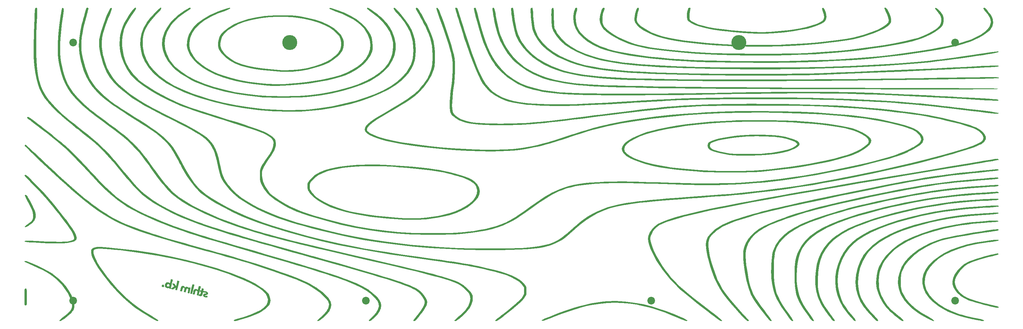
<source format=gbs>
%TF.GenerationSoftware,KiCad,Pcbnew,9.0.0*%
%TF.CreationDate,2025-03-21T09:46:05+01:00*%
%TF.ProjectId,litl_base,6c69746c-5f62-4617-9365-2e6b69636164,rev?*%
%TF.SameCoordinates,Original*%
%TF.FileFunction,Soldermask,Bot*%
%TF.FilePolarity,Negative*%
%FSLAX46Y46*%
G04 Gerber Fmt 4.6, Leading zero omitted, Abs format (unit mm)*
G04 Created by KiCad (PCBNEW 9.0.0) date 2025-03-21 09:46:05*
%MOMM*%
%LPD*%
G01*
G04 APERTURE LIST*
%ADD10C,0.000000*%
%ADD11C,2.200000*%
%ADD12C,4.300000*%
G04 APERTURE END LIST*
D10*
G36*
X10295102Y-134964465D02*
G01*
X10387860Y-134998103D01*
X10455231Y-135089113D01*
X10501269Y-135265563D01*
X10530023Y-135555521D01*
X10545546Y-135987054D01*
X10551889Y-136588228D01*
X10553103Y-137387112D01*
X10552459Y-138026848D01*
X10547603Y-138669453D01*
X10534466Y-139136191D01*
X10508996Y-139455129D01*
X10467142Y-139654334D01*
X10404852Y-139761873D01*
X10318074Y-139805813D01*
X10202758Y-139814223D01*
X10110415Y-139809759D01*
X10017657Y-139776121D01*
X9950285Y-139685111D01*
X9904247Y-139508661D01*
X9875493Y-139218703D01*
X9859970Y-138787171D01*
X9853627Y-138185996D01*
X9852413Y-137387112D01*
X9853058Y-136747376D01*
X9857913Y-136104771D01*
X9871050Y-135638033D01*
X9896520Y-135319095D01*
X9938375Y-135119890D01*
X10000665Y-135012351D01*
X10087442Y-134968411D01*
X10202758Y-134960001D01*
X10295102Y-134964465D01*
G37*
G36*
X10302891Y-108124988D02*
G01*
X10568888Y-108337231D01*
X10679824Y-108490321D01*
X10917660Y-108874912D01*
X11215704Y-109399212D01*
X11549885Y-110016751D01*
X11896128Y-110681057D01*
X12230363Y-111345659D01*
X12528515Y-111964085D01*
X12766513Y-112489865D01*
X12920285Y-112876526D01*
X13107015Y-113620894D01*
X13099529Y-114543984D01*
X12781417Y-115382416D01*
X12143151Y-116158122D01*
X11175202Y-116893034D01*
X10941946Y-117038582D01*
X10481545Y-117296996D01*
X10184018Y-117405297D01*
X10006967Y-117381202D01*
X9963160Y-117319654D01*
X10038546Y-117154611D01*
X10315955Y-116885324D01*
X10819667Y-116485020D01*
X10885919Y-116434532D01*
X11526345Y-115915821D01*
X11953080Y-115479771D01*
X12206492Y-115061534D01*
X12326953Y-114596263D01*
X12354834Y-114019112D01*
X12341909Y-113726626D01*
X12274832Y-113271748D01*
X12138638Y-112776669D01*
X11919886Y-112207835D01*
X11605132Y-111531687D01*
X11180932Y-110714670D01*
X10633845Y-109723228D01*
X10568151Y-109605417D01*
X10293311Y-109087228D01*
X10084719Y-108652042D01*
X9961737Y-108342551D01*
X9943725Y-108201449D01*
X10051193Y-108123297D01*
X10302891Y-108124988D01*
G37*
G36*
X10460133Y-127142739D02*
G01*
X11070531Y-127349382D01*
X11927622Y-127693305D01*
X13496597Y-128376830D01*
X15202544Y-129189500D01*
X16663575Y-129968584D01*
X17837353Y-130692597D01*
X18350430Y-131055989D01*
X19604252Y-132078610D01*
X20755715Y-133207188D01*
X21780965Y-134405958D01*
X22656148Y-135639156D01*
X23357411Y-136871020D01*
X23860900Y-138065783D01*
X24142762Y-139187684D01*
X24179144Y-140200958D01*
X24095014Y-140702429D01*
X23895643Y-141189016D01*
X23533579Y-141694823D01*
X23395279Y-141850883D01*
X22988050Y-142249766D01*
X22476813Y-142697846D01*
X21912316Y-143156066D01*
X21345310Y-143585367D01*
X20826544Y-143946689D01*
X20406766Y-144200975D01*
X20136728Y-144309165D01*
X20003486Y-144316933D01*
X19841695Y-144238669D01*
X19930521Y-144029978D01*
X20261026Y-143704303D01*
X20824269Y-143275090D01*
X21152698Y-143036806D01*
X21914892Y-142426908D01*
X22566109Y-141826044D01*
X23057053Y-141281915D01*
X23338429Y-140842223D01*
X23490236Y-140251127D01*
X23475765Y-139413201D01*
X23262510Y-138457918D01*
X22864513Y-137415659D01*
X22295820Y-136316802D01*
X21570474Y-135191728D01*
X20702518Y-134070816D01*
X19705996Y-132984445D01*
X19494830Y-132775227D01*
X18730827Y-132066952D01*
X17950176Y-131432787D01*
X17103981Y-130842854D01*
X16143347Y-130267274D01*
X15019379Y-129676167D01*
X13683182Y-129039654D01*
X12085862Y-128327855D01*
X11662654Y-128140896D01*
X10946174Y-127810670D01*
X10372085Y-127528034D01*
X9990720Y-127318256D01*
X9852413Y-127206605D01*
X9881753Y-127118385D01*
X10072012Y-127067648D01*
X10460133Y-127142739D01*
G37*
G36*
X182086007Y-138698821D02*
G01*
X184730208Y-139004064D01*
X187396535Y-139485725D01*
X190041626Y-140138049D01*
X192622120Y-140955284D01*
X192840404Y-141033094D01*
X193919907Y-141429994D01*
X195027578Y-141854845D01*
X196121984Y-142290027D01*
X197161693Y-142717919D01*
X198105273Y-143120898D01*
X198911292Y-143481343D01*
X199538316Y-143781634D01*
X199944915Y-144004148D01*
X200089655Y-144131264D01*
X200058368Y-144236778D01*
X199886481Y-144329779D01*
X199780719Y-144304417D01*
X199411287Y-144175493D01*
X198839135Y-143956064D01*
X198118268Y-143667039D01*
X197302688Y-143329330D01*
X195654730Y-142648824D01*
X193821372Y-141929247D01*
X192155374Y-141324777D01*
X190602279Y-140817843D01*
X189107633Y-140390872D01*
X187616979Y-140026290D01*
X186075862Y-139706527D01*
X185855133Y-139664790D01*
X183580307Y-139300544D01*
X181416417Y-139087746D01*
X179289688Y-139026662D01*
X177126347Y-139117563D01*
X174852619Y-139360717D01*
X172394731Y-139756394D01*
X171140860Y-140014786D01*
X169639933Y-140391683D01*
X168000656Y-140871786D01*
X166190242Y-141465358D01*
X164175903Y-142182665D01*
X161924851Y-143033970D01*
X160942331Y-143411213D01*
X159990231Y-143766403D01*
X159281228Y-144015432D01*
X158787424Y-144167494D01*
X158480919Y-144231786D01*
X158333816Y-144217501D01*
X158298236Y-144189294D01*
X158274448Y-144103697D01*
X158377157Y-143991488D01*
X158635929Y-143838377D01*
X159080329Y-143630075D01*
X159739922Y-143352291D01*
X160644273Y-142990736D01*
X161822948Y-142531122D01*
X163095323Y-142045031D01*
X165259431Y-141256371D01*
X167232248Y-140594800D01*
X169062027Y-140047332D01*
X170797024Y-139600982D01*
X172485492Y-139242766D01*
X174175686Y-138959698D01*
X175915862Y-138738793D01*
X177037436Y-138640598D01*
X179507296Y-138575748D01*
X182086007Y-138698821D01*
G37*
G36*
X289356979Y-124963130D02*
G01*
X289396637Y-125090228D01*
X289340242Y-125144798D01*
X288993939Y-125294215D01*
X288368041Y-125487024D01*
X287500689Y-125710741D01*
X286532498Y-125956441D01*
X285371640Y-126276824D01*
X284200526Y-126623076D01*
X283086639Y-126973869D01*
X282097460Y-127307873D01*
X281300473Y-127603761D01*
X280763161Y-127840205D01*
X280405113Y-128042070D01*
X279478511Y-128714326D01*
X278628717Y-129535686D01*
X277896608Y-130450635D01*
X277323062Y-131403656D01*
X276948957Y-132339235D01*
X276815172Y-133201857D01*
X276816570Y-133273378D01*
X276977040Y-134050980D01*
X277373520Y-134891913D01*
X277962671Y-135733264D01*
X278701154Y-136512118D01*
X279545631Y-137165563D01*
X279630836Y-137219132D01*
X280230061Y-137538244D01*
X281013770Y-137868921D01*
X282007560Y-138219106D01*
X283237031Y-138596742D01*
X284727781Y-139009774D01*
X286505410Y-139466144D01*
X288595517Y-139973797D01*
X288753571Y-140014464D01*
X289192086Y-140173182D01*
X289411446Y-140327830D01*
X289381070Y-140445068D01*
X289070382Y-140491556D01*
X289052573Y-140491279D01*
X288661607Y-140440109D01*
X288014629Y-140311043D01*
X287169610Y-140119157D01*
X286184522Y-139879526D01*
X285117336Y-139607225D01*
X284026024Y-139317332D01*
X282968557Y-139024920D01*
X282002907Y-138745067D01*
X281187046Y-138492846D01*
X280578944Y-138283335D01*
X280259092Y-138148938D01*
X279450854Y-137715778D01*
X278637052Y-137171065D01*
X277912158Y-136581614D01*
X277370645Y-136014243D01*
X277104479Y-135660766D01*
X276512758Y-134699923D01*
X276183641Y-133795277D01*
X276118067Y-132906399D01*
X276316976Y-131992860D01*
X276781308Y-131014228D01*
X277512000Y-129930075D01*
X277535333Y-129899139D01*
X278496126Y-128813804D01*
X279574510Y-127939736D01*
X280769279Y-127277913D01*
X280918348Y-127213716D01*
X281748676Y-126895672D01*
X282817011Y-126532924D01*
X284047706Y-126149265D01*
X285365118Y-125768490D01*
X286693602Y-125414393D01*
X286885963Y-125365755D01*
X287902535Y-125122214D01*
X288635908Y-124976007D01*
X289112063Y-124924017D01*
X289356979Y-124963130D01*
G37*
G36*
X289212564Y-113221430D02*
G01*
X289349433Y-113295171D01*
X289400496Y-113406568D01*
X289288246Y-113502241D01*
X288971238Y-113583205D01*
X288413169Y-113655743D01*
X287577736Y-113726140D01*
X286428634Y-113800678D01*
X283900141Y-113970344D01*
X280725440Y-114248080D01*
X277770012Y-114591167D01*
X274962766Y-115010553D01*
X272232612Y-115517186D01*
X269508459Y-116122014D01*
X266719216Y-116835985D01*
X264642362Y-117440695D01*
X261876347Y-118390889D01*
X259366124Y-119433512D01*
X257129037Y-120559573D01*
X255182432Y-121760077D01*
X253543652Y-123026033D01*
X252230043Y-124348445D01*
X251406397Y-125417678D01*
X250387312Y-127155772D01*
X249659286Y-129016773D01*
X249223235Y-130998141D01*
X249080074Y-133097334D01*
X249090014Y-133649603D01*
X249212053Y-135050223D01*
X249488190Y-136359133D01*
X249937579Y-137615723D01*
X250579379Y-138859382D01*
X251432745Y-140129497D01*
X252516833Y-141465457D01*
X253850800Y-142906650D01*
X254204485Y-143283273D01*
X254612659Y-143778658D01*
X254805362Y-144117644D01*
X254779784Y-144294479D01*
X254533115Y-144303411D01*
X254523356Y-144300750D01*
X254322455Y-144168732D01*
X253988319Y-143875116D01*
X253553179Y-143453555D01*
X253049265Y-142937703D01*
X252508810Y-142361213D01*
X251964042Y-141757738D01*
X251447194Y-141160931D01*
X250990495Y-140604445D01*
X250876097Y-140458066D01*
X249755122Y-138751367D01*
X248954346Y-136955582D01*
X248474310Y-135073823D01*
X248315555Y-133109204D01*
X248478623Y-131064839D01*
X248964053Y-128943839D01*
X249646270Y-127151267D01*
X250614799Y-125440666D01*
X251855074Y-123868923D01*
X253370835Y-122431325D01*
X255165820Y-121123157D01*
X255977136Y-120620081D01*
X258008005Y-119509043D01*
X260230383Y-118493839D01*
X262674901Y-117563403D01*
X265372188Y-116706674D01*
X268352873Y-115912588D01*
X271647586Y-115170082D01*
X274148020Y-114681373D01*
X276648418Y-114267194D01*
X279148869Y-113936392D01*
X281764476Y-113673821D01*
X284610344Y-113464336D01*
X285174320Y-113428824D01*
X286130539Y-113367865D01*
X286959130Y-113314117D01*
X287586391Y-113272385D01*
X287938620Y-113247470D01*
X288450144Y-113210933D01*
X288938426Y-113194217D01*
X289212564Y-113221430D01*
G37*
G36*
X289192258Y-120988279D02*
G01*
X289370530Y-121046330D01*
X289396557Y-121151576D01*
X289380755Y-121179659D01*
X289235910Y-121261885D01*
X288911980Y-121349196D01*
X288367354Y-121449647D01*
X287560423Y-121571297D01*
X286449574Y-121722203D01*
X285942657Y-121790859D01*
X284806253Y-121956203D01*
X283698184Y-122131099D01*
X282723804Y-122298556D01*
X281988470Y-122441587D01*
X280433118Y-122810259D01*
X278008710Y-123535116D01*
X275818377Y-124386189D01*
X273875891Y-125352941D01*
X272195024Y-126424837D01*
X270789548Y-127591339D01*
X269673234Y-128841912D01*
X268859856Y-130166020D01*
X268363186Y-131553125D01*
X268196995Y-132992693D01*
X268221854Y-133547017D01*
X268327083Y-134287337D01*
X268500425Y-134902269D01*
X268724637Y-135420109D01*
X269575193Y-136829000D01*
X270731804Y-138153013D01*
X272171218Y-139374103D01*
X273870187Y-140474224D01*
X275805462Y-141435332D01*
X277953793Y-142239383D01*
X278193328Y-142313387D01*
X279034096Y-142550032D01*
X280061918Y-142815447D01*
X281168493Y-143082282D01*
X282245517Y-143323188D01*
X282862896Y-143456535D01*
X283719386Y-143647635D01*
X284422197Y-143811854D01*
X284911409Y-143935054D01*
X285127103Y-144003097D01*
X285190490Y-144070589D01*
X285083967Y-144239044D01*
X285062023Y-144250591D01*
X284877084Y-144276682D01*
X284530165Y-144249286D01*
X283979704Y-144162041D01*
X283184135Y-144008582D01*
X282101896Y-143782549D01*
X281917177Y-143742920D01*
X279774533Y-143244034D01*
X277917653Y-142727083D01*
X276286844Y-142169536D01*
X274822415Y-141548866D01*
X273464671Y-140842545D01*
X272153922Y-140028042D01*
X270676653Y-138908209D01*
X269402006Y-137636177D01*
X268449542Y-136307958D01*
X267818986Y-134939964D01*
X267510062Y-133548607D01*
X267522495Y-132150297D01*
X267856010Y-130761445D01*
X268510332Y-129398463D01*
X269485186Y-128077763D01*
X270780296Y-126815755D01*
X272395387Y-125628850D01*
X273627489Y-124893061D01*
X275604779Y-123923250D01*
X277787409Y-123089382D01*
X280202300Y-122382822D01*
X282876374Y-121794932D01*
X285836551Y-121317078D01*
X286251309Y-121260807D01*
X287391267Y-121113685D01*
X288237897Y-121020317D01*
X288826471Y-120979061D01*
X289192258Y-120988279D01*
G37*
G36*
X289235792Y-117992134D02*
G01*
X289383036Y-118109714D01*
X289385733Y-118188848D01*
X289279962Y-118265253D01*
X289026068Y-118345921D01*
X288585035Y-118439076D01*
X287917850Y-118552940D01*
X286985498Y-118695737D01*
X285748965Y-118875691D01*
X285555407Y-118903604D01*
X283901805Y-119150779D01*
X282199876Y-119419211D01*
X280505451Y-119699072D01*
X278874362Y-119980536D01*
X277362441Y-120253777D01*
X276025519Y-120508969D01*
X274919428Y-120736285D01*
X274100000Y-120925898D01*
X272801008Y-121293871D01*
X270567540Y-122111015D01*
X268495253Y-123109430D01*
X266616744Y-124267907D01*
X264964610Y-125565243D01*
X263571449Y-126980231D01*
X262469859Y-128491666D01*
X262057914Y-129212510D01*
X261753092Y-129868709D01*
X261542527Y-130515478D01*
X261411339Y-131211341D01*
X261344649Y-132014823D01*
X261327578Y-132984445D01*
X261333602Y-133664677D01*
X261354506Y-134288908D01*
X261396334Y-134776093D01*
X261465366Y-135173969D01*
X261567882Y-135530277D01*
X261710162Y-135892753D01*
X261892844Y-136294835D01*
X262795517Y-137844600D01*
X263975514Y-139288583D01*
X265449536Y-140642645D01*
X267234285Y-141922646D01*
X269346461Y-143144445D01*
X269925453Y-143463133D01*
X270490819Y-143821682D01*
X270811822Y-144094798D01*
X270873238Y-144268744D01*
X270659844Y-144329779D01*
X270551243Y-144305995D01*
X270185363Y-144156978D01*
X269638866Y-143892898D01*
X268959606Y-143538992D01*
X268195435Y-143120497D01*
X267394209Y-142662650D01*
X266603780Y-142190689D01*
X266041428Y-141827017D01*
X264690854Y-140790186D01*
X263449947Y-139607685D01*
X262374337Y-138335962D01*
X261519651Y-137031465D01*
X261240835Y-136483022D01*
X260724930Y-134992612D01*
X260509244Y-133441290D01*
X260587326Y-131861812D01*
X260952725Y-130286934D01*
X261598991Y-128749414D01*
X262519672Y-127282008D01*
X263708319Y-125917474D01*
X264861497Y-124901619D01*
X266325509Y-123841235D01*
X267956866Y-122849816D01*
X269689026Y-121964273D01*
X271455442Y-121221517D01*
X273189571Y-120658459D01*
X273423784Y-120597137D01*
X274370706Y-120376370D01*
X275597735Y-120120341D01*
X277057208Y-119837445D01*
X278701461Y-119536073D01*
X280482831Y-119224619D01*
X282353654Y-118911476D01*
X284266266Y-118605038D01*
X286173005Y-118313697D01*
X288026206Y-118045846D01*
X288359268Y-118002176D01*
X288916143Y-117957305D01*
X289235792Y-117992134D01*
G37*
G36*
X288769335Y-111154524D02*
G01*
X289203390Y-111211795D01*
X289405268Y-111329264D01*
X289315978Y-111480519D01*
X289263652Y-111494827D01*
X288916411Y-111539875D01*
X288295309Y-111598379D01*
X287452703Y-111666014D01*
X286440954Y-111738453D01*
X285312420Y-111811368D01*
X285271282Y-111813893D01*
X282561754Y-111995461D01*
X280126789Y-112193230D01*
X277891841Y-112416285D01*
X275782366Y-112673710D01*
X273723815Y-112974590D01*
X271641643Y-113328009D01*
X269461305Y-113743052D01*
X267033586Y-114253899D01*
X263667976Y-115061846D01*
X260541971Y-115935433D01*
X257671124Y-116868609D01*
X255070988Y-117855321D01*
X252757117Y-118889514D01*
X250745065Y-119965137D01*
X249050385Y-121076137D01*
X247688631Y-122216459D01*
X246607276Y-123384475D01*
X245445570Y-124996907D01*
X244522425Y-126731894D01*
X243843592Y-128562208D01*
X243414820Y-130460618D01*
X243241860Y-132399895D01*
X243330461Y-134352810D01*
X243686375Y-136292132D01*
X244315349Y-138190634D01*
X244385210Y-138355108D01*
X244843514Y-139256562D01*
X245475233Y-140258073D01*
X246296970Y-141384292D01*
X247325329Y-142659873D01*
X247689559Y-143101016D01*
X248092529Y-143618077D01*
X248330099Y-143976841D01*
X248412641Y-144197956D01*
X248350527Y-144302071D01*
X248154127Y-144309834D01*
X248098551Y-144290809D01*
X247854901Y-144111922D01*
X247501840Y-143773800D01*
X247067930Y-143309741D01*
X246581731Y-142753041D01*
X246071806Y-142136998D01*
X245566715Y-141494908D01*
X245095019Y-140860070D01*
X244685280Y-140265779D01*
X244675989Y-140251593D01*
X243788433Y-138654294D01*
X243139461Y-136964024D01*
X242723844Y-135206806D01*
X242536354Y-133408663D01*
X242571762Y-131595618D01*
X242824840Y-129793696D01*
X243290361Y-128028918D01*
X243963095Y-126327309D01*
X244837815Y-124714890D01*
X245909292Y-123217687D01*
X247172298Y-121861721D01*
X248621605Y-120673016D01*
X250251053Y-119626660D01*
X252367366Y-118505710D01*
X254792140Y-117431112D01*
X257505367Y-116409778D01*
X260487040Y-115448622D01*
X263717150Y-114554556D01*
X267175691Y-113734495D01*
X270842653Y-112995349D01*
X271897999Y-112805039D01*
X273943084Y-112467523D01*
X275980606Y-112176906D01*
X278082122Y-111925000D01*
X280319189Y-111703616D01*
X282763365Y-111504566D01*
X285486206Y-111319661D01*
X285705461Y-111306051D01*
X286647059Y-111249938D01*
X287498245Y-111202702D01*
X288172969Y-111168962D01*
X288585179Y-111153336D01*
X288769335Y-111154524D01*
G37*
G36*
X10255448Y-102393200D02*
G01*
X10497119Y-102538393D01*
X10836091Y-102819375D01*
X11299424Y-103255643D01*
X11914178Y-103866697D01*
X11939459Y-103892180D01*
X13270814Y-105249036D01*
X14487881Y-106523258D01*
X15626809Y-107756268D01*
X16723745Y-108989487D01*
X17814838Y-110264338D01*
X18936238Y-111622241D01*
X20124091Y-113104618D01*
X21414547Y-114752890D01*
X21952601Y-115452395D01*
X22859806Y-116670492D01*
X23590921Y-117717543D01*
X24150550Y-118607704D01*
X24543299Y-119355131D01*
X24773771Y-119973980D01*
X24846572Y-120478407D01*
X24766307Y-120882569D01*
X24537579Y-121200622D01*
X24164994Y-121446721D01*
X23653157Y-121635025D01*
X22941028Y-121807320D01*
X21998182Y-121954007D01*
X20902023Y-122038730D01*
X19589592Y-122066001D01*
X17997931Y-122040331D01*
X17909189Y-122037742D01*
X16496436Y-121990155D01*
X15111972Y-121932475D01*
X13801756Y-121867589D01*
X12611744Y-121798385D01*
X11587895Y-121727751D01*
X10776166Y-121658573D01*
X10222515Y-121593739D01*
X9972899Y-121536136D01*
X9945880Y-121518143D01*
X9836154Y-121396185D01*
X9938787Y-121314920D01*
X10280612Y-121272852D01*
X10888465Y-121268486D01*
X11789181Y-121300325D01*
X13009596Y-121366874D01*
X13382216Y-121388021D01*
X14713307Y-121449817D01*
X16190042Y-121502045D01*
X17657654Y-121539739D01*
X18961379Y-121557928D01*
X19181917Y-121559139D01*
X20274699Y-121561528D01*
X21092667Y-121553540D01*
X21700139Y-121531781D01*
X22161433Y-121492856D01*
X22540866Y-121433372D01*
X22902758Y-121349933D01*
X23289435Y-121239544D01*
X23803545Y-121013893D01*
X24065974Y-120725573D01*
X24107773Y-120328361D01*
X23959991Y-119776033D01*
X23874343Y-119553023D01*
X23681218Y-119128253D01*
X23426674Y-118659090D01*
X23095564Y-118123545D01*
X22672741Y-117499629D01*
X22143059Y-116765350D01*
X21491371Y-115898720D01*
X20702531Y-114877748D01*
X19761393Y-113680445D01*
X18876505Y-112567422D01*
X17890133Y-111346216D01*
X16986587Y-110254424D01*
X16129701Y-109250539D01*
X15283312Y-108293056D01*
X14411254Y-107340467D01*
X13477364Y-106351268D01*
X12445476Y-105283951D01*
X12222299Y-105055204D01*
X11500423Y-104314707D01*
X10940560Y-103737735D01*
X10523475Y-103302480D01*
X10229933Y-102987134D01*
X10040700Y-102769889D01*
X9936540Y-102628937D01*
X9898219Y-102542470D01*
X9906501Y-102488679D01*
X9942151Y-102445757D01*
X9955771Y-102432192D01*
X10084019Y-102364299D01*
X10255448Y-102393200D01*
G37*
G36*
X200848686Y-54484030D02*
G01*
X200930136Y-54573257D01*
X200930066Y-54787739D01*
X200856764Y-55175779D01*
X200846026Y-55227340D01*
X200773441Y-55714002D01*
X200722181Y-56296145D01*
X200702758Y-56858888D01*
X200706673Y-57234508D01*
X200737205Y-57592569D01*
X200819961Y-57840316D01*
X200980356Y-58044032D01*
X201243804Y-58269999D01*
X201338192Y-58342981D01*
X202127982Y-58815666D01*
X203186500Y-59250361D01*
X204527131Y-59650134D01*
X206163255Y-60018056D01*
X208108257Y-60357196D01*
X210375519Y-60670623D01*
X212978424Y-60961408D01*
X213155937Y-60979228D01*
X216204821Y-61243408D01*
X218965971Y-61398581D01*
X221456866Y-61445437D01*
X223694982Y-61384665D01*
X223830384Y-61377174D01*
X225569506Y-61254591D01*
X227433155Y-61081100D01*
X229302620Y-60870008D01*
X231059185Y-60634623D01*
X232584137Y-60388252D01*
X232889400Y-60330391D01*
X234053142Y-60068632D01*
X235246375Y-59745205D01*
X236376561Y-59388703D01*
X237351159Y-59027719D01*
X238077632Y-58690847D01*
X238651176Y-58333750D01*
X239043719Y-57970238D01*
X239259963Y-57562868D01*
X239312230Y-57070001D01*
X239212841Y-56449997D01*
X238974119Y-55661214D01*
X238807988Y-55115523D01*
X238743929Y-54721091D01*
X238802738Y-54537970D01*
X238849328Y-54511611D01*
X239059877Y-54495782D01*
X239264959Y-54667068D01*
X239475078Y-55038147D01*
X239700743Y-55621700D01*
X239900522Y-56292891D01*
X240014353Y-57053626D01*
X239936625Y-57679066D01*
X239654118Y-58205207D01*
X239153608Y-58668048D01*
X238421875Y-59103586D01*
X237658992Y-59455978D01*
X236237680Y-59970299D01*
X234546588Y-60430571D01*
X232566757Y-60841073D01*
X230279223Y-61206081D01*
X227665027Y-61529871D01*
X226524001Y-61645632D01*
X224410223Y-61806090D01*
X222317645Y-61887155D01*
X220176778Y-61888251D01*
X217918130Y-61808799D01*
X215472212Y-61648219D01*
X212769534Y-61405936D01*
X212111378Y-61338866D01*
X209503753Y-61032902D01*
X207230970Y-60694758D01*
X205282835Y-60321960D01*
X203649153Y-59912031D01*
X202319731Y-59462497D01*
X201284373Y-58970882D01*
X200532885Y-58434711D01*
X200386101Y-58294148D01*
X200145236Y-57989465D01*
X200011593Y-57642634D01*
X199942701Y-57162071D01*
X199938102Y-57096816D01*
X199942202Y-56669000D01*
X199987907Y-56161386D01*
X200064940Y-55635069D01*
X200163025Y-55151149D01*
X200271884Y-54770724D01*
X200381240Y-54554890D01*
X200446127Y-54516971D01*
X200735723Y-54470223D01*
X200848686Y-54484030D01*
G37*
G36*
X288996019Y-115494919D02*
G01*
X289259301Y-115555975D01*
X289340000Y-115656001D01*
X289258294Y-115752428D01*
X288924737Y-115838501D01*
X288288965Y-115905476D01*
X286497218Y-116043451D01*
X284923702Y-116168465D01*
X283606957Y-116278733D01*
X282500210Y-116378973D01*
X281556685Y-116473903D01*
X280729607Y-116568240D01*
X279972202Y-116666702D01*
X279237695Y-116774007D01*
X278479310Y-116894871D01*
X277007776Y-117150319D01*
X273717882Y-117827564D01*
X270663778Y-118610105D01*
X267861739Y-119491942D01*
X265328039Y-120467074D01*
X263078952Y-121529503D01*
X261130752Y-122673228D01*
X259499713Y-123892249D01*
X259076798Y-124275540D01*
X258278338Y-125098946D01*
X257497869Y-126017683D01*
X256801360Y-126951870D01*
X256254779Y-127821622D01*
X255967777Y-128370530D01*
X255536925Y-129394818D01*
X255245851Y-130443430D01*
X255078786Y-131580849D01*
X255019964Y-132871556D01*
X255029391Y-133733872D01*
X255091700Y-134599945D01*
X255225905Y-135373931D01*
X255449404Y-136127296D01*
X255779595Y-136931506D01*
X256233875Y-137858027D01*
X256431312Y-138230061D01*
X256909271Y-139036510D01*
X257434864Y-139774762D01*
X258048810Y-140489931D01*
X258791825Y-141227129D01*
X259704626Y-142031470D01*
X260827930Y-142948066D01*
X261071478Y-143143236D01*
X261641694Y-143621163D01*
X261991407Y-143959742D01*
X262134836Y-144178011D01*
X262086196Y-144295010D01*
X261859705Y-144329779D01*
X261728866Y-144283315D01*
X261400090Y-144082520D01*
X260934380Y-143751084D01*
X260370544Y-143319681D01*
X259747385Y-142818982D01*
X259103708Y-142279660D01*
X258478319Y-141732388D01*
X257910023Y-141207838D01*
X257013248Y-140232355D01*
X256136388Y-139013020D01*
X255385107Y-137674918D01*
X254789063Y-136271387D01*
X254377916Y-134855764D01*
X254282097Y-134204593D01*
X254243834Y-133322297D01*
X254275279Y-132352862D01*
X254371562Y-131366784D01*
X254527812Y-130434562D01*
X254739160Y-129626692D01*
X255071694Y-128741636D01*
X255964522Y-127031539D01*
X257145062Y-125422246D01*
X258596150Y-123932605D01*
X260300625Y-122581466D01*
X262241321Y-121387678D01*
X264633195Y-120224860D01*
X267394883Y-119136572D01*
X270438086Y-118168180D01*
X273751717Y-117323201D01*
X277324686Y-116605150D01*
X277952678Y-116496519D01*
X279267557Y-116287269D01*
X280570349Y-116109098D01*
X281951537Y-115951218D01*
X283501605Y-115802846D01*
X285311034Y-115653196D01*
X285481383Y-115639962D01*
X286792833Y-115545356D01*
X287794567Y-115489632D01*
X288518368Y-115472813D01*
X288996019Y-115494919D01*
G37*
G36*
X289236408Y-109258927D02*
G01*
X289385483Y-109315713D01*
X289395138Y-109415880D01*
X289367234Y-109461221D01*
X289248991Y-109522498D01*
X289001245Y-109575399D01*
X288579987Y-109624641D01*
X287941208Y-109674944D01*
X287040899Y-109731027D01*
X285835052Y-109797609D01*
X284578304Y-109867244D01*
X282368114Y-110005070D01*
X280401007Y-110151489D01*
X278606195Y-110312556D01*
X276912888Y-110494326D01*
X275250297Y-110702851D01*
X275120250Y-110720342D01*
X271673359Y-111229010D01*
X268280829Y-111814322D01*
X264969534Y-112468353D01*
X261766346Y-113183176D01*
X258698137Y-113950866D01*
X255791781Y-114763496D01*
X253074151Y-115613140D01*
X250572119Y-116491871D01*
X248312559Y-117391765D01*
X246322342Y-118304894D01*
X244628343Y-119223332D01*
X243257433Y-120139153D01*
X241982667Y-121194247D01*
X240748948Y-122446785D01*
X239729039Y-123780005D01*
X238913431Y-125214114D01*
X238292612Y-126769317D01*
X237857073Y-128465821D01*
X237597302Y-130323832D01*
X237503790Y-132363556D01*
X237508944Y-133211783D01*
X237571172Y-134477544D01*
X237714371Y-135621076D01*
X237954785Y-136686657D01*
X238308654Y-137718566D01*
X238792222Y-138761079D01*
X239421729Y-139858476D01*
X240213418Y-141055034D01*
X241183532Y-142395030D01*
X241516308Y-142848748D01*
X241885267Y-143373926D01*
X242167852Y-143802626D01*
X242341018Y-144099570D01*
X242381723Y-144229475D01*
X242338682Y-144261829D01*
X242061807Y-144329779D01*
X241993379Y-144299100D01*
X241775293Y-144100240D01*
X241456785Y-143744338D01*
X241062366Y-143263841D01*
X240616550Y-142691194D01*
X240143850Y-142058844D01*
X239668777Y-141399238D01*
X239215845Y-140744822D01*
X238809567Y-140128042D01*
X238474455Y-139581345D01*
X238263017Y-139201624D01*
X237525432Y-137517766D01*
X237025370Y-135690203D01*
X236767308Y-133739501D01*
X236755723Y-131686223D01*
X236910971Y-129906951D01*
X237231633Y-128037425D01*
X237713794Y-126338037D01*
X238367319Y-124789552D01*
X239202069Y-123372739D01*
X240227909Y-122068364D01*
X241454700Y-120857196D01*
X242892306Y-119720001D01*
X242924071Y-119697334D01*
X244481635Y-118710912D01*
X246361350Y-117731113D01*
X248535665Y-116765809D01*
X250977025Y-115822870D01*
X253657877Y-114910168D01*
X256550669Y-114035575D01*
X259627847Y-113206961D01*
X262861859Y-112432198D01*
X266225150Y-111719156D01*
X269690168Y-111075708D01*
X273229360Y-110509725D01*
X276815172Y-110029077D01*
X277154149Y-109989583D01*
X278413283Y-109860288D01*
X279929020Y-109725476D01*
X281630878Y-109590822D01*
X283448376Y-109462006D01*
X285311034Y-109344703D01*
X285449039Y-109336791D01*
X286388521Y-109291207D01*
X287358848Y-109255418D01*
X288170430Y-109236591D01*
X288248202Y-109235707D01*
X288879963Y-109235574D01*
X289236408Y-109258927D01*
G37*
G36*
X223842736Y-90927257D02*
G01*
X226125783Y-91141165D01*
X228134667Y-91484545D01*
X229873542Y-91957734D01*
X230699354Y-92260901D01*
X231576180Y-92685335D01*
X232106460Y-93107774D01*
X232292116Y-93534314D01*
X232135067Y-93971049D01*
X231637234Y-94424075D01*
X230800538Y-94899486D01*
X230475720Y-95050748D01*
X229064516Y-95582420D01*
X227416892Y-96020020D01*
X225514582Y-96366405D01*
X223339324Y-96624432D01*
X220872854Y-96796958D01*
X218096908Y-96886841D01*
X217922196Y-96889672D01*
X216205956Y-96901254D01*
X214740700Y-96873307D01*
X213438745Y-96799026D01*
X212212408Y-96671603D01*
X210974004Y-96484235D01*
X209635851Y-96230114D01*
X208557849Y-95983273D01*
X207429502Y-95635281D01*
X206634570Y-95260146D01*
X206164274Y-94854388D01*
X205977108Y-94496089D01*
X205884014Y-94001972D01*
X206571034Y-94001972D01*
X206572803Y-94124292D01*
X206626626Y-94451337D01*
X206806981Y-94690223D01*
X207182691Y-94947323D01*
X207573840Y-95150246D01*
X208195998Y-95382731D01*
X209022055Y-95610624D01*
X210099509Y-95846722D01*
X211475862Y-96103820D01*
X211865409Y-96171115D01*
X212375419Y-96250286D01*
X212864980Y-96308628D01*
X213395889Y-96349364D01*
X214029944Y-96375715D01*
X214828944Y-96390904D01*
X215854685Y-96398153D01*
X217168965Y-96400685D01*
X218111927Y-96400281D01*
X219325289Y-96393328D01*
X220311373Y-96375986D01*
X221144791Y-96345187D01*
X221900156Y-96297863D01*
X222652079Y-96230947D01*
X223475172Y-96141369D01*
X223977654Y-96081426D01*
X225969551Y-95795706D01*
X227647080Y-95466441D01*
X229036034Y-95086850D01*
X230162203Y-94650152D01*
X231051379Y-94149568D01*
X231411602Y-93865536D01*
X231586417Y-93567233D01*
X231449947Y-93287457D01*
X231000003Y-92976187D01*
X230914831Y-92929032D01*
X229835661Y-92453723D01*
X228502318Y-92044351D01*
X226997041Y-91722461D01*
X225402069Y-91509600D01*
X225165640Y-91489071D01*
X224076722Y-91421134D01*
X222772174Y-91370992D01*
X221358079Y-91340354D01*
X219940516Y-91330931D01*
X218625566Y-91344432D01*
X217519310Y-91382566D01*
X217184184Y-91401345D01*
X215398681Y-91536357D01*
X213641785Y-91724173D01*
X211967120Y-91955708D01*
X210428305Y-92221875D01*
X209078962Y-92513590D01*
X207972711Y-92821766D01*
X207163174Y-93137318D01*
X206989122Y-93225990D01*
X206714268Y-93415100D01*
X206596197Y-93642671D01*
X206571034Y-94001972D01*
X205884014Y-94001972D01*
X205881475Y-93988497D01*
X205941646Y-93501606D01*
X206157954Y-93126069D01*
X206392613Y-92946643D01*
X207061418Y-92623096D01*
X208013177Y-92303301D01*
X209204869Y-91995739D01*
X210593471Y-91708890D01*
X212135963Y-91451236D01*
X213789321Y-91231257D01*
X215510524Y-91057433D01*
X217256551Y-90938246D01*
X218437529Y-90886520D01*
X221281370Y-90842488D01*
X223842736Y-90927257D01*
G37*
G36*
X289268270Y-107275801D02*
G01*
X289411817Y-107447765D01*
X289371265Y-107601926D01*
X289261636Y-107620704D01*
X288843996Y-107662230D01*
X288161683Y-107718485D01*
X287263437Y-107785709D01*
X286197998Y-107860143D01*
X285014107Y-107938027D01*
X283010419Y-108071586D01*
X280301684Y-108274218D01*
X277856335Y-108487040D01*
X275622464Y-108715073D01*
X273548165Y-108963335D01*
X271581530Y-109236845D01*
X271416803Y-109261509D01*
X268234551Y-109775271D01*
X264982904Y-110367114D01*
X261714130Y-111024583D01*
X258480496Y-111735223D01*
X255334269Y-112486578D01*
X252327716Y-113266195D01*
X249513105Y-114061618D01*
X246942704Y-114860390D01*
X244668778Y-115650059D01*
X243031123Y-116276726D01*
X241503658Y-116914051D01*
X240172529Y-117537206D01*
X238968394Y-118178818D01*
X237821911Y-118871511D01*
X237357809Y-119175428D01*
X236000123Y-120169989D01*
X234843347Y-121205090D01*
X233876464Y-122302383D01*
X233088460Y-123483520D01*
X232468321Y-124770153D01*
X232005032Y-126183935D01*
X231687578Y-127746517D01*
X231504944Y-129479552D01*
X231446115Y-131404693D01*
X231473910Y-132738741D01*
X231598146Y-134263311D01*
X231838130Y-135665831D01*
X232211337Y-136995878D01*
X232735239Y-138303027D01*
X233427308Y-139636854D01*
X234305018Y-141046936D01*
X235385841Y-142582848D01*
X235589330Y-142863295D01*
X235946119Y-143376426D01*
X236220469Y-143800332D01*
X236388469Y-144097175D01*
X236426205Y-144229116D01*
X236363062Y-144282656D01*
X236184924Y-144321477D01*
X235958500Y-144215252D01*
X235664233Y-143947607D01*
X235282565Y-143502169D01*
X234793938Y-142862562D01*
X234125886Y-141943779D01*
X233286378Y-140721123D01*
X232598790Y-139606885D01*
X232048830Y-138559454D01*
X231622205Y-137537218D01*
X231304624Y-136498566D01*
X231081793Y-135401885D01*
X230939422Y-134205564D01*
X230863216Y-132867992D01*
X230838884Y-131347556D01*
X230838739Y-130937437D01*
X230848152Y-129823619D01*
X230876439Y-128884922D01*
X230928797Y-128083306D01*
X231010424Y-127380729D01*
X231126520Y-126739151D01*
X231282283Y-126120531D01*
X231482910Y-125486828D01*
X231733600Y-124800001D01*
X232010242Y-124140982D01*
X232874574Y-122607496D01*
X234015220Y-121187339D01*
X235455531Y-119854036D01*
X237218863Y-118581108D01*
X238845209Y-117628135D01*
X240957320Y-116599138D01*
X243418866Y-115583213D01*
X246229674Y-114580418D01*
X249389572Y-113590810D01*
X252898386Y-112614446D01*
X256755942Y-111651384D01*
X260962069Y-110701682D01*
X262473292Y-110381593D01*
X265310957Y-109813780D01*
X268024247Y-109320812D01*
X270680914Y-108893645D01*
X273348709Y-108523235D01*
X276095384Y-108200541D01*
X278988691Y-107916519D01*
X282096381Y-107662125D01*
X285486206Y-107428317D01*
X285528412Y-107425626D01*
X286577884Y-107358773D01*
X287511993Y-107299354D01*
X288272418Y-107251074D01*
X288800842Y-107217634D01*
X289038946Y-107202739D01*
X289268270Y-107275801D01*
G37*
G36*
X84883354Y-56634819D02*
G01*
X86298953Y-56686583D01*
X87476995Y-56780366D01*
X88842586Y-56957124D01*
X91237635Y-57390317D01*
X93432042Y-57951839D01*
X95406361Y-58632253D01*
X97141147Y-59422122D01*
X98616955Y-60312007D01*
X99814341Y-61292471D01*
X100713858Y-62354077D01*
X101296063Y-63487386D01*
X101459146Y-64187119D01*
X101494343Y-65053848D01*
X101381889Y-65917682D01*
X101127212Y-66676142D01*
X101072049Y-66785307D01*
X100466074Y-67661091D01*
X99589621Y-68547888D01*
X98501029Y-69399367D01*
X97258638Y-70169194D01*
X95920785Y-70811039D01*
X94717286Y-71254529D01*
X92956302Y-71773100D01*
X91046235Y-72215161D01*
X89097962Y-72555744D01*
X87222355Y-72769880D01*
X86882630Y-72793189D01*
X85374265Y-72833545D01*
X83641787Y-72798520D01*
X81765272Y-72695677D01*
X79824797Y-72532581D01*
X77900440Y-72316793D01*
X76072278Y-72055878D01*
X74420387Y-71757399D01*
X73024845Y-71428919D01*
X72007377Y-71114755D01*
X70309589Y-70425054D01*
X68788141Y-69591433D01*
X67498487Y-68646229D01*
X66496080Y-67621779D01*
X66252132Y-67305955D01*
X65788735Y-66594851D01*
X65516737Y-65933291D01*
X65407660Y-65235372D01*
X65425980Y-64643011D01*
X66122216Y-64643011D01*
X66129642Y-65380690D01*
X66257939Y-65995224D01*
X66549843Y-66599243D01*
X67184796Y-67476684D01*
X68029809Y-68342664D01*
X69022240Y-69135262D01*
X70099449Y-69792559D01*
X70592604Y-70030723D01*
X72111089Y-70609912D01*
X73935466Y-71118568D01*
X76044278Y-71552677D01*
X78416069Y-71908224D01*
X81029381Y-72181194D01*
X83862758Y-72367574D01*
X84656493Y-72391503D01*
X86697988Y-72335475D01*
X88788105Y-72126175D01*
X90863063Y-71777809D01*
X92859083Y-71304582D01*
X94712385Y-70720699D01*
X96359190Y-70040364D01*
X97735718Y-69277783D01*
X97929673Y-69147923D01*
X99016716Y-68296033D01*
X99872325Y-67398854D01*
X100443852Y-66510193D01*
X100548176Y-66259992D01*
X100742153Y-65388049D01*
X100740652Y-64447475D01*
X100549821Y-63525482D01*
X100175810Y-62709280D01*
X99811727Y-62199459D01*
X98810884Y-61182620D01*
X97512405Y-60251569D01*
X95940050Y-59416468D01*
X94117579Y-58687482D01*
X92068749Y-58074772D01*
X89817321Y-57588503D01*
X87387054Y-57238837D01*
X86547057Y-57160983D01*
X84536574Y-57071299D01*
X82379140Y-57088760D01*
X80181483Y-57208657D01*
X78050331Y-57426285D01*
X76092411Y-57736937D01*
X74880451Y-58000790D01*
X72935022Y-58556906D01*
X71172096Y-59231606D01*
X69624560Y-60007455D01*
X68325301Y-60867020D01*
X67307206Y-61792865D01*
X66603162Y-62767556D01*
X66432973Y-63144157D01*
X66226409Y-63868672D01*
X66122216Y-64643011D01*
X65425980Y-64643011D01*
X65433026Y-64415190D01*
X65547538Y-63667895D01*
X65874462Y-62719683D01*
X66426566Y-61858915D01*
X67239935Y-61033342D01*
X68350652Y-60190719D01*
X69969972Y-59231813D01*
X71826516Y-58415629D01*
X73918702Y-57748772D01*
X76261616Y-57226443D01*
X78870344Y-56843842D01*
X78974070Y-56832261D01*
X80275556Y-56723796D01*
X81765221Y-56654211D01*
X83336631Y-56624290D01*
X84883354Y-56634819D01*
G37*
G36*
X257015968Y-54498753D02*
G01*
X257236372Y-54700702D01*
X257490036Y-55060895D01*
X257756371Y-55537312D01*
X258014785Y-56087937D01*
X258244687Y-56670750D01*
X258425488Y-57243735D01*
X258536596Y-57764871D01*
X258577009Y-58119343D01*
X258558419Y-58464792D01*
X258433510Y-58771759D01*
X258174908Y-59144673D01*
X258151500Y-59175012D01*
X257508711Y-59796946D01*
X256543042Y-60431370D01*
X255248178Y-61081476D01*
X253617800Y-61750452D01*
X251645593Y-62441489D01*
X251611054Y-62452792D01*
X250354507Y-62838615D01*
X249067413Y-63180004D01*
X247696610Y-63486946D01*
X246188935Y-63769423D01*
X244491226Y-64037422D01*
X242550321Y-64300927D01*
X240313058Y-64569923D01*
X238280723Y-64790452D01*
X234405295Y-65140224D01*
X230524217Y-65393235D01*
X226557264Y-65553229D01*
X222424209Y-65623951D01*
X218044827Y-65609143D01*
X215734781Y-65572959D01*
X213217941Y-65510825D01*
X210916768Y-65423911D01*
X208758225Y-65307516D01*
X206669278Y-65156938D01*
X204576891Y-64967473D01*
X202408028Y-64734419D01*
X200089655Y-64453074D01*
X198701589Y-64268290D01*
X196545195Y-63937090D01*
X194660478Y-63581177D01*
X192997620Y-63188196D01*
X191506806Y-62745790D01*
X190138221Y-62241603D01*
X188842047Y-61663280D01*
X187496528Y-60950238D01*
X186395011Y-60216765D01*
X185605860Y-59488147D01*
X185111878Y-58748335D01*
X184895864Y-57981283D01*
X184891993Y-57553315D01*
X184950509Y-56973211D01*
X185059299Y-56332732D01*
X185203967Y-55703402D01*
X185370118Y-55156747D01*
X185543353Y-54764296D01*
X185695374Y-54574609D01*
X185935561Y-54474283D01*
X186166154Y-54585934D01*
X186169845Y-54590429D01*
X186182955Y-54763020D01*
X186122119Y-55084246D01*
X185999494Y-55488282D01*
X185978481Y-55549729D01*
X185830741Y-56077757D01*
X185699730Y-56693247D01*
X185611671Y-57275365D01*
X185579336Y-57596029D01*
X185563732Y-58001039D01*
X185610848Y-58304975D01*
X185737021Y-58585245D01*
X185958586Y-58919260D01*
X185986316Y-58957488D01*
X186593055Y-59592147D01*
X187473711Y-60257673D01*
X188570344Y-60921958D01*
X189825008Y-61552896D01*
X191179761Y-62118382D01*
X192576658Y-62586308D01*
X193600078Y-62854607D01*
X195163471Y-63190210D01*
X196990314Y-63518086D01*
X199032239Y-63831902D01*
X201240875Y-64125328D01*
X203567856Y-64392032D01*
X205964811Y-64625683D01*
X208383373Y-64819948D01*
X210775172Y-64968498D01*
X211054673Y-64982559D01*
X212712483Y-65048692D01*
X214621543Y-65101020D01*
X216699063Y-65138912D01*
X218862251Y-65161739D01*
X221028316Y-65168871D01*
X223114467Y-65159678D01*
X225037913Y-65133529D01*
X226715862Y-65089796D01*
X227349532Y-65066858D01*
X230710828Y-64909908D01*
X234000430Y-64698272D01*
X237172314Y-64436562D01*
X240180459Y-64129387D01*
X242978843Y-63781358D01*
X245521445Y-63397088D01*
X247762241Y-62981186D01*
X248700796Y-62772003D01*
X250302030Y-62350512D01*
X251849936Y-61866560D01*
X253303949Y-61337791D01*
X254623500Y-60781849D01*
X255768022Y-60216376D01*
X256696949Y-59659017D01*
X257369714Y-59127414D01*
X257745748Y-58639211D01*
X257783265Y-58543542D01*
X257840182Y-58014187D01*
X257727543Y-57327927D01*
X257452606Y-56515201D01*
X257022628Y-55606445D01*
X256821651Y-55217325D01*
X256658319Y-54839422D01*
X256622621Y-54611624D01*
X256711546Y-54499902D01*
X256922083Y-54470223D01*
X257015968Y-54498753D01*
G37*
G36*
X49041664Y-54485953D02*
G01*
X49136246Y-54579953D01*
X49081662Y-54776979D01*
X48865793Y-55097879D01*
X48476515Y-55563499D01*
X47901708Y-56194689D01*
X46846173Y-57364047D01*
X45928562Y-58478898D01*
X45204077Y-59498407D01*
X44653736Y-60461231D01*
X44258554Y-61406030D01*
X43999550Y-62371461D01*
X43857739Y-63396184D01*
X43814138Y-64518855D01*
X43861350Y-65592767D01*
X44191292Y-67464411D01*
X44837019Y-69243189D01*
X45799498Y-70929960D01*
X47079696Y-72525585D01*
X48678581Y-74030922D01*
X50597118Y-75446832D01*
X52836275Y-76774175D01*
X55397019Y-78013809D01*
X58280317Y-79166595D01*
X61487135Y-80233392D01*
X63054147Y-80693369D01*
X66688687Y-81631086D01*
X70382116Y-82399269D01*
X74212335Y-83013036D01*
X78257241Y-83487500D01*
X79634008Y-83599588D01*
X81287738Y-83692558D01*
X83075441Y-83759123D01*
X84917017Y-83798223D01*
X86732362Y-83808800D01*
X88441376Y-83789796D01*
X89963956Y-83740152D01*
X91220000Y-83658809D01*
X91415923Y-83641088D01*
X94792390Y-83250049D01*
X98182705Y-82702614D01*
X101502608Y-82016093D01*
X104667841Y-81207795D01*
X107594144Y-80295030D01*
X110345490Y-79257812D01*
X112794910Y-78144583D01*
X114925377Y-76957936D01*
X116746231Y-75691367D01*
X118266808Y-74338375D01*
X119496447Y-72892457D01*
X120444486Y-71347112D01*
X120659018Y-70898358D01*
X121018036Y-69953108D01*
X121259053Y-68963866D01*
X121394350Y-67872084D01*
X121436208Y-66619214D01*
X121417116Y-65776217D01*
X121274129Y-64287307D01*
X120976328Y-62884229D01*
X120505949Y-61527625D01*
X119845226Y-60178134D01*
X118976395Y-58796398D01*
X117881691Y-57343058D01*
X116543349Y-55778754D01*
X116333712Y-55539008D01*
X115945868Y-55036115D01*
X115767548Y-54690625D01*
X115801292Y-54509130D01*
X116049644Y-54498221D01*
X116135603Y-54543044D01*
X116389058Y-54750168D01*
X116734646Y-55082770D01*
X117123410Y-55495386D01*
X118012897Y-56511933D01*
X119213835Y-58017715D01*
X120181943Y-59437156D01*
X120934877Y-60809300D01*
X121490295Y-62173190D01*
X121865855Y-63567871D01*
X122079213Y-65032385D01*
X122148028Y-66605779D01*
X122148001Y-66677029D01*
X122073325Y-68190545D01*
X121846208Y-69548050D01*
X121451100Y-70799350D01*
X120872451Y-71994250D01*
X120094713Y-73182557D01*
X119534024Y-73885214D01*
X118132546Y-75287771D01*
X116412946Y-76620793D01*
X114388422Y-77877914D01*
X112072169Y-79052767D01*
X109477383Y-80138988D01*
X106617261Y-81130209D01*
X103504999Y-82020065D01*
X100153793Y-82802189D01*
X97912173Y-83241271D01*
X94903902Y-83721039D01*
X91971896Y-84050408D01*
X89023192Y-84239171D01*
X85964827Y-84297125D01*
X85963361Y-84297123D01*
X81490200Y-84179316D01*
X77068443Y-83838418D01*
X72701907Y-83275021D01*
X68394409Y-82489720D01*
X64149766Y-81483108D01*
X59971796Y-80255777D01*
X58572369Y-79786161D01*
X55597248Y-78649528D01*
X52944929Y-77427943D01*
X50613103Y-76119702D01*
X48599461Y-74723097D01*
X46901695Y-73236424D01*
X45517497Y-71657976D01*
X44444557Y-69986048D01*
X43680567Y-68218935D01*
X43308430Y-66854964D01*
X43079698Y-65109761D01*
X43128363Y-63400039D01*
X43450744Y-61754277D01*
X44043160Y-60200956D01*
X44901930Y-58768556D01*
X44933267Y-58725605D01*
X45795827Y-57626284D01*
X46832677Y-56437724D01*
X47980869Y-55232223D01*
X48082728Y-55131233D01*
X48446220Y-54794607D01*
X48738646Y-54558969D01*
X48904375Y-54470223D01*
X49041664Y-54485953D01*
G37*
G36*
X289202191Y-105296494D02*
G01*
X289381243Y-105353032D01*
X289394429Y-105467779D01*
X289380186Y-105500880D01*
X289221853Y-105609164D01*
X288851182Y-105685509D01*
X288199171Y-105745978D01*
X287999215Y-105760153D01*
X287352339Y-105805934D01*
X286456321Y-105869286D01*
X285378440Y-105945454D01*
X284185975Y-106029684D01*
X282946206Y-106117221D01*
X281851258Y-106195906D01*
X279814057Y-106352234D01*
X278013273Y-106506816D01*
X276372570Y-106667389D01*
X274815611Y-106841689D01*
X273266062Y-107037456D01*
X271647586Y-107262425D01*
X270151574Y-107486838D01*
X267255213Y-107961553D01*
X264164570Y-108513558D01*
X260955875Y-109127191D01*
X257705358Y-109786788D01*
X254489248Y-110476685D01*
X251383775Y-111181218D01*
X248465167Y-111884726D01*
X245809655Y-112571543D01*
X244218808Y-113016762D01*
X242338514Y-113579802D01*
X240436959Y-114184272D01*
X238572350Y-114810041D01*
X236802897Y-115436978D01*
X235186808Y-116044953D01*
X233782294Y-116613834D01*
X232647563Y-117123490D01*
X232452955Y-117218841D01*
X230870530Y-118097454D01*
X229392381Y-119095703D01*
X228097197Y-120155857D01*
X227063669Y-121220184D01*
X226539921Y-121886975D01*
X226087090Y-122570611D01*
X225720045Y-123273579D01*
X225431118Y-124025236D01*
X225212638Y-124854938D01*
X225056938Y-125792043D01*
X224956347Y-126865906D01*
X224903196Y-128105885D01*
X224889817Y-129541334D01*
X224891810Y-129928629D01*
X224926453Y-131472040D01*
X225013570Y-132840220D01*
X225166844Y-134073249D01*
X225399963Y-135211208D01*
X225726610Y-136294177D01*
X226160471Y-137362236D01*
X226715231Y-138455466D01*
X227404576Y-139613947D01*
X228242191Y-140877760D01*
X229241761Y-142286985D01*
X229587618Y-142769669D01*
X230017105Y-143398199D01*
X230291146Y-143847689D01*
X230416824Y-144130177D01*
X230401222Y-144257702D01*
X230305694Y-144301665D01*
X230152611Y-144294970D01*
X229965164Y-144185220D01*
X229722627Y-143951521D01*
X229404276Y-143572977D01*
X228989387Y-143028695D01*
X228457234Y-142297779D01*
X227779044Y-141340515D01*
X226943259Y-140100528D01*
X226256001Y-138984644D01*
X225699377Y-137951553D01*
X225255499Y-136959943D01*
X224906473Y-135968505D01*
X224634412Y-134935928D01*
X224421423Y-133820901D01*
X224249616Y-132582114D01*
X224197103Y-132047299D01*
X224144707Y-131140904D01*
X224121581Y-130141371D01*
X224126202Y-129094214D01*
X224157047Y-128044947D01*
X224212591Y-127039084D01*
X224291312Y-126122139D01*
X224391686Y-125339625D01*
X224512190Y-124737056D01*
X224755194Y-123942412D01*
X225414670Y-122477934D01*
X226331207Y-121118828D01*
X227519927Y-119852074D01*
X228995950Y-118664649D01*
X230774395Y-117543535D01*
X232870385Y-116475710D01*
X235299037Y-115448154D01*
X235881676Y-115227249D01*
X237186310Y-114759948D01*
X238694498Y-114247101D01*
X240326857Y-113713949D01*
X242004004Y-113185735D01*
X243646557Y-112687701D01*
X245175131Y-112245091D01*
X246510344Y-111883146D01*
X246832414Y-111800346D01*
X249260501Y-111198702D01*
X251931337Y-110571575D01*
X254757498Y-109937801D01*
X257651558Y-109316213D01*
X260526094Y-108725647D01*
X263293682Y-108184938D01*
X265866896Y-107712921D01*
X266453035Y-107610308D01*
X268497118Y-107265692D01*
X270449547Y-106960435D01*
X272365521Y-106688245D01*
X274300237Y-106442833D01*
X276308895Y-106217908D01*
X278446691Y-106007180D01*
X280768825Y-105804359D01*
X283330494Y-105603155D01*
X286186896Y-105397276D01*
X286221214Y-105394902D01*
X287046145Y-105344741D01*
X287870532Y-105305319D01*
X288520775Y-105284989D01*
X288781310Y-105282272D01*
X289202191Y-105296494D01*
G37*
G36*
X31890957Y-123062383D02*
G01*
X32800551Y-123114324D01*
X33947020Y-123206554D01*
X35365649Y-123341249D01*
X37091724Y-123520584D01*
X41880687Y-124094645D01*
X46874579Y-124840659D01*
X51662433Y-125720066D01*
X56294721Y-126743140D01*
X60821914Y-127920154D01*
X65294482Y-129261381D01*
X66709738Y-129721272D01*
X69065182Y-130527708D01*
X71140214Y-131299172D01*
X72972149Y-132051371D01*
X74598305Y-132800013D01*
X76055998Y-133560804D01*
X77382546Y-134349453D01*
X78286926Y-134966297D01*
X79267370Y-135798812D01*
X79943339Y-136626189D01*
X80335936Y-137475984D01*
X80466266Y-138375751D01*
X80398484Y-138966809D01*
X80118337Y-139618176D01*
X79591102Y-140273772D01*
X78784712Y-140983323D01*
X78724328Y-141030435D01*
X77992985Y-141537764D01*
X77145335Y-142006833D01*
X76126166Y-142462544D01*
X74880263Y-142929802D01*
X73352413Y-143433510D01*
X72497621Y-143699890D01*
X71567064Y-143980043D01*
X70885345Y-144167928D01*
X70417002Y-144270930D01*
X70126575Y-144296430D01*
X69978602Y-144251813D01*
X69937620Y-144144461D01*
X69951747Y-144098358D01*
X70112333Y-143972964D01*
X70483404Y-143814561D01*
X71104239Y-143607886D01*
X72014115Y-143337680D01*
X72928942Y-143065235D01*
X74801285Y-142432470D01*
X76353874Y-141786440D01*
X77608049Y-141116389D01*
X78585148Y-140411558D01*
X79306511Y-139661188D01*
X79337940Y-139619536D01*
X79678025Y-138905760D01*
X79729807Y-138114005D01*
X79503134Y-137281828D01*
X79007853Y-136446786D01*
X78253812Y-135646434D01*
X77298479Y-134920696D01*
X75997355Y-134123495D01*
X74403485Y-133291532D01*
X72540593Y-132435681D01*
X70432401Y-131566820D01*
X68102632Y-130695825D01*
X65575008Y-129833570D01*
X63258007Y-129106982D01*
X58471334Y-127775457D01*
X53452215Y-126594042D01*
X48227321Y-125568227D01*
X42823324Y-124703503D01*
X37266896Y-124005363D01*
X35894742Y-123859106D01*
X34285677Y-123701317D01*
X32970469Y-123594779D01*
X31921199Y-123540966D01*
X31109950Y-123541354D01*
X30508803Y-123597416D01*
X30089842Y-123710628D01*
X29825149Y-123882465D01*
X29686806Y-124114401D01*
X29646896Y-124407911D01*
X29691271Y-124839967D01*
X29917663Y-125627757D01*
X30327343Y-126572300D01*
X30910735Y-127656277D01*
X31658265Y-128862368D01*
X32560358Y-130173255D01*
X33607437Y-131571619D01*
X34807914Y-133074295D01*
X36324891Y-134841079D01*
X37833829Y-136437724D01*
X39367608Y-137893290D01*
X40959106Y-139236836D01*
X42641202Y-140497423D01*
X44446775Y-141704111D01*
X46408705Y-142885958D01*
X47080355Y-143278044D01*
X47722244Y-143675256D01*
X48118204Y-143958801D01*
X48284944Y-144143269D01*
X48239174Y-144243250D01*
X47997604Y-144273334D01*
X47978747Y-144271986D01*
X47705156Y-144175984D01*
X47234638Y-143946190D01*
X46608824Y-143607624D01*
X45869342Y-143185308D01*
X45057823Y-142704263D01*
X44215896Y-142189512D01*
X43385191Y-141666074D01*
X42607337Y-141158971D01*
X41923964Y-140693226D01*
X41376702Y-140293859D01*
X40966615Y-139974889D01*
X39262467Y-138563100D01*
X37648016Y-137074549D01*
X36087197Y-135472670D01*
X34543947Y-133720899D01*
X32982203Y-131782669D01*
X32640647Y-131338462D01*
X31681384Y-130045135D01*
X30892888Y-128900277D01*
X30256452Y-127874298D01*
X29753373Y-126937608D01*
X29364942Y-126060617D01*
X29109745Y-125320407D01*
X28966250Y-124577635D01*
X29013437Y-124000092D01*
X29256432Y-123572399D01*
X29700363Y-123279179D01*
X30350356Y-123105053D01*
X30641252Y-123070671D01*
X31182952Y-123048557D01*
X31890957Y-123062383D01*
G37*
G36*
X150059785Y-54564191D02*
G01*
X150061921Y-54566909D01*
X150105129Y-54718509D01*
X150168519Y-55056292D01*
X150246264Y-55543875D01*
X150332537Y-56144874D01*
X150421511Y-56822905D01*
X150439378Y-56964440D01*
X150622856Y-58307292D01*
X150811937Y-59461634D01*
X151016571Y-60461417D01*
X151246703Y-61340591D01*
X151512282Y-62133105D01*
X151823255Y-62872910D01*
X152189569Y-63593955D01*
X152621172Y-64330190D01*
X152671178Y-64410408D01*
X153884223Y-66080361D01*
X155328970Y-67585461D01*
X157021322Y-68938494D01*
X158977178Y-70152247D01*
X161212440Y-71239510D01*
X161867360Y-71513233D01*
X163339767Y-72062746D01*
X164896083Y-72550940D01*
X166562734Y-72981441D01*
X168366149Y-73357877D01*
X170332754Y-73683873D01*
X172488977Y-73963057D01*
X174861244Y-74199054D01*
X177475984Y-74395492D01*
X180359624Y-74555997D01*
X183538590Y-74684196D01*
X187039310Y-74783715D01*
X187988898Y-74805507D01*
X191633073Y-74879288D01*
X195453179Y-74941362D01*
X199460085Y-74991689D01*
X203664658Y-75030229D01*
X208077768Y-75056944D01*
X212710281Y-75071793D01*
X217573067Y-75074737D01*
X222676993Y-75065736D01*
X228032926Y-75044751D01*
X233651737Y-75011742D01*
X239544292Y-74966669D01*
X245721459Y-74909494D01*
X252194107Y-74840176D01*
X258973103Y-74758675D01*
X266069317Y-74664954D01*
X273493615Y-74558970D01*
X281256867Y-74440686D01*
X283192384Y-74411355D01*
X284836719Y-74389457D01*
X286182536Y-74376272D01*
X287255863Y-74372556D01*
X288082726Y-74379068D01*
X288689152Y-74396562D01*
X289101170Y-74425796D01*
X289344806Y-74467527D01*
X289446087Y-74522510D01*
X289431041Y-74591504D01*
X289325695Y-74675264D01*
X289310763Y-74680118D01*
X289031914Y-74705243D01*
X288422555Y-74733006D01*
X287499089Y-74763175D01*
X286277923Y-74795517D01*
X284775461Y-74829802D01*
X283008109Y-74865797D01*
X280992272Y-74903269D01*
X278744355Y-74941988D01*
X276280764Y-74981719D01*
X273617902Y-75022233D01*
X270772177Y-75063296D01*
X267759992Y-75104676D01*
X264597754Y-75146142D01*
X261301867Y-75187462D01*
X257888737Y-75228402D01*
X254374768Y-75268732D01*
X250776366Y-75308219D01*
X247109936Y-75346631D01*
X243391884Y-75383735D01*
X239638614Y-75419301D01*
X235866532Y-75453096D01*
X232092042Y-75484888D01*
X230631764Y-75496167D01*
X226502990Y-75521573D01*
X222371111Y-75537764D01*
X218261366Y-75544967D01*
X214198992Y-75543410D01*
X210209225Y-75533321D01*
X206317304Y-75514927D01*
X202548466Y-75488457D01*
X198927948Y-75454139D01*
X195480988Y-75412199D01*
X192232823Y-75362867D01*
X189208692Y-75306370D01*
X186433830Y-75242936D01*
X183933476Y-75172792D01*
X181732867Y-75096167D01*
X179857241Y-75013288D01*
X178526032Y-74940527D01*
X175195244Y-74700629D01*
X172164749Y-74389259D01*
X169408262Y-74000255D01*
X166899500Y-73527456D01*
X164612180Y-72964702D01*
X162520016Y-72305830D01*
X160596725Y-71544680D01*
X158816024Y-70675090D01*
X157151627Y-69690900D01*
X155806950Y-68733016D01*
X154222988Y-67334739D01*
X152853435Y-65795726D01*
X151727127Y-64149326D01*
X150872897Y-62428890D01*
X150816024Y-62279131D01*
X150656112Y-61771968D01*
X150488107Y-61132629D01*
X150317431Y-60393432D01*
X150149507Y-59586696D01*
X149989757Y-58744737D01*
X149843604Y-57899874D01*
X149716471Y-57084425D01*
X149613778Y-56330707D01*
X149540951Y-55671038D01*
X149503409Y-55137735D01*
X149506577Y-54763117D01*
X149555876Y-54579501D01*
X149566745Y-54568743D01*
X149818360Y-54473945D01*
X150059785Y-54564191D01*
G37*
G36*
X289205704Y-103181378D02*
G01*
X289390529Y-103312724D01*
X289305406Y-103475006D01*
X289172637Y-103504768D01*
X288728155Y-103562613D01*
X288022176Y-103637344D01*
X287103860Y-103724136D01*
X286022365Y-103818165D01*
X284826853Y-103914604D01*
X283784179Y-103996496D01*
X281271378Y-104203155D01*
X279022671Y-104404327D01*
X276976233Y-104607124D01*
X275070241Y-104818655D01*
X273242870Y-105046031D01*
X271432296Y-105296364D01*
X269576694Y-105576764D01*
X267614239Y-105894342D01*
X265958922Y-106176630D01*
X263457243Y-106625464D01*
X260791512Y-107126418D01*
X258007507Y-107669682D01*
X255151001Y-108245448D01*
X252267772Y-108843904D01*
X249403595Y-109455242D01*
X246604246Y-110069651D01*
X243915500Y-110677323D01*
X241383134Y-111268448D01*
X239052923Y-111833216D01*
X236970642Y-112361818D01*
X235182068Y-112844444D01*
X235139003Y-112856554D01*
X234062307Y-113172322D01*
X232794669Y-113564049D01*
X231408889Y-114007483D01*
X229977769Y-114478369D01*
X228574110Y-114952453D01*
X227270714Y-115405482D01*
X226140382Y-115813201D01*
X225255915Y-116151357D01*
X223727400Y-116804113D01*
X221993196Y-117682311D01*
X220552745Y-118601242D01*
X219373847Y-119585076D01*
X218424306Y-120657980D01*
X217671922Y-121844124D01*
X217558665Y-122064720D01*
X217266452Y-122733046D01*
X217045636Y-123429074D01*
X216895638Y-124177045D01*
X216815878Y-125001202D01*
X216805777Y-125925788D01*
X216864756Y-126975044D01*
X216992235Y-128173214D01*
X217187635Y-129544540D01*
X217450375Y-131113263D01*
X217564846Y-131738504D01*
X217855048Y-133116378D01*
X218182549Y-134344966D01*
X218569791Y-135472427D01*
X219039219Y-136546921D01*
X219613277Y-137616606D01*
X220314408Y-138729641D01*
X221165056Y-139934187D01*
X222187665Y-141278403D01*
X222746328Y-141999710D01*
X223355029Y-142804735D01*
X223803943Y-143426207D01*
X224098622Y-143872191D01*
X224244621Y-144150753D01*
X224247493Y-144269959D01*
X224156338Y-144305650D01*
X224008058Y-144285149D01*
X223815226Y-144168933D01*
X223560245Y-143938953D01*
X223225522Y-143577164D01*
X222793461Y-143065516D01*
X222246468Y-142385964D01*
X221566948Y-141520458D01*
X220933574Y-140699747D01*
X220192073Y-139707747D01*
X219585918Y-138849355D01*
X219092083Y-138088602D01*
X218687545Y-137389514D01*
X218349278Y-136716119D01*
X218054258Y-136032445D01*
X217728237Y-135141532D01*
X217380480Y-134002550D01*
X217067216Y-132775177D01*
X216792260Y-131490340D01*
X216559424Y-130178965D01*
X216372522Y-128871979D01*
X216235367Y-127600308D01*
X216151773Y-126394878D01*
X216125554Y-125286616D01*
X216160522Y-124306448D01*
X216260491Y-123485301D01*
X216429274Y-122854100D01*
X216896201Y-121815432D01*
X217560446Y-120722501D01*
X218386492Y-119718901D01*
X219400487Y-118786170D01*
X220628577Y-117905846D01*
X222096909Y-117059466D01*
X223831630Y-116228567D01*
X225858887Y-115394689D01*
X228204827Y-114539368D01*
X229027439Y-114257713D01*
X231060675Y-113592849D01*
X233191696Y-112940773D01*
X235447673Y-112294729D01*
X237855777Y-111647960D01*
X240443181Y-110993709D01*
X243237055Y-110325220D01*
X246264571Y-109635735D01*
X249552901Y-108918499D01*
X253129217Y-108166754D01*
X257020689Y-107373743D01*
X257460729Y-107285454D01*
X260666912Y-106655180D01*
X263620791Y-106101283D01*
X266385534Y-105614939D01*
X269024308Y-105187325D01*
X271600279Y-104809616D01*
X274176617Y-104472990D01*
X276816486Y-104168623D01*
X279583056Y-103887692D01*
X282539493Y-103621373D01*
X285748965Y-103360842D01*
X286257787Y-103321647D01*
X287180081Y-103252181D01*
X287966222Y-103194985D01*
X288545684Y-103155135D01*
X288847937Y-103137711D01*
X289205704Y-103181378D01*
G37*
G36*
X285305091Y-54470238D02*
G01*
X285490042Y-54569533D01*
X285774917Y-54834131D01*
X286125058Y-55221490D01*
X286505807Y-55689073D01*
X286882507Y-56194341D01*
X287220498Y-56694754D01*
X287485124Y-57147773D01*
X287756685Y-57878397D01*
X287814043Y-58857354D01*
X287545348Y-59847368D01*
X286955209Y-60816533D01*
X286693878Y-61103061D01*
X285978831Y-61696504D01*
X285023895Y-62329093D01*
X283884473Y-62970681D01*
X282615970Y-63591123D01*
X281273790Y-64160274D01*
X279913339Y-64647990D01*
X278848251Y-64968009D01*
X277058026Y-65430893D01*
X274981072Y-65896903D01*
X272654466Y-66360605D01*
X270115281Y-66816560D01*
X267400592Y-67259333D01*
X264547474Y-67683488D01*
X261593001Y-68083589D01*
X258574248Y-68454199D01*
X255528290Y-68789882D01*
X252492202Y-69085201D01*
X249503057Y-69334721D01*
X246597931Y-69533006D01*
X242901187Y-69734832D01*
X236434828Y-70000350D01*
X229673772Y-70172599D01*
X222633540Y-70251228D01*
X215329655Y-70235890D01*
X212439524Y-70206410D01*
X209354839Y-70160549D01*
X206544623Y-70100844D01*
X203968218Y-70025691D01*
X201584966Y-69933488D01*
X199354210Y-69822631D01*
X197235293Y-69691517D01*
X195187557Y-69538543D01*
X193170344Y-69362106D01*
X189662943Y-69002747D01*
X186391676Y-68599780D01*
X183464486Y-68163194D01*
X180880125Y-67692784D01*
X178637347Y-67188344D01*
X176734906Y-66649669D01*
X174999240Y-66024180D01*
X173047788Y-65122862D01*
X171358211Y-64103234D01*
X169944368Y-62978486D01*
X168820119Y-61761811D01*
X167999326Y-60466401D01*
X167495847Y-59105446D01*
X167323543Y-57692139D01*
X167327290Y-57494485D01*
X167369726Y-56933107D01*
X167450867Y-56330952D01*
X167560015Y-55741291D01*
X167686472Y-55217394D01*
X167819542Y-54812532D01*
X167948525Y-54579976D01*
X167959602Y-54568981D01*
X168215865Y-54474507D01*
X168467586Y-54579516D01*
X168483227Y-54622204D01*
X168475192Y-54854175D01*
X168412377Y-55225884D01*
X168303311Y-55680183D01*
X168071030Y-56953251D01*
X168084866Y-58358058D01*
X168389452Y-59691788D01*
X168980766Y-60923302D01*
X169339068Y-61438155D01*
X170370542Y-62562718D01*
X171685817Y-63629951D01*
X173239380Y-64609537D01*
X174985716Y-65471160D01*
X176879310Y-66184502D01*
X177272539Y-66307383D01*
X179098661Y-66800474D01*
X181233305Y-67269316D01*
X183643758Y-67709218D01*
X186297309Y-68115492D01*
X189161248Y-68483450D01*
X192202863Y-68808402D01*
X195389443Y-69085661D01*
X198688275Y-69310536D01*
X199531764Y-69358320D01*
X202920642Y-69516694D01*
X206589620Y-69640248D01*
X210486546Y-69729287D01*
X214559265Y-69784116D01*
X218755622Y-69805037D01*
X223023464Y-69792356D01*
X227310635Y-69746375D01*
X231564981Y-69667401D01*
X235734349Y-69555735D01*
X239766583Y-69411683D01*
X243609529Y-69235548D01*
X247211034Y-69027635D01*
X248554344Y-68936441D01*
X251730644Y-68686949D01*
X254909843Y-68391953D01*
X258062541Y-68056177D01*
X261159336Y-67684341D01*
X264170827Y-67281170D01*
X267067611Y-66851383D01*
X269820289Y-66399704D01*
X272399458Y-65930854D01*
X274775718Y-65449556D01*
X276919666Y-64960531D01*
X278801902Y-64468502D01*
X280393024Y-63978190D01*
X281663631Y-63494318D01*
X282705901Y-63017732D01*
X284219247Y-62212422D01*
X285399009Y-61414371D01*
X286255030Y-60616521D01*
X286797152Y-59811810D01*
X287004398Y-59294624D01*
X287125905Y-58624113D01*
X287054204Y-57950224D01*
X286777742Y-57232592D01*
X286284966Y-56430855D01*
X285564322Y-55504650D01*
X285415409Y-55323652D01*
X285111016Y-54910545D01*
X284995373Y-54648263D01*
X285061805Y-54510318D01*
X285303638Y-54470223D01*
X285305091Y-54470238D01*
G37*
G36*
X108576000Y-54552828D02*
G01*
X108977226Y-54787972D01*
X109530544Y-55152370D01*
X110201798Y-55622733D01*
X110956830Y-56175770D01*
X111761482Y-56788191D01*
X112327157Y-57269711D01*
X113178698Y-58144621D01*
X113995005Y-59150649D01*
X114735286Y-60231528D01*
X115358753Y-61330996D01*
X115824616Y-62392788D01*
X116058318Y-63111768D01*
X116384807Y-64827676D01*
X116381026Y-66506724D01*
X116053394Y-68135462D01*
X115408329Y-69700442D01*
X114452249Y-71188216D01*
X113191574Y-72585334D01*
X111632721Y-73878348D01*
X109782110Y-75053808D01*
X109094337Y-75422783D01*
X106775403Y-76489140D01*
X104175238Y-77442453D01*
X101315488Y-78276889D01*
X98217797Y-78986615D01*
X94903810Y-79565799D01*
X91395172Y-80008609D01*
X90413802Y-80092413D01*
X88909321Y-80177658D01*
X87198356Y-80238014D01*
X85360097Y-80273192D01*
X83473733Y-80282902D01*
X81618455Y-80266853D01*
X79873452Y-80224754D01*
X78317915Y-80156317D01*
X77031034Y-80061250D01*
X74127509Y-79731066D01*
X70607402Y-79186087D01*
X67278116Y-78504671D01*
X64168686Y-77693719D01*
X61308142Y-76760129D01*
X58725517Y-75710801D01*
X58564901Y-75636144D01*
X57710914Y-75197536D01*
X56742666Y-74646677D01*
X55739095Y-74033085D01*
X54779140Y-73406277D01*
X53941738Y-72815769D01*
X53305828Y-72311079D01*
X52197989Y-71235867D01*
X51028684Y-69775030D01*
X50155731Y-68249484D01*
X49591028Y-66686142D01*
X49346475Y-65111919D01*
X49433971Y-63553727D01*
X49638927Y-62614814D01*
X50058935Y-61439635D01*
X50680499Y-60274045D01*
X51538999Y-59042223D01*
X51786785Y-58726482D01*
X52376814Y-58042496D01*
X53018251Y-57405716D01*
X53765575Y-56768244D01*
X54673268Y-56082179D01*
X55795812Y-55299621D01*
X56155709Y-55062023D01*
X56652269Y-54756887D01*
X57037230Y-54547799D01*
X57248483Y-54470223D01*
X57343348Y-54473403D01*
X57530516Y-54534341D01*
X57507856Y-54684217D01*
X57261993Y-54938030D01*
X56779557Y-55310775D01*
X56047173Y-55817450D01*
X55183287Y-56413696D01*
X54170425Y-57178092D01*
X53340523Y-57903762D01*
X52633563Y-58644500D01*
X51989525Y-59454096D01*
X51690894Y-59879430D01*
X50808654Y-61465170D01*
X50272113Y-63067251D01*
X50080525Y-64674424D01*
X50233147Y-66275437D01*
X50729234Y-67859041D01*
X51568041Y-69413984D01*
X52748824Y-70929016D01*
X53321724Y-71521235D01*
X54893928Y-72849982D01*
X56768444Y-74082539D01*
X58931599Y-75214053D01*
X61369719Y-76239672D01*
X64069130Y-77154542D01*
X67016157Y-77953810D01*
X70197129Y-78632623D01*
X73598369Y-79186128D01*
X77206206Y-79609471D01*
X77341552Y-79622010D01*
X78520511Y-79703199D01*
X79954102Y-79763561D01*
X81566886Y-79803120D01*
X83283424Y-79821902D01*
X85028278Y-79819931D01*
X86726009Y-79797233D01*
X88301176Y-79753830D01*
X89678343Y-79689750D01*
X90782069Y-79605015D01*
X91823418Y-79495057D01*
X94540366Y-79152819D01*
X97029423Y-78746739D01*
X99376624Y-78259679D01*
X101668008Y-77674500D01*
X103989609Y-76974064D01*
X105675205Y-76385110D01*
X108000702Y-75394627D01*
X110026682Y-74295005D01*
X111749708Y-73088764D01*
X113166345Y-71778420D01*
X114273156Y-70366492D01*
X115066706Y-68855498D01*
X115068965Y-68849947D01*
X115378792Y-67855636D01*
X115572549Y-66730220D01*
X115645107Y-65556251D01*
X115591338Y-64416280D01*
X115406113Y-63392860D01*
X115306128Y-63043503D01*
X114682156Y-61444234D01*
X113799958Y-59940714D01*
X112636844Y-58504047D01*
X111170123Y-57105339D01*
X109377102Y-55715696D01*
X109057145Y-55483940D01*
X108488804Y-55032765D01*
X108186269Y-54716831D01*
X108145370Y-54531022D01*
X108361936Y-54470223D01*
X108576000Y-54552828D01*
G37*
G36*
X161531190Y-54498301D02*
G01*
X161610217Y-54552504D01*
X161671089Y-54679083D01*
X161716529Y-54903605D01*
X161749257Y-55251636D01*
X161771996Y-55748742D01*
X161787466Y-56420489D01*
X161798389Y-57292445D01*
X161801971Y-57649582D01*
X161812352Y-58436614D01*
X161828277Y-59047452D01*
X161854781Y-59517905D01*
X161896899Y-59883786D01*
X161959666Y-60180902D01*
X162048118Y-60445067D01*
X162167291Y-60712089D01*
X162322219Y-61017779D01*
X162724981Y-61729101D01*
X163757133Y-63135007D01*
X165043564Y-64410304D01*
X166598945Y-65565121D01*
X168437950Y-66609589D01*
X170575249Y-67553840D01*
X173025517Y-68408003D01*
X173379849Y-68516318D01*
X174812549Y-68916262D01*
X176334231Y-69279263D01*
X177968627Y-69607825D01*
X179739469Y-69904450D01*
X181670491Y-70171641D01*
X183785425Y-70411899D01*
X186108004Y-70627728D01*
X188661960Y-70821629D01*
X191471025Y-70996106D01*
X194558933Y-71153661D01*
X197949416Y-71296796D01*
X201666206Y-71428014D01*
X202628556Y-71453930D01*
X204034366Y-71480837D01*
X205717183Y-71504397D01*
X207640106Y-71524613D01*
X209766234Y-71541484D01*
X212058667Y-71555011D01*
X214480504Y-71565196D01*
X216994843Y-71572039D01*
X219564785Y-71575542D01*
X222153427Y-71575705D01*
X224723871Y-71572529D01*
X227239213Y-71566015D01*
X229662555Y-71556164D01*
X231956995Y-71542977D01*
X234085632Y-71526455D01*
X236011566Y-71506599D01*
X237697895Y-71483410D01*
X239107719Y-71456889D01*
X240204137Y-71427036D01*
X240496113Y-71417061D01*
X245937699Y-71210754D01*
X251048218Y-70976743D01*
X255843643Y-70714155D01*
X260339947Y-70422121D01*
X264553103Y-70099770D01*
X265688506Y-70003862D01*
X267571330Y-69834968D01*
X269371584Y-69658716D01*
X271141823Y-69468563D01*
X272934604Y-69257966D01*
X274802481Y-69020383D01*
X276798011Y-68749271D01*
X278973749Y-68438087D01*
X281382251Y-68080289D01*
X284076073Y-67669333D01*
X284784340Y-67560943D01*
X286366049Y-67325819D01*
X287610729Y-67152251D01*
X288518368Y-67040240D01*
X289088958Y-66989787D01*
X289322487Y-67000893D01*
X289395876Y-67073750D01*
X289299094Y-67241740D01*
X289230073Y-67269589D01*
X288841982Y-67362930D01*
X288163519Y-67493148D01*
X287231611Y-67654863D01*
X286083182Y-67842696D01*
X284755158Y-68051266D01*
X283284463Y-68275195D01*
X281708023Y-68509103D01*
X280062763Y-68747610D01*
X278385608Y-68985337D01*
X276713483Y-69216905D01*
X275083314Y-69436933D01*
X273532024Y-69640043D01*
X272096540Y-69820855D01*
X270813787Y-69973989D01*
X269720689Y-70094066D01*
X265754280Y-70470106D01*
X261260904Y-70827980D01*
X256488571Y-71144616D01*
X251471170Y-71419150D01*
X246242588Y-71650716D01*
X240836713Y-71838448D01*
X235287432Y-71981480D01*
X229628633Y-72078948D01*
X223894203Y-72129984D01*
X218118031Y-72133725D01*
X212334002Y-72089304D01*
X206576007Y-71995855D01*
X200877931Y-71852514D01*
X199711665Y-71816493D01*
X195960303Y-71680920D01*
X192529105Y-71523414D01*
X189395681Y-71341508D01*
X186537637Y-71132735D01*
X183932581Y-70894630D01*
X181558123Y-70624727D01*
X179391870Y-70320560D01*
X177411429Y-69979662D01*
X175594410Y-69599568D01*
X173918419Y-69177811D01*
X172361066Y-68711926D01*
X170842466Y-68186854D01*
X168602409Y-67264251D01*
X166669096Y-66257682D01*
X165024056Y-65154093D01*
X163648819Y-63940431D01*
X162524913Y-62603640D01*
X161633867Y-61130668D01*
X161479261Y-60812707D01*
X161347939Y-60494176D01*
X161252137Y-60170581D01*
X161184011Y-59797781D01*
X161135715Y-59331638D01*
X161099402Y-58728009D01*
X161067227Y-57942756D01*
X161047675Y-57208676D01*
X161042561Y-56507546D01*
X161051234Y-55888002D01*
X161073022Y-55398065D01*
X161107252Y-55085756D01*
X161109367Y-55074904D01*
X161206071Y-54707464D01*
X161327808Y-54526073D01*
X161500282Y-54491890D01*
X161531190Y-54498301D01*
G37*
G36*
X155545046Y-54485458D02*
G01*
X155627547Y-54584742D01*
X155693919Y-54800197D01*
X155749298Y-55159220D01*
X155798816Y-55689207D01*
X155847607Y-56417556D01*
X155862880Y-56666423D01*
X155951098Y-57875938D01*
X156056466Y-58901336D01*
X156187818Y-59777694D01*
X156353988Y-60540087D01*
X156563809Y-61223592D01*
X156826116Y-61863284D01*
X157149741Y-62494240D01*
X157543519Y-63151535D01*
X158451661Y-64391899D01*
X159835012Y-65811242D01*
X161500677Y-67106565D01*
X163437192Y-68271918D01*
X165633092Y-69301353D01*
X168076914Y-70188924D01*
X170757193Y-70928681D01*
X173662465Y-71514678D01*
X174035376Y-71576677D01*
X175463687Y-71799614D01*
X176916479Y-72001471D01*
X178420907Y-72183963D01*
X180004125Y-72348803D01*
X181693290Y-72497705D01*
X183515556Y-72632383D01*
X185498079Y-72754551D01*
X187668015Y-72865923D01*
X190052518Y-72968212D01*
X192678743Y-73063134D01*
X195573847Y-73152401D01*
X198764984Y-73237727D01*
X202279310Y-73320827D01*
X203551019Y-73344960D01*
X205285515Y-73368819D01*
X207277511Y-73388760D01*
X209480253Y-73404782D01*
X211846989Y-73416883D01*
X214330964Y-73425062D01*
X216885427Y-73429317D01*
X219463623Y-73429646D01*
X222018799Y-73426049D01*
X224504204Y-73418523D01*
X226873082Y-73407067D01*
X229078682Y-73391679D01*
X231074249Y-73372358D01*
X232813031Y-73349101D01*
X234248275Y-73321909D01*
X235120740Y-73300917D01*
X237675404Y-73230824D01*
X240537854Y-73141208D01*
X243678269Y-73033328D01*
X247066827Y-72908446D01*
X250673709Y-72767822D01*
X254469091Y-72612715D01*
X258423155Y-72444387D01*
X262506077Y-72264097D01*
X266688038Y-72073106D01*
X270939216Y-71872674D01*
X275229790Y-71664061D01*
X279529939Y-71448528D01*
X283809841Y-71227335D01*
X284862553Y-71172886D01*
X286255470Y-71105141D01*
X287349802Y-71059691D01*
X288176204Y-71036759D01*
X288765327Y-71036565D01*
X289147823Y-71059334D01*
X289354347Y-71105287D01*
X289415550Y-71174648D01*
X289362086Y-71267638D01*
X289336465Y-71289180D01*
X289269860Y-71319851D01*
X289148260Y-71349253D01*
X288947136Y-71378909D01*
X288641958Y-71410339D01*
X288208196Y-71445066D01*
X287621321Y-71484610D01*
X286856802Y-71530492D01*
X285890111Y-71584236D01*
X284696717Y-71647361D01*
X283252090Y-71721389D01*
X281531701Y-71807842D01*
X279511020Y-71908240D01*
X277165517Y-72024107D01*
X276744258Y-72044868D01*
X271056153Y-72321474D01*
X265693468Y-72575006D01*
X260634808Y-72806385D01*
X255858780Y-73016535D01*
X251343990Y-73206378D01*
X247069043Y-73376837D01*
X243012545Y-73528833D01*
X239153103Y-73663291D01*
X236670225Y-73737109D01*
X233628883Y-73806394D01*
X230412812Y-73859562D01*
X227052882Y-73897034D01*
X223579963Y-73919231D01*
X220024925Y-73926574D01*
X216418640Y-73919484D01*
X212791978Y-73898381D01*
X209175809Y-73863688D01*
X205601003Y-73815824D01*
X202098432Y-73755211D01*
X198698966Y-73682269D01*
X195433475Y-73597421D01*
X192332830Y-73501086D01*
X189427901Y-73393685D01*
X186749559Y-73275641D01*
X184328674Y-73147373D01*
X182196117Y-73009302D01*
X180382758Y-72861851D01*
X179368886Y-72763795D01*
X176313671Y-72407536D01*
X173547255Y-71982004D01*
X171031285Y-71477699D01*
X168727404Y-70885118D01*
X166597258Y-70194762D01*
X164602492Y-69397129D01*
X162704752Y-68482717D01*
X161334117Y-67680244D01*
X159732951Y-66500674D01*
X158330067Y-65182715D01*
X157161454Y-63765716D01*
X156263099Y-62289028D01*
X155670992Y-60792001D01*
X155666065Y-60774418D01*
X155586457Y-60408487D01*
X155502783Y-59891862D01*
X155418407Y-59262110D01*
X155336692Y-58556798D01*
X155261003Y-57813492D01*
X155194704Y-57069759D01*
X155141159Y-56363165D01*
X155103733Y-55731277D01*
X155085790Y-55211661D01*
X155090694Y-54841884D01*
X155121809Y-54659512D01*
X155215448Y-54562094D01*
X155482714Y-54470223D01*
X155545046Y-54485458D01*
G37*
G36*
X68850446Y-54543724D02*
G01*
X68883058Y-54667779D01*
X68731847Y-54825786D01*
X68249604Y-55059467D01*
X67437886Y-55361125D01*
X65442027Y-56106462D01*
X63321534Y-57069366D01*
X61527032Y-58101502D01*
X60051601Y-59209061D01*
X58888321Y-60398233D01*
X58030272Y-61675209D01*
X57470533Y-63046180D01*
X57202184Y-64517334D01*
X57188545Y-65285543D01*
X57324487Y-66172170D01*
X57647745Y-67076568D01*
X58179319Y-68075199D01*
X58315748Y-68295062D01*
X58930977Y-69126749D01*
X59691126Y-69907893D01*
X60651423Y-70690158D01*
X61867093Y-71525209D01*
X62275458Y-71783054D01*
X63820436Y-72654754D01*
X65452243Y-73405054D01*
X67236323Y-74058691D01*
X69238121Y-74640400D01*
X71523082Y-75174919D01*
X71530417Y-75176474D01*
X74224995Y-75680504D01*
X76927108Y-76057513D01*
X79569994Y-76301337D01*
X82086889Y-76405813D01*
X84411033Y-76364776D01*
X86123539Y-76253920D01*
X88397944Y-76049532D01*
X90696534Y-75784506D01*
X92956891Y-75468527D01*
X95116598Y-75111281D01*
X97113237Y-74722453D01*
X98884389Y-74311729D01*
X100367636Y-73888793D01*
X100631803Y-73800979D01*
X102332283Y-73118528D01*
X103955420Y-72273766D01*
X105433094Y-71310354D01*
X106697185Y-70271952D01*
X107679575Y-69202223D01*
X107836549Y-68991182D01*
X108606628Y-67692340D01*
X109041552Y-66380576D01*
X109142874Y-65039694D01*
X108912150Y-63653495D01*
X108350932Y-62205782D01*
X108004707Y-61552341D01*
X107310635Y-60506000D01*
X106473199Y-59557416D01*
X105459137Y-58682600D01*
X104235187Y-57857563D01*
X102768086Y-57058317D01*
X101024571Y-56260871D01*
X98971379Y-55441238D01*
X98794571Y-55374133D01*
X98033393Y-55073909D01*
X97551371Y-54855519D01*
X97320779Y-54701505D01*
X97313891Y-54594414D01*
X97502982Y-54516790D01*
X97524349Y-54513934D01*
X97815230Y-54562839D01*
X98335621Y-54713410D01*
X99031159Y-54946087D01*
X99847480Y-55241310D01*
X100730218Y-55579517D01*
X101625010Y-55941149D01*
X102477492Y-56306644D01*
X103546540Y-56830814D01*
X105092817Y-57773204D01*
X106483912Y-58844201D01*
X107655539Y-59992310D01*
X108543417Y-61166031D01*
X108602023Y-61261137D01*
X109079107Y-62098608D01*
X109410238Y-62842894D01*
X109618654Y-63573087D01*
X109727593Y-64368278D01*
X109760295Y-65307556D01*
X109758143Y-65854694D01*
X109739471Y-66387064D01*
X109692732Y-66799312D01*
X109606896Y-67150307D01*
X109470934Y-67498915D01*
X109273817Y-67904001D01*
X109104193Y-68223475D01*
X108365049Y-69367130D01*
X107458176Y-70393955D01*
X106326478Y-71361879D01*
X104912862Y-72328834D01*
X103581295Y-73091224D01*
X102171526Y-73744928D01*
X100622419Y-74309854D01*
X98863805Y-74811568D01*
X96825517Y-75275637D01*
X95814580Y-75473946D01*
X93899888Y-75804199D01*
X91877279Y-76102780D01*
X89809310Y-76363375D01*
X87758533Y-76579666D01*
X85787505Y-76745340D01*
X83958779Y-76854081D01*
X82334910Y-76899574D01*
X80978454Y-76875503D01*
X79685628Y-76792777D01*
X77461035Y-76581330D01*
X75181648Y-76287725D01*
X72928349Y-75925475D01*
X70782019Y-75508097D01*
X68823540Y-75049106D01*
X67133793Y-74562018D01*
X66622863Y-74390462D01*
X64580454Y-73588620D01*
X62694601Y-72661626D01*
X61004059Y-71634999D01*
X59547580Y-70534261D01*
X58363918Y-69384930D01*
X57491828Y-68212528D01*
X57207793Y-67708155D01*
X56703206Y-66519700D01*
X56473887Y-65364264D01*
X56511660Y-64178280D01*
X56808349Y-62898178D01*
X57133438Y-62022609D01*
X57755630Y-60872072D01*
X58595338Y-59810245D01*
X59693043Y-58788525D01*
X61089224Y-57758310D01*
X61321768Y-57603172D01*
X62204132Y-57050333D01*
X63082877Y-56568700D01*
X64039929Y-56119031D01*
X65157214Y-55662083D01*
X66516659Y-55158615D01*
X67334011Y-54869997D01*
X68004348Y-54647771D01*
X68452756Y-54525078D01*
X68720900Y-54493277D01*
X68850446Y-54543724D01*
G37*
G36*
X144507796Y-54472476D02*
G01*
X144610709Y-54513773D01*
X144698588Y-54630178D01*
X144780839Y-54851636D01*
X144866868Y-55208092D01*
X144966081Y-55729491D01*
X145087884Y-56445779D01*
X145106026Y-56554943D01*
X145420909Y-58285815D01*
X145758550Y-59826513D01*
X146128804Y-61210518D01*
X146541523Y-62471310D01*
X147006559Y-63642371D01*
X147533766Y-64757183D01*
X148048241Y-65705635D01*
X149114288Y-67357631D01*
X150313913Y-68832548D01*
X151669278Y-70156176D01*
X153202544Y-71354305D01*
X154122158Y-71967113D01*
X155841412Y-72946115D01*
X157691222Y-73786886D01*
X159712032Y-74502957D01*
X161944290Y-75107857D01*
X164428441Y-75615116D01*
X167204931Y-76038264D01*
X167782058Y-76109181D01*
X168694734Y-76205117D01*
X169731362Y-76296467D01*
X170900648Y-76383365D01*
X172211300Y-76465945D01*
X173672025Y-76544339D01*
X175291530Y-76618682D01*
X177078523Y-76689106D01*
X179041711Y-76755744D01*
X181189802Y-76818730D01*
X183531501Y-76878198D01*
X186075518Y-76934279D01*
X188830558Y-76987108D01*
X191805330Y-77036818D01*
X195008540Y-77083542D01*
X198448896Y-77127414D01*
X202135106Y-77168566D01*
X206075876Y-77207132D01*
X210279913Y-77243245D01*
X214755926Y-77277039D01*
X219512621Y-77308646D01*
X224558705Y-77338200D01*
X229902886Y-77365834D01*
X235553871Y-77391682D01*
X241520368Y-77415876D01*
X247811084Y-77438551D01*
X254434725Y-77459838D01*
X261400000Y-77479872D01*
X261940826Y-77481349D01*
X265586186Y-77491513D01*
X268898888Y-77501203D01*
X271894434Y-77510554D01*
X274588326Y-77519704D01*
X276996068Y-77528788D01*
X279133161Y-77537943D01*
X281015108Y-77547304D01*
X282657412Y-77557008D01*
X284075575Y-77567191D01*
X285285099Y-77577990D01*
X286301488Y-77589539D01*
X287140243Y-77601977D01*
X287816866Y-77615438D01*
X288346862Y-77630060D01*
X288745731Y-77645977D01*
X289028977Y-77663327D01*
X289212103Y-77682246D01*
X289310609Y-77702870D01*
X289340000Y-77725334D01*
X289339900Y-77726715D01*
X289307711Y-77748039D01*
X289207711Y-77767461D01*
X289025029Y-77785053D01*
X288744796Y-77800887D01*
X288352140Y-77815036D01*
X287832193Y-77827574D01*
X287170083Y-77838574D01*
X286350942Y-77848107D01*
X285359897Y-77856247D01*
X284182081Y-77863067D01*
X282802622Y-77868640D01*
X281206650Y-77873038D01*
X279379295Y-77876335D01*
X277305687Y-77878603D01*
X274970956Y-77879916D01*
X272360232Y-77880345D01*
X269458644Y-77879964D01*
X266251323Y-77878846D01*
X262723398Y-77877064D01*
X258860000Y-77874690D01*
X252331781Y-77868840D01*
X245387891Y-77858794D01*
X238782608Y-77844946D01*
X232509769Y-77827212D01*
X226563214Y-77805508D01*
X220936781Y-77779749D01*
X215624309Y-77749853D01*
X210619637Y-77715734D01*
X205916603Y-77677310D01*
X201509046Y-77634495D01*
X197390806Y-77587206D01*
X193555720Y-77535360D01*
X189997627Y-77478871D01*
X186710367Y-77417656D01*
X183687777Y-77351632D01*
X180923697Y-77280713D01*
X178411965Y-77204816D01*
X176146421Y-77123858D01*
X174120902Y-77037753D01*
X172329249Y-76946419D01*
X170765298Y-76849771D01*
X169422889Y-76747724D01*
X168295862Y-76640196D01*
X167154294Y-76505540D01*
X164838857Y-76163581D01*
X162627651Y-75746849D01*
X160601929Y-75271557D01*
X158842943Y-74753917D01*
X157789345Y-74371713D01*
X155848831Y-73512306D01*
X153980357Y-72489483D01*
X152253365Y-71343007D01*
X150737298Y-70112640D01*
X149748803Y-69132653D01*
X148475000Y-67579275D01*
X147355210Y-65844136D01*
X146397551Y-63941979D01*
X145610143Y-61887549D01*
X145001103Y-59695589D01*
X144996560Y-59675743D01*
X144850476Y-59007373D01*
X144703352Y-58282328D01*
X144561079Y-57535669D01*
X144429548Y-56802458D01*
X144314650Y-56117755D01*
X144222274Y-55516623D01*
X144158311Y-55034122D01*
X144128652Y-54705315D01*
X144139187Y-54565262D01*
X144188037Y-54531016D01*
X144467354Y-54470223D01*
X144507796Y-54472476D01*
G37*
G36*
X110747385Y-99458533D02*
G01*
X113177470Y-99530323D01*
X115721403Y-99649366D01*
X118315464Y-99811925D01*
X120895936Y-100014261D01*
X123399098Y-100252636D01*
X125761232Y-100523312D01*
X127918620Y-100822551D01*
X128715025Y-100954166D01*
X130281488Y-101259757D01*
X131881694Y-101625685D01*
X133452882Y-102034143D01*
X134932287Y-102467326D01*
X136257147Y-102907427D01*
X137364699Y-103336640D01*
X138192180Y-103737161D01*
X139062172Y-104331084D01*
X139864964Y-105164635D01*
X140361206Y-106089209D01*
X140531034Y-107076445D01*
X140407193Y-107892480D01*
X139966583Y-108861410D01*
X139234357Y-109827193D01*
X138239171Y-110766701D01*
X137009682Y-111656803D01*
X135574545Y-112474369D01*
X133962417Y-113196268D01*
X132201954Y-113799371D01*
X131699311Y-113940320D01*
X130152391Y-114314115D01*
X128436604Y-114657285D01*
X126684411Y-114944856D01*
X125028275Y-115151856D01*
X124585239Y-115191943D01*
X122887433Y-115278834D01*
X120929855Y-115292381D01*
X118765961Y-115235895D01*
X116449208Y-115112684D01*
X114033054Y-114926056D01*
X111570957Y-114679321D01*
X109116372Y-114375787D01*
X106722758Y-114018765D01*
X104798544Y-113669980D01*
X102181472Y-113071812D01*
X99781670Y-112371171D01*
X97619906Y-111576915D01*
X95716948Y-110697901D01*
X94093566Y-109742987D01*
X92770527Y-108721031D01*
X91768602Y-107640890D01*
X91479888Y-107249156D01*
X91242461Y-106875434D01*
X91111737Y-106551078D01*
X91056323Y-106192628D01*
X91044827Y-105716624D01*
X91045388Y-105665334D01*
X91745517Y-105665334D01*
X91745850Y-105756496D01*
X91770742Y-106221628D01*
X91860674Y-106587310D01*
X92051346Y-106952238D01*
X92378460Y-107415112D01*
X92893865Y-108038732D01*
X93691399Y-108787603D01*
X94675187Y-109484578D01*
X95919864Y-110188096D01*
X97435305Y-110919915D01*
X99228647Y-111650368D01*
X101144527Y-112286445D01*
X103227620Y-112839854D01*
X105522596Y-113322302D01*
X108074131Y-113745497D01*
X110926896Y-114121148D01*
X111033000Y-114133624D01*
X113918988Y-114445500D01*
X116526632Y-114668232D01*
X118897981Y-114801852D01*
X121075085Y-114846392D01*
X123099994Y-114801883D01*
X125014758Y-114668355D01*
X126861427Y-114445842D01*
X128682050Y-114134373D01*
X129789751Y-113904614D01*
X131827545Y-113393187D01*
X133589115Y-112814285D01*
X135119838Y-112151908D01*
X136465087Y-111390055D01*
X137431579Y-110711767D01*
X138528167Y-109734102D01*
X139284622Y-108752582D01*
X139698554Y-107771605D01*
X139767571Y-106795566D01*
X139489284Y-105828863D01*
X139456311Y-105759619D01*
X139225030Y-105335923D01*
X138957772Y-105004418D01*
X138577513Y-104685659D01*
X138007230Y-104300200D01*
X137970842Y-104276821D01*
X137459917Y-103968495D01*
X136942883Y-103705886D01*
X136340417Y-103455860D01*
X135573195Y-103185280D01*
X134561893Y-102861012D01*
X134482302Y-102836279D01*
X133424594Y-102524988D01*
X132278384Y-102213843D01*
X131176636Y-101937696D01*
X130252318Y-101731399D01*
X128635918Y-101436344D01*
X126582174Y-101124834D01*
X124291588Y-100832582D01*
X121823458Y-100566494D01*
X119237080Y-100333475D01*
X116591752Y-100140432D01*
X116534161Y-100136740D01*
X113017523Y-99961494D01*
X109729069Y-99898571D01*
X106684428Y-99947417D01*
X103899234Y-100107476D01*
X101389117Y-100378193D01*
X99169711Y-100759013D01*
X98703283Y-100860470D01*
X96926487Y-101322833D01*
X95443907Y-101851885D01*
X94215259Y-102466991D01*
X93200259Y-103187514D01*
X92358620Y-104032816D01*
X92281300Y-104125478D01*
X91993637Y-104503199D01*
X91832122Y-104822721D01*
X91761251Y-105178587D01*
X91745517Y-105665334D01*
X91045388Y-105665334D01*
X91048079Y-105419464D01*
X91083725Y-105007736D01*
X91186292Y-104671876D01*
X91389369Y-104320517D01*
X91726546Y-103862290D01*
X92222406Y-103296960D01*
X93292935Y-102404970D01*
X94585545Y-101648436D01*
X96037241Y-101068189D01*
X97557173Y-100638284D01*
X99996549Y-100123854D01*
X102676344Y-99746722D01*
X105569083Y-99511373D01*
X106483631Y-99471667D01*
X108494865Y-99437735D01*
X110747385Y-99458533D01*
G37*
G36*
X289207174Y-97779498D02*
G01*
X289390478Y-97948085D01*
X289404159Y-97977791D01*
X289422180Y-98011729D01*
X289417735Y-98043717D01*
X289366456Y-98078240D01*
X289243976Y-98119784D01*
X289025926Y-98172835D01*
X288687938Y-98241879D01*
X288205643Y-98331400D01*
X287554674Y-98445885D01*
X286710662Y-98589820D01*
X285649238Y-98767689D01*
X284346035Y-98983980D01*
X282776685Y-99243177D01*
X280916819Y-99549766D01*
X278742069Y-99908233D01*
X274530093Y-100604631D01*
X269447718Y-101449844D01*
X264400584Y-102294434D01*
X259414128Y-103134017D01*
X254513784Y-103964211D01*
X249724990Y-104780634D01*
X245073181Y-105578903D01*
X240583794Y-106354637D01*
X236282266Y-107103452D01*
X232194031Y-107820966D01*
X228344527Y-108502797D01*
X224759189Y-109144562D01*
X221463454Y-109741879D01*
X218482758Y-110290365D01*
X217252511Y-110519856D01*
X213456256Y-111243291D01*
X209991610Y-111928799D01*
X206848743Y-112578909D01*
X204017821Y-113196151D01*
X201489012Y-113783056D01*
X199252484Y-114342154D01*
X197298405Y-114875975D01*
X195616943Y-115387050D01*
X194198265Y-115877908D01*
X193032539Y-116351080D01*
X192109933Y-116809096D01*
X191420615Y-117254487D01*
X191309601Y-117343372D01*
X190759193Y-117894692D01*
X190248652Y-118570198D01*
X189835194Y-119286023D01*
X189576032Y-119958302D01*
X189549151Y-120064491D01*
X189473159Y-120473595D01*
X189464911Y-120862479D01*
X189528141Y-121311207D01*
X189666583Y-121899842D01*
X189952432Y-122821488D01*
X190470150Y-124104553D01*
X191143896Y-125491651D01*
X191949658Y-126937424D01*
X192863423Y-128396512D01*
X193861179Y-129823556D01*
X193880939Y-129850265D01*
X194584498Y-130767758D01*
X195320973Y-131658222D01*
X196111382Y-132540618D01*
X196976743Y-133433906D01*
X197938075Y-134357048D01*
X199016395Y-135329004D01*
X200232723Y-136368735D01*
X201608076Y-137495202D01*
X203163473Y-138727366D01*
X204919932Y-140084188D01*
X206898472Y-141584628D01*
X207822450Y-142284445D01*
X208642129Y-142917674D01*
X209257591Y-143412060D01*
X209684998Y-143782701D01*
X209940514Y-144044695D01*
X210040304Y-144213140D01*
X210000531Y-144303135D01*
X209837358Y-144329779D01*
X209804060Y-144323866D01*
X209547482Y-144195020D01*
X209105796Y-143911984D01*
X208503204Y-143493650D01*
X207763908Y-142958910D01*
X206912109Y-142326656D01*
X205972009Y-141615781D01*
X204967811Y-140845176D01*
X203923715Y-140033734D01*
X202863923Y-139200347D01*
X201812638Y-138363907D01*
X200794060Y-137543306D01*
X199832391Y-136757436D01*
X198951834Y-136025190D01*
X198176590Y-135365459D01*
X197530860Y-134797136D01*
X197038846Y-134339112D01*
X194923807Y-132114061D01*
X192883731Y-129565586D01*
X191162549Y-126934068D01*
X189771122Y-124234605D01*
X189535573Y-123689863D01*
X189108074Y-122535049D01*
X188855234Y-121541878D01*
X188772318Y-120688232D01*
X188854594Y-119951991D01*
X188919039Y-119720710D01*
X189288784Y-118880057D01*
X189841397Y-118047451D01*
X190522925Y-117295333D01*
X191279417Y-116696145D01*
X191658735Y-116467097D01*
X192545201Y-116015928D01*
X193631668Y-115561353D01*
X194941805Y-115095781D01*
X196499279Y-114611623D01*
X198327760Y-114101285D01*
X200450915Y-113557180D01*
X202892413Y-112971714D01*
X203288975Y-112879690D01*
X204685904Y-112563053D01*
X206191052Y-112233338D01*
X207814953Y-111888666D01*
X209568144Y-111527158D01*
X211461162Y-111146934D01*
X213504543Y-110746117D01*
X215708823Y-110322826D01*
X218084539Y-109875183D01*
X220642227Y-109401309D01*
X223392422Y-108899324D01*
X226345663Y-108367351D01*
X229512484Y-107803508D01*
X232903422Y-107205918D01*
X236529014Y-106572702D01*
X240399796Y-105901980D01*
X244526303Y-105191874D01*
X248919074Y-104440504D01*
X253588643Y-103645991D01*
X258545547Y-102806457D01*
X263800322Y-101920022D01*
X269363506Y-100984807D01*
X275245633Y-99998933D01*
X281457241Y-98960521D01*
X282439361Y-98797064D01*
X283935083Y-98550272D01*
X285308351Y-98326267D01*
X286523090Y-98130785D01*
X287543223Y-97969565D01*
X288332675Y-97848345D01*
X288855369Y-97772864D01*
X289075229Y-97748858D01*
X289207174Y-97779498D01*
G37*
G36*
X289127415Y-100789621D02*
G01*
X289349433Y-100877393D01*
X289381493Y-100927706D01*
X289315978Y-101096035D01*
X289219056Y-101120396D01*
X288814419Y-101181632D01*
X288145047Y-101265909D01*
X287260916Y-101367348D01*
X286212001Y-101480068D01*
X285048275Y-101598190D01*
X283392464Y-101763041D01*
X281366036Y-101970187D01*
X279462710Y-102172830D01*
X277655685Y-102375420D01*
X275918163Y-102582406D01*
X274223344Y-102798240D01*
X272544427Y-103027371D01*
X270854613Y-103274250D01*
X269127103Y-103543328D01*
X267335096Y-103839053D01*
X265451794Y-104165878D01*
X263450396Y-104528252D01*
X261304102Y-104930625D01*
X258986114Y-105377447D01*
X256469631Y-105873170D01*
X253727853Y-106422243D01*
X250733982Y-107029117D01*
X247461217Y-107698242D01*
X243882758Y-108434068D01*
X242821948Y-108652867D01*
X239726704Y-109294365D01*
X236931759Y-109879011D01*
X234410399Y-110412855D01*
X232135907Y-110901951D01*
X230081567Y-111352349D01*
X228220666Y-111770102D01*
X226526486Y-112161262D01*
X224972313Y-112531880D01*
X223531431Y-112888008D01*
X222177125Y-113235698D01*
X220882680Y-113581001D01*
X219621379Y-113929970D01*
X217516339Y-114536055D01*
X215555664Y-115135709D01*
X213868880Y-115697244D01*
X212424013Y-116234356D01*
X211189094Y-116760742D01*
X210132149Y-117290097D01*
X209221208Y-117836119D01*
X208424298Y-118412503D01*
X207709449Y-119032947D01*
X207410180Y-119323563D01*
X206874695Y-119916651D01*
X206508147Y-120476749D01*
X206282399Y-121067814D01*
X206169316Y-121753802D01*
X206140760Y-122598668D01*
X206156576Y-123057662D01*
X206277222Y-124168004D01*
X206505350Y-125426985D01*
X206827740Y-126792575D01*
X207231171Y-128222747D01*
X207702423Y-129675471D01*
X208228276Y-131108720D01*
X208795509Y-132480464D01*
X209390901Y-133748674D01*
X210001232Y-134871322D01*
X210134008Y-135088934D01*
X210712956Y-135946314D01*
X211464141Y-136952105D01*
X212364299Y-138078470D01*
X213390165Y-139297574D01*
X214518476Y-140581578D01*
X215725967Y-141902648D01*
X216989374Y-143232945D01*
X217392717Y-143665261D01*
X217622184Y-143959092D01*
X217691593Y-144141581D01*
X217623548Y-144248945D01*
X217561449Y-144281619D01*
X217443448Y-144299778D01*
X217295051Y-144252768D01*
X217095350Y-144122051D01*
X216823439Y-143889088D01*
X216458409Y-143535340D01*
X215979353Y-143042269D01*
X215365364Y-142391335D01*
X214595534Y-141564001D01*
X214091090Y-141015961D01*
X212630317Y-139369226D01*
X211369521Y-137836653D01*
X210284620Y-136376223D01*
X209351533Y-134945915D01*
X208546181Y-133503712D01*
X207844482Y-132007594D01*
X207222357Y-130415541D01*
X206655724Y-128685535D01*
X206120503Y-126775556D01*
X205897970Y-125886450D01*
X205609100Y-124530139D01*
X205434640Y-123370102D01*
X205373619Y-122395753D01*
X205425069Y-121596507D01*
X205588020Y-120961779D01*
X205960320Y-120199415D01*
X206780719Y-119110535D01*
X207927721Y-118079359D01*
X208347815Y-117768527D01*
X209263634Y-117168754D01*
X210278970Y-116612179D01*
X211441345Y-116077878D01*
X212798283Y-115544927D01*
X214397308Y-114992404D01*
X216285941Y-114399383D01*
X217431001Y-114056553D01*
X218793776Y-113659681D01*
X220157220Y-113276519D01*
X221549246Y-112900526D01*
X222997765Y-112525162D01*
X224530689Y-112143883D01*
X226175930Y-111750149D01*
X227961399Y-111337418D01*
X229915009Y-110899147D01*
X232064670Y-110428797D01*
X234438295Y-109919824D01*
X237063795Y-109365687D01*
X239969083Y-108759845D01*
X243182069Y-108095755D01*
X246141118Y-107487161D01*
X249471971Y-106805112D01*
X252516622Y-106186111D01*
X255300588Y-105625837D01*
X257849387Y-105119968D01*
X260188536Y-104664184D01*
X262343551Y-104254161D01*
X264339951Y-103885579D01*
X266203252Y-103554117D01*
X267958972Y-103255452D01*
X269632627Y-102985264D01*
X271249735Y-102739230D01*
X272835813Y-102513029D01*
X274416377Y-102302339D01*
X276016947Y-102102840D01*
X277663037Y-101910209D01*
X279380166Y-101720125D01*
X281193851Y-101528266D01*
X283129608Y-101330312D01*
X284159678Y-101226237D01*
X285314329Y-101109366D01*
X286330129Y-101006321D01*
X287155256Y-100922369D01*
X287737889Y-100862774D01*
X288026206Y-100832802D01*
X288670721Y-100778939D01*
X289127415Y-100789621D01*
G37*
G36*
X176325613Y-54554890D02*
G01*
X176334564Y-54588813D01*
X176303384Y-54803020D01*
X176207580Y-55158309D01*
X176061221Y-55599112D01*
X176060976Y-55599796D01*
X175854149Y-56346722D01*
X175730696Y-57160896D01*
X175693855Y-57971237D01*
X175746859Y-58706664D01*
X175892944Y-59296094D01*
X176187352Y-59822840D01*
X176831388Y-60553327D01*
X177735281Y-61315830D01*
X178859301Y-62085902D01*
X180163719Y-62839102D01*
X181608806Y-63550983D01*
X183154832Y-64197102D01*
X184762069Y-64753015D01*
X185039610Y-64837122D01*
X186287393Y-65174916D01*
X187672512Y-65485170D01*
X189230449Y-65773464D01*
X190996685Y-66045375D01*
X193006701Y-66306483D01*
X195295979Y-66562365D01*
X197900000Y-66818599D01*
X198420050Y-66866724D01*
X200098347Y-67016623D01*
X201652174Y-67144768D01*
X203129011Y-67253118D01*
X204576338Y-67343630D01*
X206041635Y-67418263D01*
X207572382Y-67478977D01*
X209216058Y-67527728D01*
X211020144Y-67566476D01*
X213032119Y-67597178D01*
X215299462Y-67621794D01*
X217869655Y-67642281D01*
X219073902Y-67649726D01*
X222546950Y-67658724D01*
X225731627Y-67645791D01*
X228673613Y-67609478D01*
X231418589Y-67548333D01*
X234012233Y-67460907D01*
X236500226Y-67345749D01*
X238928246Y-67201409D01*
X241341975Y-67026436D01*
X243787091Y-66819380D01*
X243926898Y-66806685D01*
X246422655Y-66557636D01*
X248976058Y-66263210D01*
X251541949Y-65930818D01*
X254075168Y-65567873D01*
X256530560Y-65181787D01*
X258862964Y-64779971D01*
X261027223Y-64369838D01*
X262978179Y-63958801D01*
X264670674Y-63554270D01*
X266059549Y-63163658D01*
X266620954Y-62978166D01*
X267884811Y-62490145D01*
X269109138Y-61928374D01*
X270236975Y-61324680D01*
X271211366Y-60710893D01*
X271975351Y-60118840D01*
X272471973Y-59580350D01*
X272743313Y-59026653D01*
X272906607Y-58328715D01*
X272930061Y-57615118D01*
X272800790Y-56987466D01*
X272762736Y-56900100D01*
X272532478Y-56507015D01*
X272191967Y-56031471D01*
X271800057Y-55557563D01*
X271661732Y-55400618D01*
X271313446Y-54966602D01*
X271160363Y-54689266D01*
X271191161Y-54549875D01*
X271272577Y-54512799D01*
X271534848Y-54539817D01*
X271871939Y-54756354D01*
X272294870Y-55170841D01*
X272814661Y-55791706D01*
X273029156Y-56065976D01*
X273293653Y-56429494D01*
X273454867Y-56727446D01*
X273538365Y-57032669D01*
X273569714Y-57417997D01*
X273574482Y-57956266D01*
X273568254Y-58440011D01*
X273534455Y-58868707D01*
X273455247Y-59196556D01*
X273312957Y-59491597D01*
X273089914Y-59821869D01*
X272824965Y-60133270D01*
X272108149Y-60755627D01*
X271148069Y-61407352D01*
X270000905Y-62057765D01*
X268722833Y-62676188D01*
X267370032Y-63231943D01*
X265998679Y-63694351D01*
X264593031Y-64077046D01*
X262736152Y-64509760D01*
X260615517Y-64942957D01*
X258276424Y-65369906D01*
X255764172Y-65783876D01*
X253124060Y-66178137D01*
X250401385Y-66545957D01*
X247641447Y-66880606D01*
X244889543Y-67175353D01*
X242190973Y-67423467D01*
X239591034Y-67618217D01*
X236542306Y-67795358D01*
X232835556Y-67958628D01*
X228989523Y-68077279D01*
X225057912Y-68151541D01*
X221094430Y-68181641D01*
X217152781Y-68167811D01*
X213286671Y-68110278D01*
X209549805Y-68009272D01*
X205995888Y-67865023D01*
X202678626Y-67677760D01*
X199651724Y-67447712D01*
X196962886Y-67201422D01*
X194470990Y-66947665D01*
X192261742Y-66690143D01*
X190300758Y-66422036D01*
X188553654Y-66136525D01*
X186986045Y-65826788D01*
X185563546Y-65486005D01*
X184251773Y-65107356D01*
X183016342Y-64684020D01*
X181822868Y-64209178D01*
X180636966Y-63676008D01*
X180618018Y-63667026D01*
X179706505Y-63197824D01*
X178757015Y-62646399D01*
X177833787Y-62055778D01*
X177001057Y-61468986D01*
X176323060Y-60929052D01*
X175864033Y-60479002D01*
X175534986Y-60003928D01*
X175192265Y-59292044D01*
X174957171Y-58538228D01*
X174867869Y-57843455D01*
X174877770Y-57659742D01*
X174947652Y-57184750D01*
X175069934Y-56599260D01*
X175227406Y-55974647D01*
X175402862Y-55382287D01*
X175579091Y-54893556D01*
X175625885Y-54797329D01*
X175844476Y-54550515D01*
X176100142Y-54459529D01*
X176325613Y-54554890D01*
G37*
G36*
X10189736Y-93757189D02*
G01*
X10346570Y-93870657D01*
X10673665Y-94148245D01*
X11148496Y-94569534D01*
X11748538Y-95114106D01*
X12451266Y-95761543D01*
X13234155Y-96491425D01*
X14074679Y-97283334D01*
X14235363Y-97435460D01*
X16337799Y-99418668D01*
X18268344Y-101224586D01*
X20041729Y-102865656D01*
X21672686Y-104354319D01*
X23175948Y-105703017D01*
X24566246Y-106924192D01*
X25858313Y-108030286D01*
X27066880Y-109033741D01*
X28206679Y-109946997D01*
X29292442Y-110782498D01*
X30338902Y-111552685D01*
X31360789Y-112269999D01*
X32372837Y-112946883D01*
X33389777Y-113595777D01*
X33996222Y-113968925D01*
X35143406Y-114641075D01*
X36282062Y-115256249D01*
X37459561Y-115835068D01*
X38723270Y-116398152D01*
X40120558Y-116966120D01*
X41698795Y-117559592D01*
X43505348Y-118199188D01*
X45587586Y-118905528D01*
X46480785Y-119201332D01*
X47362802Y-119487679D01*
X48263668Y-119773356D01*
X49213743Y-120067262D01*
X50243387Y-120378291D01*
X51382958Y-120715342D01*
X52662815Y-121087310D01*
X54113317Y-121503094D01*
X55764824Y-121971589D01*
X57647695Y-122501692D01*
X59792289Y-123102300D01*
X62228965Y-123782310D01*
X62663808Y-123903557D01*
X65263635Y-124630838D01*
X67579213Y-125283486D01*
X69644608Y-125871713D01*
X71493889Y-126405732D01*
X73161124Y-126895755D01*
X74680380Y-127351993D01*
X76085725Y-127784659D01*
X77411228Y-128203965D01*
X78690954Y-128620123D01*
X79958974Y-129043345D01*
X81249353Y-129483844D01*
X82852587Y-130040312D01*
X84913729Y-130771572D01*
X86709482Y-131432547D01*
X88271014Y-132037516D01*
X89629496Y-132600761D01*
X90816097Y-133136562D01*
X91861986Y-133659200D01*
X92798335Y-134182954D01*
X93656311Y-134722106D01*
X94467085Y-135290936D01*
X95261826Y-135903725D01*
X96326473Y-136838293D01*
X97185295Y-137813265D01*
X97714565Y-138748381D01*
X97914701Y-139662165D01*
X97786119Y-140573144D01*
X97329237Y-141499842D01*
X96544471Y-142460784D01*
X95432239Y-143474497D01*
X95157730Y-143693662D01*
X94715694Y-144020859D01*
X94368015Y-144245998D01*
X94172577Y-144329779D01*
X94038541Y-144321531D01*
X93881312Y-144232502D01*
X93950753Y-144033405D01*
X94255770Y-143708955D01*
X94805266Y-143243868D01*
X95802802Y-142353178D01*
X96608052Y-141399540D01*
X97098044Y-140486785D01*
X97263448Y-139628635D01*
X97238888Y-139370614D01*
X96969989Y-138659169D01*
X96417285Y-137862255D01*
X95596553Y-136997386D01*
X94523572Y-136082078D01*
X93214123Y-135133844D01*
X92968935Y-134970823D01*
X92160798Y-134466123D01*
X91294502Y-133978488D01*
X90337482Y-133494059D01*
X89257174Y-132998977D01*
X88021015Y-132479383D01*
X86596441Y-131921417D01*
X84950886Y-131311219D01*
X83051788Y-130634931D01*
X80866581Y-129878693D01*
X79900373Y-129549028D01*
X78844816Y-129192532D01*
X77833709Y-128856320D01*
X76838847Y-128532012D01*
X75832024Y-128211230D01*
X74785034Y-127885598D01*
X73669671Y-127546738D01*
X72457731Y-127186270D01*
X71121007Y-126795819D01*
X69631294Y-126367006D01*
X67960385Y-125891453D01*
X66080076Y-125360782D01*
X63962161Y-124766617D01*
X61578434Y-124100578D01*
X58900689Y-123354288D01*
X56433914Y-122662429D01*
X53262511Y-121755286D01*
X50388678Y-120910049D01*
X47792713Y-120120106D01*
X45454914Y-119378844D01*
X43355580Y-118679652D01*
X41475010Y-118015917D01*
X39793501Y-117381027D01*
X38291352Y-116768371D01*
X36948862Y-116171334D01*
X35746328Y-115583307D01*
X34385021Y-114841168D01*
X32553542Y-113726973D01*
X30630834Y-112437380D01*
X28642563Y-110990502D01*
X26614391Y-109404450D01*
X24571983Y-107697334D01*
X24437449Y-107581032D01*
X23509977Y-106770730D01*
X22503285Y-105878134D01*
X21435054Y-104919872D01*
X20322963Y-103912566D01*
X19184695Y-102872844D01*
X18037927Y-101817329D01*
X16900343Y-100762648D01*
X15789620Y-99725424D01*
X14723440Y-98722282D01*
X13719484Y-97769849D01*
X12795431Y-96884748D01*
X11968962Y-96083606D01*
X11257756Y-95383046D01*
X10679496Y-94799695D01*
X10251860Y-94350176D01*
X9992530Y-94051115D01*
X9919185Y-93919138D01*
X9981180Y-93845298D01*
X10182937Y-93755556D01*
X10189736Y-93757189D01*
G37*
G36*
X139395821Y-54611334D02*
G01*
X139428749Y-54703362D01*
X139515622Y-54997152D01*
X139643825Y-55457537D01*
X139804624Y-56052512D01*
X139989287Y-56750075D01*
X140189079Y-57518223D01*
X140508608Y-58730649D01*
X141099531Y-60824767D01*
X141692147Y-62720475D01*
X142294911Y-64435504D01*
X142916275Y-65987586D01*
X143564691Y-67394452D01*
X144248614Y-68673832D01*
X144976496Y-69843457D01*
X145756790Y-70921058D01*
X146597950Y-71924366D01*
X147508428Y-72871112D01*
X147578835Y-72939027D01*
X148392873Y-73649716D01*
X149358688Y-74387144D01*
X150395118Y-75095531D01*
X151421000Y-75719098D01*
X152355172Y-76202066D01*
X154025234Y-76870328D01*
X156146355Y-77514963D01*
X158501970Y-78045974D01*
X161048253Y-78453638D01*
X163741379Y-78728232D01*
X164255450Y-78764035D01*
X165922304Y-78855590D01*
X167908985Y-78934394D01*
X170193415Y-79000340D01*
X172753514Y-79053317D01*
X175567204Y-79093219D01*
X178612406Y-79119937D01*
X181867041Y-79133362D01*
X185309031Y-79133385D01*
X188916298Y-79119899D01*
X192666762Y-79092795D01*
X196538344Y-79051965D01*
X200508967Y-78997299D01*
X204556551Y-78928690D01*
X206396134Y-78894862D01*
X210836268Y-78815951D01*
X214963317Y-78747255D01*
X218803768Y-78688948D01*
X222384112Y-78641201D01*
X225730838Y-78604189D01*
X228870434Y-78578085D01*
X231829389Y-78563062D01*
X234634194Y-78559293D01*
X237311336Y-78566952D01*
X239887306Y-78586211D01*
X242388592Y-78617244D01*
X244841683Y-78660224D01*
X247273070Y-78715324D01*
X249709239Y-78782718D01*
X252176682Y-78862579D01*
X254701887Y-78955080D01*
X257311343Y-79060394D01*
X260031539Y-79178694D01*
X262888965Y-79310154D01*
X263839828Y-79355382D01*
X265650581Y-79443746D01*
X267584717Y-79540619D01*
X269608473Y-79644141D01*
X271688087Y-79752451D01*
X273789799Y-79863687D01*
X275879844Y-79975986D01*
X277924463Y-80087489D01*
X279889893Y-80196334D01*
X281742371Y-80300658D01*
X283448136Y-80398601D01*
X284973427Y-80488301D01*
X286284480Y-80567897D01*
X287347535Y-80635526D01*
X288128828Y-80689328D01*
X288594599Y-80727442D01*
X288629892Y-80731080D01*
X289159721Y-80826689D01*
X289396139Y-80961350D01*
X289310789Y-81119537D01*
X289206473Y-81134782D01*
X288782863Y-81138489D01*
X288073276Y-81119700D01*
X287115363Y-81079829D01*
X285946773Y-81020295D01*
X284605155Y-80942512D01*
X283288781Y-80862816D01*
X278294301Y-80571953D01*
X273175683Y-80290990D01*
X268027039Y-80024688D01*
X262942481Y-79777807D01*
X258016121Y-79555106D01*
X253342069Y-79361345D01*
X252110750Y-79314924D01*
X249786750Y-79238326D01*
X247395126Y-79174202D01*
X244914171Y-79122560D01*
X242322180Y-79083409D01*
X239597446Y-79056758D01*
X236718265Y-79042616D01*
X233662930Y-79040991D01*
X230409736Y-79051893D01*
X226936977Y-79075331D01*
X223222946Y-79111312D01*
X219245939Y-79159847D01*
X214984249Y-79220944D01*
X210416172Y-79294611D01*
X205520000Y-79380858D01*
X203073769Y-79421937D01*
X200451139Y-79459088D01*
X197734424Y-79491334D01*
X194955362Y-79518623D01*
X192145689Y-79540906D01*
X189337144Y-79558130D01*
X186561463Y-79570245D01*
X183850383Y-79577199D01*
X181235642Y-79578942D01*
X178748977Y-79575421D01*
X176422125Y-79566585D01*
X174286823Y-79552385D01*
X172374809Y-79532767D01*
X170717819Y-79507682D01*
X169347591Y-79477078D01*
X168295862Y-79440903D01*
X166774657Y-79368874D01*
X164733806Y-79251325D01*
X162950192Y-79117221D01*
X161367873Y-78959880D01*
X159930907Y-78772622D01*
X158583352Y-78548768D01*
X157269268Y-78281636D01*
X155932713Y-77964547D01*
X155455778Y-77837696D01*
X154463729Y-77542311D01*
X153493427Y-77218900D01*
X152699923Y-76917672D01*
X151375057Y-76285491D01*
X149901596Y-75414317D01*
X148467666Y-74401256D01*
X147127644Y-73288298D01*
X145935908Y-72117434D01*
X144946836Y-70930654D01*
X144742461Y-70647079D01*
X143846148Y-69259128D01*
X142985974Y-67695765D01*
X142181698Y-65998008D01*
X141453078Y-64206876D01*
X140819873Y-62363385D01*
X140810788Y-62334229D01*
X140562655Y-61517041D01*
X140306741Y-60638169D01*
X140050281Y-59725973D01*
X139800512Y-58808813D01*
X139564668Y-57915047D01*
X139349986Y-57073034D01*
X139163701Y-56311135D01*
X139013049Y-55657708D01*
X138905265Y-55141112D01*
X138847585Y-54789707D01*
X138847244Y-54631853D01*
X138948550Y-54529005D01*
X139195378Y-54479608D01*
X139395821Y-54611334D01*
G37*
G36*
X220805785Y-86695879D02*
G01*
X222783007Y-86710541D01*
X224744480Y-86735318D01*
X226623318Y-86769588D01*
X228352636Y-86812729D01*
X229865550Y-86864120D01*
X231095172Y-86923138D01*
X232895410Y-87040067D01*
X235486146Y-87247909D01*
X237971467Y-87493552D01*
X240316384Y-87771921D01*
X242485910Y-88077945D01*
X244445059Y-88406551D01*
X246158843Y-88752665D01*
X247592274Y-89111216D01*
X248710366Y-89477130D01*
X249509928Y-89825578D01*
X250395306Y-90283725D01*
X251230008Y-90781052D01*
X251929633Y-91267046D01*
X252409780Y-91691193D01*
X252571462Y-91887927D01*
X252841599Y-92483785D01*
X252776068Y-93093076D01*
X252374443Y-93740484D01*
X252166083Y-93956491D01*
X251609092Y-94420897D01*
X250884908Y-94937823D01*
X250069970Y-95457080D01*
X249240716Y-95928475D01*
X248473583Y-96301821D01*
X247026968Y-96859848D01*
X245249978Y-97426936D01*
X243194276Y-97989443D01*
X240895761Y-98540562D01*
X238390330Y-99073484D01*
X235713879Y-99581402D01*
X232902307Y-100057509D01*
X229991512Y-100494996D01*
X227017390Y-100887056D01*
X224015840Y-101226880D01*
X221022758Y-101507663D01*
X220733149Y-101530101D01*
X219506022Y-101599230D01*
X218010319Y-101652442D01*
X216309103Y-101689743D01*
X214465435Y-101711141D01*
X212542379Y-101716640D01*
X210602996Y-101706249D01*
X208710349Y-101679973D01*
X206927500Y-101637818D01*
X205317513Y-101579792D01*
X203943448Y-101505901D01*
X203313363Y-101463234D01*
X200122814Y-101214407D01*
X197244410Y-100929126D01*
X194648617Y-100602212D01*
X192305898Y-100228486D01*
X190186718Y-99802768D01*
X188261542Y-99319877D01*
X186500833Y-98774635D01*
X184875057Y-98161861D01*
X183845484Y-97695399D01*
X182681007Y-97017712D01*
X181859385Y-96321125D01*
X181382086Y-95608097D01*
X181265100Y-94961371D01*
X181974653Y-94961371D01*
X182114348Y-95615773D01*
X182591182Y-96232751D01*
X182656706Y-96291676D01*
X183602247Y-96966747D01*
X184866920Y-97617418D01*
X186422667Y-98234734D01*
X188241428Y-98809740D01*
X190295146Y-99333482D01*
X192555762Y-99797005D01*
X194995218Y-100191355D01*
X195398064Y-100247091D01*
X197924924Y-100547074D01*
X200702375Y-100802524D01*
X203650112Y-101009929D01*
X206687831Y-101165776D01*
X209735225Y-101266553D01*
X212711990Y-101308747D01*
X215537821Y-101288847D01*
X218132413Y-101203339D01*
X218599996Y-101179406D01*
X221240735Y-101004264D01*
X223962411Y-100760804D01*
X226729123Y-100455691D01*
X229504970Y-100095587D01*
X232254050Y-99687155D01*
X234940463Y-99237057D01*
X237528305Y-98751956D01*
X239981678Y-98238516D01*
X242264678Y-97703398D01*
X244341404Y-97153266D01*
X246175956Y-96594783D01*
X247732431Y-96034611D01*
X248974928Y-95479413D01*
X249830574Y-94996935D01*
X250688091Y-94425957D01*
X251411554Y-93853602D01*
X251918730Y-93339645D01*
X251977377Y-93254951D01*
X252106144Y-92804574D01*
X252032312Y-92305763D01*
X251766737Y-91863926D01*
X251142782Y-91334297D01*
X250206473Y-90751818D01*
X249075352Y-90197492D01*
X247826818Y-89708922D01*
X246538270Y-89323713D01*
X245310892Y-89044129D01*
X243331714Y-88676029D01*
X241072526Y-88336065D01*
X238573392Y-88028568D01*
X235874373Y-87757867D01*
X233015530Y-87528292D01*
X230036925Y-87344171D01*
X226978620Y-87209836D01*
X225240290Y-87158597D01*
X221482067Y-87109327D01*
X217672097Y-87138358D01*
X213866155Y-87242758D01*
X210120015Y-87419598D01*
X206489451Y-87665948D01*
X203030239Y-87978877D01*
X199798152Y-88355456D01*
X196848965Y-88792753D01*
X196835343Y-88795033D01*
X194175809Y-89271982D01*
X191834324Y-89761919D01*
X189778780Y-90274553D01*
X187977072Y-90819591D01*
X186397093Y-91406742D01*
X185006736Y-92045714D01*
X183773897Y-92746213D01*
X183534562Y-92902861D01*
X182689144Y-93591992D01*
X182167713Y-94282470D01*
X181974653Y-94961371D01*
X181265100Y-94961371D01*
X181250578Y-94881089D01*
X181466329Y-94142562D01*
X182030807Y-93394975D01*
X182243773Y-93193777D01*
X183094074Y-92554026D01*
X184200321Y-91897668D01*
X185500452Y-91256211D01*
X186932406Y-90661164D01*
X188434120Y-90144034D01*
X189517417Y-89829532D01*
X191799253Y-89266680D01*
X194369927Y-88745036D01*
X197191823Y-88269624D01*
X200227327Y-87845468D01*
X203438822Y-87477595D01*
X206788693Y-87171027D01*
X210239325Y-86930790D01*
X213753103Y-86761909D01*
X214077114Y-86750816D01*
X215448478Y-86718800D01*
X217071635Y-86699386D01*
X218879699Y-86691953D01*
X220805785Y-86695879D01*
G37*
G36*
X10970525Y-85772851D02*
G01*
X11183274Y-85889445D01*
X11585848Y-86161415D01*
X12152355Y-86568604D01*
X12856905Y-87090853D01*
X13673608Y-87708007D01*
X14576574Y-88399908D01*
X15539910Y-89146397D01*
X16537727Y-89927319D01*
X17544135Y-90722516D01*
X18533242Y-91511829D01*
X19479159Y-92275103D01*
X20355993Y-92992180D01*
X21137856Y-93642902D01*
X21798855Y-94207112D01*
X22389908Y-94727851D01*
X22975399Y-95261124D01*
X23567514Y-95820962D01*
X24190148Y-96431571D01*
X24867199Y-97117154D01*
X25622565Y-97901917D01*
X26480142Y-98810065D01*
X27463827Y-99865802D01*
X28597518Y-101093334D01*
X29826706Y-102419001D01*
X31142230Y-103810469D01*
X32336218Y-105037963D01*
X33430215Y-106121175D01*
X34445767Y-107079797D01*
X35404418Y-107933520D01*
X36327715Y-108702037D01*
X37237203Y-109405041D01*
X38154427Y-110062222D01*
X39100932Y-110693275D01*
X39357152Y-110857210D01*
X40665466Y-111653191D01*
X42050134Y-112424552D01*
X43551859Y-113190574D01*
X45211349Y-113970538D01*
X47069307Y-114783725D01*
X49166438Y-115649415D01*
X51543448Y-116586889D01*
X51790604Y-116682325D01*
X52832981Y-117078560D01*
X53881985Y-117465890D01*
X54961840Y-117851893D01*
X56096773Y-118244152D01*
X57311008Y-118650244D01*
X58628769Y-119077752D01*
X60074282Y-119534254D01*
X61671772Y-120027332D01*
X63445464Y-120564564D01*
X65419583Y-121153531D01*
X67618354Y-121801814D01*
X70066001Y-122516991D01*
X72786751Y-123306644D01*
X75804827Y-124178352D01*
X79068013Y-125121462D01*
X82576479Y-126142219D01*
X85790319Y-127086040D01*
X88724925Y-127958367D01*
X91395690Y-128764643D01*
X93818008Y-129510313D01*
X96007272Y-130200819D01*
X97978874Y-130841604D01*
X99748208Y-131438112D01*
X101330666Y-131995787D01*
X102741641Y-132520070D01*
X103996528Y-133016406D01*
X105110717Y-133490238D01*
X106099604Y-133947009D01*
X106978580Y-134392163D01*
X107763038Y-134831142D01*
X108468372Y-135269389D01*
X109109975Y-135712349D01*
X109703240Y-136165464D01*
X110060317Y-136462257D01*
X111013758Y-137388361D01*
X111725791Y-138304289D01*
X112159859Y-139165399D01*
X112274731Y-139769246D01*
X112159563Y-140655641D01*
X111739812Y-141596615D01*
X111025283Y-142571970D01*
X110025781Y-143561509D01*
X109863955Y-143699227D01*
X109358311Y-144082226D01*
X108975996Y-144291771D01*
X108734086Y-144320429D01*
X108649655Y-144160762D01*
X108653175Y-144141888D01*
X108785539Y-143948328D01*
X109070889Y-143643986D01*
X109456638Y-143285874D01*
X109958105Y-142820949D01*
X110800614Y-141856389D01*
X111335185Y-140933629D01*
X111555383Y-140065614D01*
X111454777Y-139265289D01*
X111130937Y-138576014D01*
X110401242Y-137603477D01*
X109366091Y-136626692D01*
X108048892Y-135664297D01*
X106473057Y-134734930D01*
X104661995Y-133857228D01*
X104083412Y-133607120D01*
X103103870Y-133203059D01*
X102032490Y-132784842D01*
X100851494Y-132346825D01*
X99543106Y-131883358D01*
X98089552Y-131388797D01*
X96473056Y-130857494D01*
X94675841Y-130283802D01*
X92680132Y-129662074D01*
X90468154Y-128986664D01*
X88022131Y-128251925D01*
X85324286Y-127452210D01*
X82356844Y-126581873D01*
X79102031Y-125635266D01*
X75542069Y-124606742D01*
X73882551Y-124128171D01*
X71043210Y-123306780D01*
X68487561Y-122563329D01*
X66191079Y-121890136D01*
X64129239Y-121279516D01*
X62277514Y-120723786D01*
X60611379Y-120215262D01*
X59106309Y-119746261D01*
X57737777Y-119309100D01*
X56481257Y-118896094D01*
X55312225Y-118499561D01*
X54206154Y-118111816D01*
X53138519Y-117725177D01*
X52084794Y-117331959D01*
X51020453Y-116924479D01*
X50605621Y-116763336D01*
X47810973Y-115642636D01*
X45322187Y-114577101D01*
X43114989Y-113554469D01*
X41165108Y-112562476D01*
X39448268Y-111588860D01*
X37940198Y-110621357D01*
X36616623Y-109647706D01*
X36556808Y-109600342D01*
X35618328Y-108847601D01*
X34768513Y-108143299D01*
X33975157Y-107456662D01*
X33206051Y-106756911D01*
X32428989Y-106013270D01*
X31611764Y-105194961D01*
X30722167Y-104271208D01*
X29727992Y-103211234D01*
X28597032Y-101984262D01*
X27259199Y-100531935D01*
X25981805Y-99166889D01*
X24804994Y-97939273D01*
X23695102Y-96818658D01*
X22618464Y-95774620D01*
X21541419Y-94776732D01*
X20430301Y-93794567D01*
X19251448Y-92797699D01*
X17971196Y-91755702D01*
X16555880Y-90638148D01*
X14971838Y-89414612D01*
X13185406Y-88054668D01*
X12821214Y-87778769D01*
X12055632Y-87197502D01*
X11481757Y-86757358D01*
X11074268Y-86436325D01*
X10807846Y-86212390D01*
X10657169Y-86063540D01*
X10596917Y-85967762D01*
X10601769Y-85903045D01*
X10646404Y-85847375D01*
X10696858Y-85809756D01*
X10963294Y-85771005D01*
X10970525Y-85772851D01*
G37*
G36*
X133952486Y-54528377D02*
G01*
X134134844Y-54724223D01*
X134160828Y-54801752D01*
X134253584Y-55091061D01*
X134400599Y-55556345D01*
X134592986Y-56169262D01*
X134821856Y-56901465D01*
X135078319Y-57724611D01*
X135353488Y-58610353D01*
X135560741Y-59275384D01*
X136297537Y-61590565D01*
X137023656Y-63796757D01*
X137733225Y-65877630D01*
X138420373Y-67816854D01*
X139079225Y-69598100D01*
X139703909Y-71205037D01*
X140288553Y-72621336D01*
X140827284Y-73830668D01*
X141345037Y-74858617D01*
X142229262Y-76291363D01*
X143222703Y-77527585D01*
X144343948Y-78581594D01*
X145611583Y-79467701D01*
X147044196Y-80200218D01*
X148660374Y-80793455D01*
X150478703Y-81261723D01*
X150699545Y-81308009D01*
X151914955Y-81533028D01*
X153191555Y-81715636D01*
X154586990Y-81861029D01*
X156158905Y-81974406D01*
X157964946Y-82060965D01*
X160062758Y-82125903D01*
X160406907Y-82134137D01*
X161600673Y-82157945D01*
X162765027Y-82172295D01*
X163929039Y-82176138D01*
X165121780Y-82168425D01*
X166372320Y-82148107D01*
X167709731Y-82114134D01*
X169163082Y-82065457D01*
X170761445Y-82001027D01*
X172533891Y-81919793D01*
X174509489Y-81820707D01*
X176717312Y-81702720D01*
X179186428Y-81564782D01*
X181945910Y-81405844D01*
X185024827Y-81224856D01*
X185972163Y-81168987D01*
X189095187Y-80988912D01*
X191960045Y-80831607D01*
X194617437Y-80695603D01*
X197118066Y-80579427D01*
X199512633Y-80481611D01*
X201851841Y-80400684D01*
X204186391Y-80335176D01*
X206566984Y-80283618D01*
X209044324Y-80244538D01*
X211669110Y-80216466D01*
X214492046Y-80197933D01*
X217563833Y-80187469D01*
X220935172Y-80183603D01*
X222013198Y-80183910D01*
X228563981Y-80214603D01*
X234788564Y-80295265D01*
X240700452Y-80426396D01*
X246313147Y-80608498D01*
X251640153Y-80842072D01*
X256694973Y-81127617D01*
X261491111Y-81465636D01*
X266042069Y-81856629D01*
X266820453Y-81931506D01*
X268250577Y-82075190D01*
X269832245Y-82240424D01*
X271532319Y-82423281D01*
X273317663Y-82619832D01*
X275155140Y-82826150D01*
X277011611Y-83038307D01*
X278853941Y-83252376D01*
X280648991Y-83464430D01*
X282363625Y-83670540D01*
X283964706Y-83866778D01*
X285419095Y-84049218D01*
X286693657Y-84213932D01*
X287755254Y-84356991D01*
X288570748Y-84474469D01*
X289107002Y-84562437D01*
X289330880Y-84616969D01*
X289394652Y-84682246D01*
X289302634Y-84850125D01*
X289210583Y-84871062D01*
X288905555Y-84871932D01*
X288375105Y-84836717D01*
X287595814Y-84763141D01*
X286544263Y-84648930D01*
X285197032Y-84491809D01*
X283530703Y-84289504D01*
X282535423Y-84167335D01*
X278918088Y-83729584D01*
X275588498Y-83338290D01*
X272504191Y-82989816D01*
X269622702Y-82680530D01*
X266901568Y-82406795D01*
X264298325Y-82164977D01*
X261770511Y-81951441D01*
X259275661Y-81762552D01*
X256771311Y-81594675D01*
X254215000Y-81444176D01*
X251564262Y-81307419D01*
X248776635Y-81180769D01*
X245809655Y-81060593D01*
X244051543Y-80995260D01*
X241639533Y-80914187D01*
X239276724Y-80845955D01*
X236918745Y-80790006D01*
X234521227Y-80745781D01*
X232039798Y-80712720D01*
X229430088Y-80690265D01*
X226647725Y-80677856D01*
X223648339Y-80674934D01*
X220387560Y-80680941D01*
X216821016Y-80695317D01*
X215673726Y-80701056D01*
X212948251Y-80715942D01*
X210512147Y-80732097D01*
X208321512Y-80750886D01*
X206332443Y-80773674D01*
X204501038Y-80801827D01*
X202783395Y-80836711D01*
X201135611Y-80879690D01*
X199513784Y-80932131D01*
X197874012Y-80995400D01*
X196172393Y-81070861D01*
X194365023Y-81159880D01*
X192408001Y-81263822D01*
X190257425Y-81384054D01*
X187869392Y-81521941D01*
X185200000Y-81678848D01*
X183389229Y-81785422D01*
X180461482Y-81955480D01*
X177838466Y-82104181D01*
X175492255Y-82232534D01*
X173394923Y-82341547D01*
X171518543Y-82432227D01*
X169835190Y-82505583D01*
X168316936Y-82562624D01*
X166935856Y-82604356D01*
X165664023Y-82631788D01*
X164473512Y-82645928D01*
X163336395Y-82647784D01*
X162224746Y-82638365D01*
X161110640Y-82618678D01*
X159966150Y-82589731D01*
X159697823Y-82581818D01*
X158399482Y-82536458D01*
X157103319Y-82480820D01*
X155896332Y-82419261D01*
X154865517Y-82356140D01*
X154097874Y-82295812D01*
X153008233Y-82171177D01*
X151425191Y-81923649D01*
X149882894Y-81611802D01*
X148484543Y-81257213D01*
X147333337Y-80881461D01*
X146430065Y-80493851D01*
X145003101Y-79704116D01*
X143684074Y-78756332D01*
X142528454Y-77692307D01*
X141591712Y-76553852D01*
X141299895Y-76105731D01*
X140794457Y-75215062D01*
X140245417Y-74119977D01*
X139657798Y-72832093D01*
X139036621Y-71363026D01*
X138386910Y-69724393D01*
X137713687Y-67927808D01*
X137021975Y-65984890D01*
X136875911Y-65560864D01*
X136597481Y-64736478D01*
X136294553Y-63822473D01*
X135974576Y-62842738D01*
X135644996Y-61821158D01*
X135313262Y-60781621D01*
X134986822Y-59748014D01*
X134673122Y-58744224D01*
X134379610Y-57794139D01*
X134113735Y-56921646D01*
X133882944Y-56150632D01*
X133694685Y-55504983D01*
X133556405Y-55008588D01*
X133475552Y-54685333D01*
X133459573Y-54559106D01*
X133677921Y-54467344D01*
X133952486Y-54528377D01*
G37*
G36*
X21006229Y-54529185D02*
G01*
X21072421Y-54619716D01*
X21109262Y-54794024D01*
X21115832Y-55075587D01*
X21091208Y-55487887D01*
X21034470Y-56054402D01*
X20944696Y-56798614D01*
X20820963Y-57744001D01*
X20577860Y-59653493D01*
X20370567Y-61531113D01*
X20222284Y-63233977D01*
X20133670Y-64787012D01*
X20105385Y-66215148D01*
X20138090Y-67543311D01*
X20232443Y-68796429D01*
X20389105Y-69999432D01*
X20608736Y-71177246D01*
X20891995Y-72354799D01*
X21239542Y-73557020D01*
X21665174Y-74806574D01*
X22262557Y-76208000D01*
X22971273Y-77495850D01*
X23830323Y-78731485D01*
X24878705Y-79976265D01*
X26155418Y-81291550D01*
X26693451Y-81810664D01*
X27392172Y-82461344D01*
X28097261Y-83085823D01*
X28847735Y-83715831D01*
X29682617Y-84383100D01*
X30640924Y-85119360D01*
X31761679Y-85956343D01*
X33083901Y-86925779D01*
X34376811Y-87871639D01*
X35956994Y-89044329D01*
X37345195Y-90102395D01*
X38570124Y-91074046D01*
X39660491Y-91987497D01*
X40645005Y-92870958D01*
X41552377Y-93752643D01*
X42411315Y-94660764D01*
X43250532Y-95623532D01*
X44098735Y-96669162D01*
X44984635Y-97825863D01*
X45936942Y-99121850D01*
X46984366Y-100585334D01*
X47176755Y-100855506D01*
X48229858Y-102299870D01*
X49241651Y-103629789D01*
X50196227Y-104825767D01*
X51077677Y-105868311D01*
X51870093Y-106737924D01*
X52557567Y-107415112D01*
X52711851Y-107553893D01*
X54186549Y-108731171D01*
X55979968Y-109935306D01*
X58068763Y-111154768D01*
X60429584Y-112378028D01*
X63039087Y-113593557D01*
X65873922Y-114789826D01*
X68910745Y-115955306D01*
X72126206Y-117078467D01*
X72308193Y-117139002D01*
X73576837Y-117556029D01*
X74824868Y-117956301D01*
X76074273Y-118345472D01*
X77347037Y-118729195D01*
X78665146Y-119113122D01*
X80050585Y-119502907D01*
X81525339Y-119904203D01*
X83111394Y-120322663D01*
X84830737Y-120763940D01*
X86705352Y-121233687D01*
X88757224Y-121737556D01*
X91008340Y-122281202D01*
X93480686Y-122870276D01*
X96196245Y-123510433D01*
X99177006Y-124207325D01*
X102444951Y-124966605D01*
X106022069Y-125793926D01*
X109142759Y-126515637D01*
X112332032Y-127256513D01*
X115222969Y-127932270D01*
X117832948Y-128547332D01*
X120179347Y-129106122D01*
X122279544Y-129613062D01*
X124150916Y-130072575D01*
X125810841Y-130489085D01*
X127276695Y-130867015D01*
X128565858Y-131210786D01*
X129695706Y-131524824D01*
X130683617Y-131813549D01*
X131546968Y-132081386D01*
X132303138Y-132332757D01*
X132969504Y-132572085D01*
X133563443Y-132803794D01*
X134475328Y-133225981D01*
X135759648Y-133998629D01*
X136889002Y-134891976D01*
X137776547Y-135843368D01*
X137785984Y-135855645D01*
X138130873Y-136317184D01*
X138345079Y-136662851D01*
X138458963Y-136975214D01*
X138502889Y-137336837D01*
X138507220Y-137830286D01*
X138455894Y-138495917D01*
X138175600Y-139531650D01*
X137634125Y-140555683D01*
X136811666Y-141602265D01*
X135688418Y-142705650D01*
X135232706Y-143109063D01*
X134636998Y-143618155D01*
X134187541Y-143970715D01*
X133855986Y-144186634D01*
X133613982Y-144285806D01*
X133433179Y-144288121D01*
X133312603Y-144247972D01*
X133176923Y-144135766D01*
X133176981Y-144135088D01*
X133284360Y-144014267D01*
X133567686Y-143755614D01*
X133984389Y-143396704D01*
X134491895Y-142975112D01*
X135396990Y-142186838D01*
X136456885Y-141068802D01*
X137202851Y-139984372D01*
X137647402Y-138914133D01*
X137803057Y-137838668D01*
X137760027Y-137263996D01*
X137573834Y-136678197D01*
X137211895Y-136095305D01*
X136643020Y-135466215D01*
X135836019Y-134741824D01*
X135660654Y-134597463D01*
X135301377Y-134323858D01*
X134909270Y-134059697D01*
X134468650Y-133800570D01*
X133963832Y-133542069D01*
X133379133Y-133279785D01*
X132698869Y-133009312D01*
X131907356Y-132726239D01*
X130988911Y-132426158D01*
X129927849Y-132104662D01*
X128708488Y-131757342D01*
X127315142Y-131379789D01*
X125732129Y-130967594D01*
X123943764Y-130516351D01*
X121934364Y-130021649D01*
X119688245Y-129479082D01*
X117189723Y-128884239D01*
X114423114Y-128232714D01*
X111372735Y-127520097D01*
X108022902Y-126741980D01*
X104357931Y-125893955D01*
X102229522Y-125401696D01*
X99023325Y-124657878D01*
X96110529Y-123978601D01*
X93467901Y-123357937D01*
X91072206Y-122789959D01*
X88900210Y-122268739D01*
X86928679Y-121788349D01*
X85134379Y-121342861D01*
X83494077Y-120926347D01*
X81984536Y-120532880D01*
X80582525Y-120156531D01*
X79264808Y-119791374D01*
X78008152Y-119431479D01*
X76789322Y-119070920D01*
X75585084Y-118703768D01*
X74372204Y-118324095D01*
X73127448Y-117925974D01*
X70136151Y-116919300D01*
X67092527Y-115804482D01*
X64222148Y-114657985D01*
X61553298Y-113492780D01*
X59114260Y-112321842D01*
X56933317Y-111158142D01*
X55038753Y-110014654D01*
X53458851Y-108904351D01*
X53060519Y-108590439D01*
X52282413Y-107932434D01*
X51521355Y-107222044D01*
X50757495Y-106436512D01*
X49970981Y-105553085D01*
X49141963Y-104549009D01*
X48250589Y-103401528D01*
X47277009Y-102087888D01*
X46201371Y-100585334D01*
X45578859Y-99709060D01*
X44618957Y-98386417D01*
X43724900Y-97202737D01*
X42868531Y-96130653D01*
X42021691Y-95142797D01*
X41156221Y-94211802D01*
X40243961Y-93310299D01*
X39256754Y-92410923D01*
X38166439Y-91486304D01*
X36944860Y-90509076D01*
X35563855Y-89451870D01*
X33995268Y-88287320D01*
X32210938Y-86988058D01*
X30347546Y-85611401D01*
X28471201Y-84146694D01*
X26839364Y-82771095D01*
X25431513Y-81461186D01*
X24227125Y-80193552D01*
X23205679Y-78944775D01*
X22346651Y-77691439D01*
X21629519Y-76410127D01*
X21033760Y-75077423D01*
X20538852Y-73669909D01*
X20179681Y-72401915D01*
X19863997Y-70991483D01*
X19630899Y-69541885D01*
X19480054Y-68030538D01*
X19411128Y-66434860D01*
X19423787Y-64732270D01*
X19517697Y-62900183D01*
X19692524Y-60916018D01*
X19947935Y-58757193D01*
X20283596Y-56401125D01*
X20336039Y-56067375D01*
X20433053Y-55498156D01*
X20522659Y-55029745D01*
X20596692Y-54703485D01*
X20646990Y-54560721D01*
X20691861Y-54528982D01*
X20948121Y-54504191D01*
X21006229Y-54529185D01*
G37*
G36*
X13348190Y-54474659D02*
G01*
X13428129Y-54514462D01*
X13484158Y-54618152D01*
X13518192Y-54812688D01*
X13532144Y-55125027D01*
X13527928Y-55582128D01*
X13507459Y-56210948D01*
X13472649Y-57038445D01*
X13367179Y-59612548D01*
X13289193Y-61997630D01*
X13242661Y-64184843D01*
X13230557Y-66187899D01*
X13255856Y-68020510D01*
X13321530Y-69696387D01*
X13430553Y-71229242D01*
X13585899Y-72632786D01*
X13790541Y-73920732D01*
X14047454Y-75106790D01*
X14359610Y-76204672D01*
X14729984Y-77228090D01*
X15161549Y-78190755D01*
X15657279Y-79106380D01*
X16220147Y-79988675D01*
X16853128Y-80851352D01*
X17559194Y-81708123D01*
X18341319Y-82572700D01*
X19202478Y-83458794D01*
X19483518Y-83739040D01*
X19982789Y-84230858D01*
X20444333Y-84673230D01*
X20900764Y-85094093D01*
X21384693Y-85521383D01*
X21928732Y-85983035D01*
X22565493Y-86506987D01*
X23327587Y-87121174D01*
X24247626Y-87853534D01*
X25358222Y-88732001D01*
X26650063Y-89754672D01*
X27980004Y-90817328D01*
X29145966Y-91765772D01*
X30177457Y-92628629D01*
X31103984Y-93434523D01*
X31955051Y-94212079D01*
X32760167Y-94989922D01*
X33548836Y-95796677D01*
X34350566Y-96660969D01*
X35194863Y-97611423D01*
X36111232Y-98676663D01*
X37129182Y-99885314D01*
X38278218Y-101266002D01*
X38494679Y-101526732D01*
X39524395Y-102758373D01*
X40422670Y-103815488D01*
X41210517Y-104721089D01*
X41908951Y-105498182D01*
X42538984Y-106169779D01*
X43121631Y-106758887D01*
X43677905Y-107288515D01*
X44228820Y-107781674D01*
X44886541Y-108328310D01*
X46652269Y-109614421D01*
X48721911Y-110906803D01*
X51065056Y-112189380D01*
X53651292Y-113446079D01*
X56450206Y-114660822D01*
X59431389Y-115817536D01*
X60482588Y-116198537D01*
X61553263Y-116577148D01*
X62657541Y-116957223D01*
X63814710Y-117344504D01*
X65044055Y-117744732D01*
X66364863Y-118163651D01*
X67796420Y-118607002D01*
X69358013Y-119080530D01*
X71068928Y-119589975D01*
X72948452Y-120141081D01*
X75015870Y-120739590D01*
X77290470Y-121391245D01*
X79791536Y-122101788D01*
X82538357Y-122876961D01*
X85550218Y-123722507D01*
X88846406Y-124644169D01*
X92446206Y-125647689D01*
X92584667Y-125686246D01*
X96373255Y-126744641D01*
X99849860Y-127723094D01*
X103027183Y-128625623D01*
X105917927Y-129456249D01*
X108534793Y-130218992D01*
X110890484Y-130917871D01*
X112997701Y-131556906D01*
X114869147Y-132140118D01*
X116517523Y-132671526D01*
X117955532Y-133155151D01*
X119195875Y-133595012D01*
X120251255Y-133995129D01*
X121134373Y-134359523D01*
X121857932Y-134692212D01*
X122434633Y-134997218D01*
X122877178Y-135278560D01*
X123237207Y-135555473D01*
X123930756Y-136203923D01*
X124541265Y-136921048D01*
X125027899Y-137649549D01*
X125349824Y-138332130D01*
X125466206Y-138911491D01*
X125465123Y-138945617D01*
X125394680Y-139299293D01*
X125235945Y-139761512D01*
X125019413Y-140241497D01*
X125018217Y-140243826D01*
X124758654Y-140692443D01*
X124403934Y-141227238D01*
X123983594Y-141811608D01*
X123527166Y-142408948D01*
X123064186Y-142982655D01*
X122624188Y-143496126D01*
X122236705Y-143912756D01*
X121931272Y-144195941D01*
X121737424Y-144309078D01*
X121672581Y-144315362D01*
X121515571Y-144295680D01*
X121471031Y-144194252D01*
X121550682Y-143988022D01*
X121766245Y-143653933D01*
X122129441Y-143168927D01*
X122651990Y-142509948D01*
X122801414Y-142322903D01*
X123573405Y-141301625D01*
X124140469Y-140438580D01*
X124511583Y-139716771D01*
X124695722Y-139119206D01*
X124701862Y-138628890D01*
X124680615Y-138535792D01*
X124461032Y-138019234D01*
X124080068Y-137411461D01*
X123589290Y-136780172D01*
X123040264Y-136193068D01*
X122484556Y-135717849D01*
X122319033Y-135601198D01*
X121868074Y-135319792D01*
X121320155Y-135025874D01*
X120660129Y-134714570D01*
X119872849Y-134381006D01*
X118943169Y-134020305D01*
X117855941Y-133627592D01*
X116596019Y-133197993D01*
X115148255Y-132726632D01*
X113497502Y-132208634D01*
X111628614Y-131639124D01*
X109526443Y-131013227D01*
X107175842Y-130326067D01*
X104561666Y-129572770D01*
X101668765Y-128748460D01*
X98481995Y-127848261D01*
X94986206Y-126867300D01*
X92425037Y-126150364D01*
X89536704Y-125341300D01*
X86930687Y-124610606D01*
X84585251Y-123952137D01*
X82478663Y-123359752D01*
X80589187Y-122827309D01*
X78895091Y-122348664D01*
X77374640Y-121917677D01*
X76006100Y-121528203D01*
X74767737Y-121174102D01*
X73637817Y-120849230D01*
X72594606Y-120547445D01*
X71616370Y-120262605D01*
X69178698Y-119539979D01*
X65725259Y-118473565D01*
X62572814Y-117442623D01*
X59697120Y-116437490D01*
X57073938Y-115448499D01*
X54679023Y-114465987D01*
X52488136Y-113480288D01*
X50477033Y-112481737D01*
X48621473Y-111460670D01*
X46897214Y-110407421D01*
X46041440Y-109846292D01*
X45242432Y-109294721D01*
X44503442Y-108747244D01*
X43800544Y-108180922D01*
X43109815Y-107572811D01*
X42407328Y-106899970D01*
X41669160Y-106139457D01*
X40871384Y-105268330D01*
X39990076Y-104263647D01*
X39001311Y-103102467D01*
X37881164Y-101761847D01*
X36717573Y-100364765D01*
X35670685Y-99121444D01*
X34731082Y-98026520D01*
X33871947Y-97053671D01*
X33066463Y-96176577D01*
X32287813Y-95368916D01*
X31509180Y-94604365D01*
X30703747Y-93856603D01*
X29844697Y-93099309D01*
X28905214Y-92306161D01*
X27858481Y-91450837D01*
X26677679Y-90507015D01*
X25335994Y-89448375D01*
X24727870Y-88969098D01*
X23296746Y-87827658D01*
X22054821Y-86812935D01*
X20969189Y-85895415D01*
X20006946Y-85045585D01*
X19135186Y-84233930D01*
X18321003Y-83430939D01*
X17531492Y-82607096D01*
X16733747Y-81732890D01*
X16522980Y-81491960D01*
X15630529Y-80334585D01*
X14858909Y-79082169D01*
X14203841Y-77719245D01*
X13661050Y-76230348D01*
X13226259Y-74600012D01*
X12895192Y-72812770D01*
X12663571Y-70853158D01*
X12527122Y-68705708D01*
X12481566Y-66354956D01*
X12481562Y-66348904D01*
X12485474Y-65707101D01*
X12497098Y-64934989D01*
X12515488Y-64058002D01*
X12539696Y-63101571D01*
X12568775Y-62091130D01*
X12601777Y-61052110D01*
X12637755Y-60009946D01*
X12675763Y-58990069D01*
X12714851Y-58017913D01*
X12754073Y-57118910D01*
X12792482Y-56318492D01*
X12829129Y-55642093D01*
X12863068Y-55115145D01*
X12893352Y-54763081D01*
X12919032Y-54611334D01*
X12994229Y-54542183D01*
X13290313Y-54470223D01*
X13348190Y-54474659D01*
G37*
G36*
X28116525Y-54498839D02*
G01*
X28245517Y-54631919D01*
X28244708Y-54643174D01*
X28205956Y-54832412D01*
X28115861Y-55201431D01*
X27983802Y-55713737D01*
X27819156Y-56332833D01*
X27631300Y-57022224D01*
X27231391Y-58522932D01*
X26836328Y-60163512D01*
X26535913Y-61646434D01*
X26328471Y-63004064D01*
X26212325Y-64268764D01*
X26185801Y-65472902D01*
X26247225Y-66648840D01*
X26394919Y-67828945D01*
X26627210Y-69045581D01*
X26942422Y-70331112D01*
X27387317Y-71836178D01*
X27953515Y-73362483D01*
X28612264Y-74744861D01*
X29389706Y-76025817D01*
X30311981Y-77247854D01*
X31405232Y-78453475D01*
X32695600Y-79685185D01*
X32861687Y-79834105D01*
X33393641Y-80299734D01*
X33924587Y-80742669D01*
X34482926Y-81182666D01*
X35097058Y-81639480D01*
X35795385Y-82132863D01*
X36606307Y-82682572D01*
X37558224Y-83308360D01*
X38679539Y-84029982D01*
X39998650Y-84867192D01*
X41543960Y-85839744D01*
X43127625Y-86838115D01*
X44806401Y-87913266D01*
X46270331Y-88878970D01*
X47543425Y-89758478D01*
X48649694Y-90575038D01*
X49613150Y-91351898D01*
X50457805Y-92112309D01*
X51207668Y-92879519D01*
X51886753Y-93676776D01*
X52519070Y-94527329D01*
X53128630Y-95454429D01*
X53739445Y-96481323D01*
X54375526Y-97631260D01*
X55060884Y-98927489D01*
X55827328Y-100353863D01*
X56763546Y-101966616D01*
X57679167Y-103391285D01*
X58587943Y-104647833D01*
X59503625Y-105756224D01*
X60439967Y-106736423D01*
X60999798Y-107236410D01*
X62037722Y-108036541D01*
X63311825Y-108908499D01*
X64782039Y-109828439D01*
X66408301Y-110772516D01*
X68150546Y-111716884D01*
X69968709Y-112637698D01*
X71822725Y-113511112D01*
X73553159Y-114256750D01*
X75949050Y-115195337D01*
X78611708Y-116151007D01*
X81498245Y-117110972D01*
X84565774Y-118062447D01*
X87771408Y-118992644D01*
X91072260Y-119888778D01*
X94425440Y-120738062D01*
X97788063Y-121527710D01*
X101117241Y-122244935D01*
X102134833Y-122452846D01*
X103889253Y-122805841D01*
X105528381Y-123126724D01*
X107098101Y-123423126D01*
X108644299Y-123702681D01*
X110212861Y-123973022D01*
X111849672Y-124241781D01*
X113600617Y-124516590D01*
X115511581Y-124805083D01*
X117628451Y-125114892D01*
X119997112Y-125453650D01*
X122663448Y-125828990D01*
X124891936Y-126141779D01*
X127309655Y-126484002D01*
X129442395Y-126790073D01*
X131322029Y-127065203D01*
X132980425Y-127314607D01*
X134449456Y-127543495D01*
X135760993Y-127757082D01*
X136946905Y-127960579D01*
X138039064Y-128159200D01*
X139069341Y-128358156D01*
X140069606Y-128562661D01*
X141071731Y-128777927D01*
X142107586Y-129009166D01*
X142494320Y-129097439D01*
X144754506Y-129644490D01*
X146700119Y-130177548D01*
X148359733Y-130708661D01*
X149761923Y-131249878D01*
X150935265Y-131813246D01*
X151908334Y-132410813D01*
X152709704Y-133054627D01*
X153367952Y-133756735D01*
X153424044Y-133826232D01*
X153660155Y-134139798D01*
X153808973Y-134411338D01*
X153890505Y-134707791D01*
X153924753Y-135096095D01*
X153931724Y-135643189D01*
X153931219Y-135865969D01*
X153917491Y-136343774D01*
X153867294Y-136694447D01*
X153757312Y-136990030D01*
X153564229Y-137302567D01*
X153264730Y-137704100D01*
X152957550Y-138069862D01*
X152450006Y-138609977D01*
X151861650Y-139188636D01*
X151267016Y-139730245D01*
X151192177Y-139795020D01*
X150631941Y-140268474D01*
X149962970Y-140818599D01*
X149225821Y-141413574D01*
X148461052Y-142021578D01*
X147709220Y-142610789D01*
X147010884Y-143149387D01*
X146406600Y-143605549D01*
X145936926Y-143947454D01*
X145642420Y-144143282D01*
X145322606Y-144264631D01*
X145031859Y-144258334D01*
X144910344Y-144111458D01*
X144960448Y-144052639D01*
X145202361Y-143842857D01*
X145610338Y-143514111D01*
X146146073Y-143097054D01*
X146771257Y-142622342D01*
X147254549Y-142256375D01*
X148457178Y-141317659D01*
X149576099Y-140404805D01*
X150579710Y-139545326D01*
X151436412Y-138766740D01*
X152114603Y-138096559D01*
X152582683Y-137562300D01*
X152867113Y-137181376D01*
X153067157Y-136853390D01*
X153176346Y-136541410D01*
X153221899Y-136164865D01*
X153231034Y-135643189D01*
X153224341Y-135168017D01*
X153186263Y-134788049D01*
X153091950Y-134492486D01*
X152916593Y-134206933D01*
X152635383Y-133856995D01*
X152415717Y-133619736D01*
X151665769Y-132985969D01*
X150703210Y-132345186D01*
X149610754Y-131749174D01*
X148471115Y-131249722D01*
X148338019Y-131199993D01*
X147427009Y-130896125D01*
X146250209Y-130549778D01*
X144868019Y-130176768D01*
X143340838Y-129792910D01*
X141729067Y-129414021D01*
X140093103Y-129055916D01*
X139629503Y-128958898D01*
X138913905Y-128811904D01*
X138212699Y-128672530D01*
X137500395Y-128536826D01*
X136751507Y-128400841D01*
X135940546Y-128260621D01*
X135042024Y-128112217D01*
X134030455Y-127951677D01*
X132880350Y-127775049D01*
X131566222Y-127578383D01*
X130062583Y-127357725D01*
X128343946Y-127109126D01*
X126384822Y-126828633D01*
X124159724Y-126512296D01*
X121643164Y-126156162D01*
X118809655Y-125756281D01*
X115088587Y-125211945D01*
X109682389Y-124342678D01*
X104543892Y-123414966D01*
X99626866Y-122418705D01*
X94885077Y-121343788D01*
X90272294Y-120180109D01*
X85742284Y-118917564D01*
X81248815Y-117546046D01*
X80261327Y-117228085D01*
X77322001Y-116230214D01*
X74633434Y-115228941D01*
X72123496Y-114193415D01*
X69720055Y-113092789D01*
X67350979Y-111896212D01*
X64944137Y-110572835D01*
X64353299Y-110231853D01*
X62913941Y-109353405D01*
X61693248Y-108518700D01*
X60629663Y-107676443D01*
X59661628Y-106775338D01*
X58727584Y-105764089D01*
X57765973Y-104591402D01*
X57753583Y-104575590D01*
X57269117Y-103943089D01*
X56835470Y-103341829D01*
X56427214Y-102730595D01*
X56018924Y-102068172D01*
X55585173Y-101313344D01*
X55100534Y-100424899D01*
X54539582Y-99361620D01*
X54430531Y-99153256D01*
X53959176Y-98265931D01*
X53489727Y-97401716D01*
X53043658Y-96598892D01*
X52642438Y-95895741D01*
X52307540Y-95330543D01*
X52060435Y-94941581D01*
X51953502Y-94786317D01*
X51308508Y-93925558D01*
X50587684Y-93096709D01*
X49762054Y-92275666D01*
X48802639Y-91438320D01*
X47680463Y-90560566D01*
X46366547Y-89618297D01*
X44831913Y-88587406D01*
X43047586Y-87443789D01*
X43011965Y-87421363D01*
X41193847Y-86274459D01*
X39606007Y-85266815D01*
X38225623Y-84382162D01*
X37029870Y-83604228D01*
X35995924Y-82916744D01*
X35100962Y-82303440D01*
X34322158Y-81748046D01*
X33636689Y-81234292D01*
X33021732Y-80745909D01*
X32454461Y-80266625D01*
X31912054Y-79780172D01*
X31371686Y-79270279D01*
X30810532Y-78720676D01*
X30325516Y-78222951D01*
X29285009Y-77008303D01*
X28409461Y-75739532D01*
X27662665Y-74360400D01*
X27008417Y-72814668D01*
X26731052Y-72046994D01*
X26050291Y-69744047D01*
X25636804Y-67519604D01*
X25486404Y-65325921D01*
X25594903Y-63115255D01*
X25958113Y-60839862D01*
X26015244Y-60575317D01*
X26163274Y-59929553D01*
X26338721Y-59204177D01*
X26532541Y-58432822D01*
X26735689Y-57649121D01*
X26939121Y-56886706D01*
X27133792Y-56179211D01*
X27310656Y-55560266D01*
X27460670Y-55063505D01*
X27574788Y-54722561D01*
X27643967Y-54571065D01*
X27850564Y-54478189D01*
X28116525Y-54498839D01*
G37*
G36*
X128441177Y-54564434D02*
G01*
X128611368Y-54782094D01*
X128809149Y-55157538D01*
X129048280Y-55711963D01*
X129342523Y-56466563D01*
X129559812Y-57043715D01*
X130330753Y-59150582D01*
X131044069Y-61194262D01*
X131689915Y-63144388D01*
X132258444Y-64970594D01*
X132739810Y-66642513D01*
X133124168Y-68129779D01*
X133137036Y-68184417D01*
X133297576Y-69115459D01*
X133397746Y-70234072D01*
X133437951Y-71507652D01*
X133418598Y-72903595D01*
X133340095Y-74389297D01*
X133202848Y-75932152D01*
X133007264Y-77499556D01*
X132834615Y-78805533D01*
X132685759Y-80221300D01*
X132599341Y-81470947D01*
X132575557Y-82543290D01*
X132614605Y-83427144D01*
X132716684Y-84111321D01*
X132881990Y-84584637D01*
X133340920Y-85180396D01*
X134084476Y-85796242D01*
X135010148Y-86339089D01*
X136034061Y-86751283D01*
X136820664Y-86978021D01*
X137766713Y-87195807D01*
X138790845Y-87368515D01*
X139938182Y-87500154D01*
X141253850Y-87594739D01*
X142782970Y-87656280D01*
X144570669Y-87688791D01*
X146662069Y-87696284D01*
X147975864Y-87690255D01*
X149320326Y-87673579D01*
X150621127Y-87643768D01*
X151907976Y-87598184D01*
X153210578Y-87534190D01*
X154558642Y-87449150D01*
X155981874Y-87340426D01*
X157509981Y-87205381D01*
X159172670Y-87041378D01*
X160999648Y-86845780D01*
X163020622Y-86615950D01*
X165265299Y-86349250D01*
X167763387Y-86043044D01*
X170544591Y-85694694D01*
X173638620Y-85301564D01*
X175378030Y-85079857D01*
X178601051Y-84672200D01*
X181528672Y-84307385D01*
X184192343Y-83982587D01*
X186623516Y-83694984D01*
X188853642Y-83441751D01*
X190914172Y-83220066D01*
X192836559Y-83027104D01*
X194652253Y-82860043D01*
X196392705Y-82716060D01*
X198089368Y-82592329D01*
X199773692Y-82486030D01*
X201477130Y-82394336D01*
X203231131Y-82314427D01*
X205067148Y-82243477D01*
X207016632Y-82178663D01*
X209111034Y-82117163D01*
X210503598Y-82083819D01*
X212917903Y-82045958D01*
X215589362Y-82024494D01*
X218461923Y-82018827D01*
X221479534Y-82028353D01*
X224586144Y-82052471D01*
X227725700Y-82090579D01*
X230842151Y-82142075D01*
X233879445Y-82206356D01*
X236781529Y-82282822D01*
X239492352Y-82370869D01*
X241955862Y-82469897D01*
X242472187Y-82493808D01*
X245571211Y-82664545D01*
X248782416Y-82884580D01*
X252047987Y-83147972D01*
X255310112Y-83448777D01*
X258510975Y-83781052D01*
X261592761Y-84138854D01*
X264497656Y-84516240D01*
X267167846Y-84907267D01*
X269545517Y-85305991D01*
X269823167Y-85356907D01*
X271431963Y-85673236D01*
X273145482Y-86041678D01*
X274900463Y-86446335D01*
X276633646Y-86871312D01*
X278281768Y-87300711D01*
X279781570Y-87718637D01*
X281069791Y-88109194D01*
X282083170Y-88456484D01*
X282971724Y-88833489D01*
X284023052Y-89425684D01*
X284843570Y-90074228D01*
X285413100Y-90753319D01*
X285711462Y-91437152D01*
X285718478Y-92099924D01*
X285413970Y-92715832D01*
X285233117Y-92919719D01*
X284877235Y-93231211D01*
X284411183Y-93541454D01*
X283810818Y-93859503D01*
X283051997Y-94194415D01*
X282110576Y-94555247D01*
X280962412Y-94951056D01*
X279583361Y-95390899D01*
X277949280Y-95883832D01*
X276036025Y-96438913D01*
X273819452Y-97065197D01*
X273344450Y-97197606D01*
X270352465Y-98008414D01*
X267291525Y-98796914D01*
X264115749Y-99573819D01*
X260779257Y-100349843D01*
X257236167Y-101135698D01*
X253440601Y-101942099D01*
X249346677Y-102779758D01*
X247221460Y-103204752D01*
X244224630Y-103792822D01*
X241465853Y-104318219D01*
X238890375Y-104790176D01*
X236443439Y-105217926D01*
X234070291Y-105610702D01*
X231716174Y-105977737D01*
X229326334Y-106328266D01*
X226846015Y-106671520D01*
X224220462Y-107016735D01*
X222670820Y-107214153D01*
X221131715Y-107404999D01*
X219690283Y-107576523D01*
X218301898Y-107732925D01*
X216921936Y-107878406D01*
X215505774Y-108017168D01*
X214008787Y-108153411D01*
X212386349Y-108291336D01*
X210593838Y-108435145D01*
X208586628Y-108589038D01*
X206320096Y-108757216D01*
X203749616Y-108943880D01*
X200715009Y-109164844D01*
X197951467Y-109371263D01*
X195484458Y-109561902D01*
X193287604Y-109739262D01*
X191334532Y-109905844D01*
X189598864Y-110064148D01*
X188054225Y-110216677D01*
X186674239Y-110365929D01*
X185432531Y-110514407D01*
X184302725Y-110664611D01*
X183258444Y-110819043D01*
X182273314Y-110980202D01*
X182018587Y-111024548D01*
X179859867Y-111462410D01*
X177883985Y-111988460D01*
X176052470Y-112621357D01*
X174326853Y-113379759D01*
X172668664Y-114282324D01*
X171039432Y-115347711D01*
X169400689Y-116594577D01*
X167713963Y-118041580D01*
X167452555Y-118276253D01*
X166725569Y-118920038D01*
X166026596Y-119527177D01*
X165398996Y-120060653D01*
X164886132Y-120483447D01*
X164531365Y-120758543D01*
X164075154Y-121058909D01*
X163179913Y-121556854D01*
X162160276Y-122045065D01*
X161132764Y-122469131D01*
X160213902Y-122774639D01*
X160112127Y-122802400D01*
X158861272Y-123093158D01*
X157422833Y-123338914D01*
X155770240Y-123541990D01*
X153876921Y-123704707D01*
X151716305Y-123829387D01*
X149261820Y-123918350D01*
X146486896Y-123973919D01*
X141880552Y-123985550D01*
X136740219Y-123886386D01*
X131571816Y-123674253D01*
X126433912Y-123353496D01*
X121385080Y-122928461D01*
X116483891Y-122403492D01*
X111788915Y-121782936D01*
X107358724Y-121071137D01*
X106058884Y-120833522D01*
X103468238Y-120321246D01*
X100704197Y-119730580D01*
X97853229Y-119081477D01*
X95001802Y-118393890D01*
X92236386Y-117687774D01*
X89643448Y-116983082D01*
X88263779Y-116589152D01*
X86025837Y-115919061D01*
X84035125Y-115275894D01*
X82233482Y-114638634D01*
X80562749Y-113986265D01*
X78964768Y-113297771D01*
X77381379Y-112552137D01*
X76789613Y-112259124D01*
X74711034Y-111165641D01*
X72918472Y-110105133D01*
X71373727Y-109049912D01*
X70038599Y-107972288D01*
X68874888Y-106844570D01*
X67844396Y-105639069D01*
X67517109Y-105208242D01*
X67035650Y-104515285D01*
X66632111Y-103834728D01*
X66290222Y-103126936D01*
X65993712Y-102352270D01*
X65726309Y-101471095D01*
X65471742Y-100443773D01*
X65213741Y-99230668D01*
X65039405Y-98394170D01*
X64820128Y-97451484D01*
X64601910Y-96658112D01*
X64371315Y-95970795D01*
X64114904Y-95346272D01*
X63819239Y-94741282D01*
X63528624Y-94215719D01*
X63139461Y-93605232D01*
X62700291Y-93032441D01*
X62187420Y-92480626D01*
X61577153Y-91933061D01*
X60845797Y-91373025D01*
X59969657Y-90783793D01*
X58925037Y-90148644D01*
X57688245Y-89450854D01*
X56235586Y-88673700D01*
X54543364Y-87800459D01*
X52587887Y-86814408D01*
X51751972Y-86395681D01*
X49854898Y-85439715D01*
X48197687Y-84594108D01*
X46750507Y-83841811D01*
X45483525Y-83165771D01*
X44366909Y-82548938D01*
X43370827Y-81974261D01*
X42465444Y-81424690D01*
X41620930Y-80883174D01*
X40807451Y-80332662D01*
X39995174Y-79756102D01*
X39154267Y-79136445D01*
X38036117Y-78267719D01*
X36549164Y-76968376D01*
X35315219Y-75674631D01*
X34292496Y-74335770D01*
X33439208Y-72901082D01*
X32713570Y-71319853D01*
X32380654Y-70420652D01*
X32013858Y-69219985D01*
X31711067Y-67982617D01*
X31481416Y-66758776D01*
X31334037Y-65598686D01*
X31278063Y-64552575D01*
X31322628Y-63670668D01*
X31379268Y-63301792D01*
X31553466Y-62480494D01*
X31804216Y-61520397D01*
X32115962Y-60466810D01*
X32473147Y-59365038D01*
X32860215Y-58260389D01*
X33261610Y-57198170D01*
X33661775Y-56223688D01*
X34045153Y-55382249D01*
X34396188Y-54719161D01*
X34466739Y-54624619D01*
X34695290Y-54504889D01*
X34896537Y-54575826D01*
X34970601Y-54819910D01*
X34958792Y-54882796D01*
X34869620Y-55163688D01*
X34708429Y-55595579D01*
X34492853Y-56132379D01*
X34240525Y-56728001D01*
X33945029Y-57419494D01*
X33289420Y-59067127D01*
X32777875Y-60557629D01*
X32405076Y-61924437D01*
X32165706Y-63200987D01*
X32054446Y-64420715D01*
X32065979Y-65617058D01*
X32194987Y-66823453D01*
X32436152Y-68073334D01*
X32458053Y-68167671D01*
X32969891Y-70024281D01*
X33605082Y-71702047D01*
X34387612Y-73237112D01*
X35341468Y-74665619D01*
X36490639Y-76023712D01*
X37859109Y-77347534D01*
X39470867Y-78673230D01*
X39593420Y-78767235D01*
X40346651Y-79334303D01*
X41084989Y-79867693D01*
X41835291Y-80382760D01*
X42624415Y-80894860D01*
X43479220Y-81419351D01*
X44426561Y-81971587D01*
X45493298Y-82566925D01*
X46706288Y-83220721D01*
X48092389Y-83948332D01*
X49678458Y-84765112D01*
X51491352Y-85686418D01*
X53557931Y-86727607D01*
X54417161Y-87160742D01*
X56232379Y-88090014D01*
X57794529Y-88915918D01*
X59128110Y-89656078D01*
X60257618Y-90328118D01*
X61207551Y-90949664D01*
X62002406Y-91538339D01*
X62666682Y-92111768D01*
X63224875Y-92687576D01*
X63701483Y-93283387D01*
X64121004Y-93916827D01*
X64507935Y-94605519D01*
X64701557Y-94989577D01*
X64941396Y-95525538D01*
X65155817Y-96094982D01*
X65356492Y-96736168D01*
X65555092Y-97487356D01*
X65763287Y-98386803D01*
X65992751Y-99472769D01*
X66076766Y-99874044D01*
X66346365Y-101026502D01*
X66629893Y-102009353D01*
X66944468Y-102865352D01*
X67307209Y-103637255D01*
X67735233Y-104367819D01*
X68245658Y-105099798D01*
X68522773Y-105462600D01*
X69604633Y-106721966D01*
X70807075Y-107871186D01*
X72183986Y-108953715D01*
X73789250Y-110013010D01*
X75676753Y-111092524D01*
X76933619Y-111749069D01*
X78808284Y-112649782D01*
X80780749Y-113503022D01*
X82886389Y-114320956D01*
X85160580Y-115115753D01*
X87638696Y-115899580D01*
X90356112Y-116684607D01*
X93348203Y-117483001D01*
X96650344Y-118306930D01*
X97315750Y-118467091D01*
X101247048Y-119365194D01*
X105100868Y-120158051D01*
X108929640Y-120852682D01*
X112785795Y-121456111D01*
X116721765Y-121975358D01*
X120789981Y-122417447D01*
X125042873Y-122789399D01*
X129532874Y-123098236D01*
X134312413Y-123350980D01*
X135331040Y-123391048D01*
X136867672Y-123433849D01*
X138586044Y-123465869D01*
X140432978Y-123487264D01*
X142355295Y-123498191D01*
X144299814Y-123498804D01*
X146213356Y-123489262D01*
X148042742Y-123469721D01*
X149734794Y-123440336D01*
X151236330Y-123401264D01*
X152494172Y-123352662D01*
X153455141Y-123294686D01*
X155339710Y-123121513D01*
X157292786Y-122869492D01*
X158982618Y-122555434D01*
X160453458Y-122167351D01*
X161749559Y-121693252D01*
X162915173Y-121121146D01*
X163994554Y-120439045D01*
X164317335Y-120196645D01*
X164841162Y-119775516D01*
X165469270Y-119250327D01*
X166149337Y-118664938D01*
X166829037Y-118063205D01*
X167371961Y-117578588D01*
X168085187Y-116951067D01*
X168768073Y-116359369D01*
X169363358Y-115853025D01*
X169813776Y-115481564D01*
X170402877Y-115043147D01*
X171543522Y-114308183D01*
X172857303Y-113565992D01*
X174251744Y-112864815D01*
X175634368Y-112252890D01*
X176912696Y-111778459D01*
X177130517Y-111708327D01*
X178086712Y-111421133D01*
X179095170Y-111154020D01*
X180178748Y-110904171D01*
X181360303Y-110668769D01*
X182662693Y-110444995D01*
X184108773Y-110230032D01*
X185721400Y-110021062D01*
X187523432Y-109815268D01*
X189537726Y-109609832D01*
X191787137Y-109401935D01*
X194294524Y-109188761D01*
X197082743Y-108967492D01*
X200174650Y-108735309D01*
X203593103Y-108489396D01*
X205917641Y-108323763D01*
X208264165Y-108152493D01*
X210352680Y-107994134D01*
X212231370Y-107844058D01*
X213948419Y-107697639D01*
X215552012Y-107550246D01*
X217090335Y-107397252D01*
X218611570Y-107234030D01*
X220163904Y-107055951D01*
X221795521Y-106858387D01*
X223554605Y-106636710D01*
X225489341Y-106386292D01*
X226978021Y-106188456D01*
X229481667Y-105838960D01*
X231947739Y-105471514D01*
X234428381Y-105077209D01*
X236975737Y-104647137D01*
X239641950Y-104172388D01*
X242479165Y-103644056D01*
X245539524Y-103053231D01*
X248875172Y-102391005D01*
X250606821Y-102040634D01*
X255612340Y-100994777D01*
X260298655Y-99963075D01*
X264687974Y-98940082D01*
X268802508Y-97920350D01*
X272664463Y-96898433D01*
X276296050Y-95868884D01*
X279719477Y-94826257D01*
X280700867Y-94508279D01*
X282142023Y-93997752D01*
X283273008Y-93524269D01*
X284111041Y-93072687D01*
X284673339Y-92627862D01*
X284977119Y-92174651D01*
X285039600Y-91697911D01*
X284877997Y-91182499D01*
X284509530Y-90613271D01*
X284230424Y-90298962D01*
X283712390Y-89867853D01*
X283033547Y-89452758D01*
X282168113Y-89044102D01*
X281090306Y-88632311D01*
X279774343Y-88207809D01*
X278194442Y-87761022D01*
X276324819Y-87282375D01*
X274139692Y-86762293D01*
X272562174Y-86407414D01*
X270637236Y-86006227D01*
X268723268Y-85647136D01*
X266748207Y-85318296D01*
X264639992Y-85007865D01*
X262326564Y-84703998D01*
X259735862Y-84394851D01*
X258524120Y-84257921D01*
X255589215Y-83944739D01*
X252728022Y-83668266D01*
X249902081Y-83426707D01*
X247072932Y-83218270D01*
X244202113Y-83041159D01*
X241251165Y-82893581D01*
X238181627Y-82773743D01*
X234955038Y-82679850D01*
X231532937Y-82610107D01*
X227876866Y-82562722D01*
X223948362Y-82535900D01*
X219708965Y-82527848D01*
X217727332Y-82529441D01*
X214832268Y-82538057D01*
X212158801Y-82556287D01*
X209671697Y-82586567D01*
X207335724Y-82631332D01*
X205115647Y-82693018D01*
X202976234Y-82774058D01*
X200882250Y-82876889D01*
X198798462Y-83003946D01*
X196689636Y-83157664D01*
X194520539Y-83340478D01*
X192255938Y-83554823D01*
X189860599Y-83803135D01*
X187299288Y-84087849D01*
X184536771Y-84411400D01*
X181537816Y-84776224D01*
X178267188Y-85184755D01*
X174689655Y-85639429D01*
X172791831Y-85881512D01*
X169836626Y-86255308D01*
X167178855Y-86586265D01*
X164790068Y-86876945D01*
X162641816Y-87129911D01*
X160705648Y-87347725D01*
X158953115Y-87532952D01*
X157355767Y-87688154D01*
X155885154Y-87815894D01*
X154512826Y-87918734D01*
X153210333Y-87999238D01*
X151949226Y-88059968D01*
X150701054Y-88103488D01*
X149437369Y-88132360D01*
X148129719Y-88149148D01*
X146749655Y-88156413D01*
X146668430Y-88156588D01*
X144289015Y-88143643D01*
X142221854Y-88091657D01*
X140433899Y-87995723D01*
X138892100Y-87850939D01*
X137563409Y-87652399D01*
X136414777Y-87395200D01*
X135413157Y-87074435D01*
X134525500Y-86685202D01*
X133718756Y-86222595D01*
X133596902Y-86143338D01*
X133027461Y-85740530D01*
X132596866Y-85352891D01*
X132286621Y-84940384D01*
X132078227Y-84462969D01*
X131953184Y-83880607D01*
X131892996Y-83153261D01*
X131879163Y-82240890D01*
X131879488Y-82183171D01*
X131904194Y-81397839D01*
X131963680Y-80456756D01*
X132052573Y-79423043D01*
X132165501Y-78359825D01*
X132297091Y-77330223D01*
X132367562Y-76803938D01*
X132523730Y-75405753D01*
X132635553Y-74024757D01*
X132702228Y-72695341D01*
X132722950Y-71451898D01*
X132696919Y-70328821D01*
X132623329Y-69360502D01*
X132501378Y-68581334D01*
X132263247Y-67573152D01*
X131889200Y-66181539D01*
X131427521Y-64620369D01*
X130886292Y-62914972D01*
X130273594Y-61090680D01*
X129597508Y-59172823D01*
X128866116Y-57186733D01*
X128561141Y-56357565D01*
X128298484Y-55592383D01*
X128133367Y-55036780D01*
X128064705Y-54687050D01*
X128091415Y-54539489D01*
X128128520Y-54517682D01*
X128284815Y-54483362D01*
X128441177Y-54564434D01*
G37*
G36*
X41690623Y-54471705D02*
G01*
X41849790Y-54525761D01*
X41880470Y-54676399D01*
X41773538Y-54949268D01*
X41519871Y-55370016D01*
X41110347Y-55964291D01*
X40481192Y-56871518D01*
X39655835Y-58169190D01*
X39010039Y-59359847D01*
X38528049Y-60489780D01*
X38194107Y-61605281D01*
X37992455Y-62752640D01*
X37907338Y-63978148D01*
X37922997Y-65328098D01*
X37972861Y-66069156D01*
X38308142Y-68090907D01*
X38927924Y-69997133D01*
X39829032Y-71781100D01*
X41008291Y-73436075D01*
X42462526Y-74955326D01*
X42934239Y-75364199D01*
X44134034Y-76282943D01*
X45590220Y-77268362D01*
X47264232Y-78297278D01*
X49117506Y-79346513D01*
X51111479Y-80392890D01*
X53207586Y-81413232D01*
X54117961Y-81817314D01*
X55411413Y-82337646D01*
X56951560Y-82907563D01*
X58754827Y-83532731D01*
X60837637Y-84218821D01*
X63216416Y-84971499D01*
X65907586Y-85796436D01*
X68234364Y-86506334D01*
X70638863Y-87256374D01*
X72749085Y-87935052D01*
X74582080Y-88548398D01*
X76154901Y-89102443D01*
X77484597Y-89603218D01*
X78588220Y-90056752D01*
X79482822Y-90469078D01*
X80185453Y-90846225D01*
X80580012Y-91088740D01*
X81278941Y-91608005D01*
X81722348Y-92123074D01*
X81954799Y-92695651D01*
X82020859Y-93387437D01*
X82006024Y-93790919D01*
X81934209Y-94306047D01*
X81786912Y-94824576D01*
X81546641Y-95385801D01*
X81195908Y-96029017D01*
X80717221Y-96793519D01*
X80093092Y-97718602D01*
X79584774Y-98464531D01*
X79045162Y-99294112D01*
X78637120Y-99986663D01*
X78345497Y-100578750D01*
X78155146Y-101106939D01*
X78050917Y-101607796D01*
X78017662Y-102117887D01*
X78040232Y-102673779D01*
X78086728Y-103119553D01*
X78384514Y-104422428D01*
X78938698Y-105679678D01*
X79778561Y-106963556D01*
X79866332Y-107080043D01*
X80172448Y-107473175D01*
X80456779Y-107799303D01*
X80764753Y-108095868D01*
X81141802Y-108400314D01*
X81633355Y-108750083D01*
X82284843Y-109182617D01*
X83141696Y-109735358D01*
X83687809Y-110081073D01*
X84994441Y-110861701D01*
X86262665Y-111540365D01*
X87567216Y-112150558D01*
X88982832Y-112725774D01*
X90584250Y-113299507D01*
X92446206Y-113905252D01*
X92554833Y-113939280D01*
X96812404Y-115186850D01*
X101061566Y-116266283D01*
X105264390Y-117169409D01*
X109382948Y-117888058D01*
X113379310Y-118414061D01*
X114044870Y-118485736D01*
X115724181Y-118657150D01*
X117241642Y-118793954D01*
X118670382Y-118899769D01*
X120083528Y-118978217D01*
X121554211Y-119032921D01*
X123155557Y-119067501D01*
X124960697Y-119085580D01*
X127042758Y-119090780D01*
X128740854Y-119087271D01*
X130589926Y-119071241D01*
X132190684Y-119039044D01*
X133599596Y-118987220D01*
X134873126Y-118912309D01*
X136067741Y-118810852D01*
X137239907Y-118679389D01*
X138446091Y-118514459D01*
X139742758Y-118312603D01*
X140649050Y-118159460D01*
X142319362Y-117836687D01*
X143784087Y-117487203D01*
X145140715Y-117086390D01*
X146486737Y-116609630D01*
X146603386Y-116565065D01*
X147336186Y-116276091D01*
X148008946Y-115989429D01*
X148653850Y-115685876D01*
X149303082Y-115346226D01*
X149988823Y-114951274D01*
X150743258Y-114481817D01*
X151598569Y-113918649D01*
X152586940Y-113242565D01*
X153740554Y-112434361D01*
X155091594Y-111474832D01*
X155845974Y-110939207D01*
X157175852Y-110010454D01*
X158332132Y-109227880D01*
X159346047Y-108572178D01*
X160248834Y-108024041D01*
X161071725Y-107564162D01*
X161845955Y-107173236D01*
X162602758Y-106831953D01*
X163410799Y-106498763D01*
X164738193Y-106006449D01*
X166059693Y-105596107D01*
X167425998Y-105258839D01*
X168887810Y-104985747D01*
X170495829Y-104767934D01*
X172300756Y-104596500D01*
X174353292Y-104462550D01*
X176704137Y-104357183D01*
X176899779Y-104350027D01*
X178101637Y-104313337D01*
X179322013Y-104289935D01*
X180602258Y-104280323D01*
X181983721Y-104284998D01*
X183507752Y-104304460D01*
X185215701Y-104339209D01*
X187148917Y-104389744D01*
X189348751Y-104456565D01*
X191856551Y-104540170D01*
X192999030Y-104578790D01*
X196505266Y-104686474D01*
X199714475Y-104766113D01*
X202665474Y-104817176D01*
X205397079Y-104839133D01*
X207948107Y-104831455D01*
X210357374Y-104793610D01*
X212663695Y-104725068D01*
X214905889Y-104625299D01*
X217122770Y-104493773D01*
X219353156Y-104329960D01*
X221635862Y-104133329D01*
X222712946Y-104029298D01*
X226036310Y-103651895D01*
X229595625Y-103170426D01*
X233342149Y-102593096D01*
X237227142Y-101928108D01*
X241201861Y-101183668D01*
X245217567Y-100367980D01*
X249225517Y-99489248D01*
X251504267Y-98960420D01*
X253901789Y-98374650D01*
X256019857Y-97819130D01*
X257892081Y-97283093D01*
X259552075Y-96755769D01*
X261033451Y-96226391D01*
X262369821Y-95684190D01*
X263594797Y-95118398D01*
X264741992Y-94518246D01*
X264973061Y-94388381D01*
X265960165Y-93774728D01*
X266645398Y-93217875D01*
X267044445Y-92689260D01*
X267172992Y-92160325D01*
X267046725Y-91602510D01*
X266681331Y-90987255D01*
X266236944Y-90493159D01*
X265543115Y-89963928D01*
X264628185Y-89464925D01*
X263466626Y-88985790D01*
X262032911Y-88516161D01*
X260301510Y-88045676D01*
X258246896Y-87563976D01*
X257064384Y-87306690D01*
X255412234Y-86964241D01*
X253895826Y-86676666D01*
X252434347Y-86431700D01*
X250946983Y-86217078D01*
X249352920Y-86020535D01*
X247571346Y-85829805D01*
X245521445Y-85632624D01*
X244852485Y-85571368D01*
X242549824Y-85371540D01*
X240361574Y-85201433D01*
X238221357Y-85057589D01*
X236062795Y-84936551D01*
X233819507Y-84834859D01*
X231425116Y-84749055D01*
X228813242Y-84675682D01*
X225917506Y-84611280D01*
X221301391Y-84555209D01*
X215709090Y-84585256D01*
X210227910Y-84722414D01*
X204881366Y-84964538D01*
X199692974Y-85309484D01*
X194686250Y-85755108D01*
X189884709Y-86299265D01*
X185311867Y-86939812D01*
X180991239Y-87674603D01*
X176946341Y-88501495D01*
X173200689Y-89418344D01*
X173108479Y-89443457D01*
X172486001Y-89623523D01*
X171619498Y-89885890D01*
X170564955Y-90213063D01*
X169378357Y-90587543D01*
X168115689Y-90991836D01*
X166832934Y-91408443D01*
X166191002Y-91618245D01*
X164459857Y-92180386D01*
X162979590Y-92653750D01*
X161706199Y-93051021D01*
X160595684Y-93384886D01*
X159604043Y-93668029D01*
X158687275Y-93913136D01*
X157801380Y-94132893D01*
X156902358Y-94339985D01*
X155946206Y-94547098D01*
X155212886Y-94698461D01*
X153482738Y-95017343D01*
X151840595Y-95254415D01*
X150141032Y-95428779D01*
X148238620Y-95559538D01*
X146425028Y-95635412D01*
X143661473Y-95671281D01*
X140666993Y-95629506D01*
X137496391Y-95513841D01*
X134204474Y-95328037D01*
X130846047Y-95075847D01*
X127475915Y-94761025D01*
X124148884Y-94387322D01*
X120919758Y-93958492D01*
X117843342Y-93478286D01*
X117714265Y-93456378D01*
X116106711Y-93169519D01*
X114748573Y-92894789D01*
X113549692Y-92610970D01*
X112419903Y-92296845D01*
X111269046Y-91931197D01*
X109920463Y-91441381D01*
X108839090Y-90949796D01*
X108076977Y-90463202D01*
X107620377Y-89966425D01*
X107455543Y-89444291D01*
X107568728Y-88881623D01*
X107946185Y-88263249D01*
X108047895Y-88136709D01*
X108356523Y-87801086D01*
X108743308Y-87450712D01*
X109235572Y-87067076D01*
X109860636Y-86631665D01*
X110645821Y-86125968D01*
X111618450Y-85531474D01*
X112805845Y-84829669D01*
X114235326Y-84002043D01*
X115627182Y-83195202D01*
X117235365Y-82239101D01*
X118617435Y-81382253D01*
X119802488Y-80602669D01*
X120819620Y-79878357D01*
X121697927Y-79187330D01*
X122466506Y-78507595D01*
X123154453Y-77817164D01*
X123790864Y-77094047D01*
X124404835Y-76316253D01*
X124619287Y-76026263D01*
X125408393Y-74824903D01*
X126035118Y-73604063D01*
X126553399Y-72261970D01*
X126644865Y-71977098D01*
X126752659Y-71578301D01*
X126830792Y-71170409D01*
X126883779Y-70710093D01*
X126916136Y-70154026D01*
X126932379Y-69458883D01*
X126937023Y-68581334D01*
X126932627Y-67979850D01*
X126878494Y-66611553D01*
X126755734Y-65389928D01*
X126555600Y-64260595D01*
X126269343Y-63169174D01*
X125888216Y-62061286D01*
X125868897Y-62011144D01*
X125630264Y-61446181D01*
X125297115Y-60723092D01*
X124894005Y-59890173D01*
X124445491Y-58995718D01*
X123976129Y-58088022D01*
X123510476Y-57215382D01*
X123073089Y-56426091D01*
X122688523Y-55768445D01*
X122476562Y-55409194D01*
X122240371Y-54948756D01*
X122154765Y-54656228D01*
X122215251Y-54510426D01*
X122417336Y-54490168D01*
X122533496Y-54529608D01*
X122693675Y-54653784D01*
X122887512Y-54879605D01*
X123127094Y-55225991D01*
X123424506Y-55711860D01*
X123791836Y-56356131D01*
X124241171Y-57177724D01*
X124784597Y-58195556D01*
X125329394Y-59243323D01*
X125969406Y-60552996D01*
X126484759Y-61733446D01*
X126887627Y-62828939D01*
X127190183Y-63883740D01*
X127404600Y-64942114D01*
X127543051Y-66048328D01*
X127617711Y-67246646D01*
X127640751Y-68581334D01*
X127637927Y-69462150D01*
X127624762Y-70168159D01*
X127597063Y-70730771D01*
X127550647Y-71191367D01*
X127481331Y-71591327D01*
X127384932Y-71972031D01*
X127257267Y-72374859D01*
X126630012Y-73935253D01*
X125714613Y-75577490D01*
X124538617Y-77159817D01*
X123063088Y-78741334D01*
X123052794Y-78751386D01*
X122456163Y-79307615D01*
X121811509Y-79852495D01*
X121086616Y-80407798D01*
X120249269Y-80995302D01*
X119267253Y-81636782D01*
X118108352Y-82354011D01*
X116740351Y-83168767D01*
X115131034Y-84102824D01*
X114966113Y-84197722D01*
X113482754Y-85058488D01*
X112243536Y-85793398D01*
X111224471Y-86418416D01*
X110401570Y-86949500D01*
X109750842Y-87402613D01*
X109248300Y-87793717D01*
X108869953Y-88138772D01*
X108591814Y-88453739D01*
X108356013Y-88782457D01*
X108137119Y-89250566D01*
X108169833Y-89640818D01*
X108467583Y-90011664D01*
X109043793Y-90421554D01*
X110080401Y-90964082D01*
X111544496Y-91526512D01*
X113355556Y-92057766D01*
X115513567Y-92557840D01*
X118018515Y-93026731D01*
X119899380Y-93329945D01*
X123003406Y-93770661D01*
X126194367Y-94155986D01*
X129430628Y-94483771D01*
X132670555Y-94751869D01*
X135872511Y-94958134D01*
X138994862Y-95100417D01*
X141995972Y-95176572D01*
X144834206Y-95184452D01*
X147467929Y-95121908D01*
X149855505Y-94986794D01*
X151955300Y-94776963D01*
X152652561Y-94678016D01*
X154037373Y-94441566D01*
X155567611Y-94140461D01*
X157136877Y-93797300D01*
X158638771Y-93434684D01*
X159966897Y-93075214D01*
X160096471Y-93037125D01*
X160753858Y-92837337D01*
X161652149Y-92557420D01*
X162735421Y-92215115D01*
X163947747Y-91828166D01*
X165233203Y-91414313D01*
X166535863Y-90991297D01*
X168007095Y-90513245D01*
X169471048Y-90044001D01*
X170729642Y-89650611D01*
X171838928Y-89317179D01*
X172854955Y-89027807D01*
X173833771Y-88766600D01*
X174831427Y-88517660D01*
X175903971Y-88265091D01*
X177107454Y-87992996D01*
X177339035Y-87941584D01*
X180646782Y-87257712D01*
X184049852Y-86649630D01*
X187589630Y-86112045D01*
X191307496Y-85639664D01*
X195244833Y-85227195D01*
X199443023Y-84869345D01*
X203943448Y-84560821D01*
X204268116Y-84541189D01*
X209548158Y-84285749D01*
X215031899Y-84133974D01*
X220632920Y-84085097D01*
X226264799Y-84138350D01*
X231841115Y-84292965D01*
X237275449Y-84548174D01*
X242481379Y-84903210D01*
X244766351Y-85093912D01*
X247044058Y-85306203D01*
X249091093Y-85525922D01*
X250970469Y-85761698D01*
X252745205Y-86022158D01*
X254478315Y-86315931D01*
X256232816Y-86651647D01*
X258071724Y-87037933D01*
X260197207Y-87529607D01*
X262146699Y-88048956D01*
X263753095Y-88560094D01*
X265019956Y-89064163D01*
X265950846Y-89562302D01*
X266657345Y-90083529D01*
X267366436Y-90824391D01*
X267771421Y-91578197D01*
X267860847Y-92321202D01*
X267623261Y-93029659D01*
X267342595Y-93372738D01*
X266739522Y-93879835D01*
X265885563Y-94455083D01*
X264812899Y-95077170D01*
X263553708Y-95724786D01*
X263165946Y-95906878D01*
X261717790Y-96503543D01*
X259946120Y-97128055D01*
X257868274Y-97775686D01*
X255501589Y-98441708D01*
X252863402Y-99121393D01*
X249971052Y-99810014D01*
X246841875Y-100502843D01*
X243493210Y-101195151D01*
X240377528Y-101807123D01*
X236951379Y-102448293D01*
X233749575Y-103007376D01*
X230720974Y-103490613D01*
X227814433Y-103904247D01*
X224978810Y-104254520D01*
X222162962Y-104547672D01*
X219315748Y-104789947D01*
X216386025Y-104987587D01*
X213322650Y-105146832D01*
X210074482Y-105273926D01*
X210007545Y-105276171D01*
X209041283Y-105305957D01*
X208113149Y-105328406D01*
X207187877Y-105343034D01*
X206230201Y-105349363D01*
X205204854Y-105346910D01*
X204076572Y-105335196D01*
X202810089Y-105313740D01*
X201370138Y-105282061D01*
X199721454Y-105239678D01*
X197828771Y-105186110D01*
X195656823Y-105120878D01*
X193170344Y-105043499D01*
X192911519Y-105035353D01*
X190564031Y-104961976D01*
X188528994Y-104899752D01*
X186772454Y-104848194D01*
X185260457Y-104806813D01*
X183959048Y-104775121D01*
X182834274Y-104752631D01*
X181852181Y-104738854D01*
X180978814Y-104733302D01*
X180180219Y-104735486D01*
X179422443Y-104744920D01*
X178671530Y-104761114D01*
X177893528Y-104783582D01*
X177054482Y-104811833D01*
X175864860Y-104857161D01*
X173867152Y-104954730D01*
X172137794Y-105073945D01*
X170623548Y-105221407D01*
X169271178Y-105403720D01*
X168027448Y-105627486D01*
X166839122Y-105899305D01*
X165652964Y-106225780D01*
X165348134Y-106317763D01*
X164298523Y-106666199D01*
X163291441Y-107058076D01*
X162290873Y-107513033D01*
X161260802Y-108050711D01*
X160165212Y-108690751D01*
X158968086Y-109452791D01*
X157633409Y-110356474D01*
X156125163Y-111421438D01*
X154915378Y-112283138D01*
X153479972Y-113284967D01*
X152209772Y-114141577D01*
X151073874Y-114870536D01*
X150041375Y-115489408D01*
X149081373Y-116015760D01*
X148162965Y-116467159D01*
X147255248Y-116861169D01*
X146327319Y-117215356D01*
X145348275Y-117547288D01*
X143987529Y-117937678D01*
X142095620Y-118370425D01*
X139970409Y-118756800D01*
X137674307Y-119085665D01*
X135269726Y-119345882D01*
X134399982Y-119408493D01*
X133117040Y-119467568D01*
X131598990Y-119512044D01*
X129907340Y-119541931D01*
X128103599Y-119557238D01*
X126249276Y-119557973D01*
X124405879Y-119544146D01*
X122634917Y-119515766D01*
X120997897Y-119472841D01*
X119556330Y-119415381D01*
X118371724Y-119343395D01*
X116998643Y-119231928D01*
X112727742Y-118795710D01*
X108619559Y-118230444D01*
X104605703Y-117523142D01*
X100617785Y-116660813D01*
X96587416Y-115630468D01*
X92446206Y-114419117D01*
X90948721Y-113944413D01*
X89315783Y-113388599D01*
X87885993Y-112846680D01*
X86587239Y-112287173D01*
X85347409Y-111678592D01*
X84094392Y-110989452D01*
X82756076Y-110188268D01*
X81638448Y-109455574D01*
X80384997Y-108477849D01*
X79377252Y-107463097D01*
X78562180Y-106355913D01*
X77886751Y-105100890D01*
X77805167Y-104921130D01*
X77634957Y-104499650D01*
X77520832Y-104104636D01*
X77451202Y-103673049D01*
X77414479Y-103141851D01*
X77399075Y-102448001D01*
X77396682Y-102202689D01*
X77399041Y-101697762D01*
X77424662Y-101269293D01*
X77488404Y-100881928D01*
X77605128Y-100500315D01*
X77789693Y-100089102D01*
X78056957Y-99612937D01*
X78421780Y-99036468D01*
X78899023Y-98324341D01*
X79503543Y-97441206D01*
X79714174Y-97132219D01*
X80277962Y-96271157D01*
X80699473Y-95556394D01*
X80996498Y-94947936D01*
X81186822Y-94405788D01*
X81288235Y-93889956D01*
X81318525Y-93360445D01*
X81313164Y-93099666D01*
X81253714Y-92695040D01*
X81096994Y-92359984D01*
X80804248Y-91991316D01*
X80801101Y-91987787D01*
X80422106Y-91633930D01*
X79899721Y-91271038D01*
X79211190Y-90889789D01*
X78333758Y-90480859D01*
X77244670Y-90034927D01*
X75921170Y-89542671D01*
X74340502Y-88994767D01*
X72479912Y-88381892D01*
X70316643Y-87694726D01*
X70054125Y-87612481D01*
X67497630Y-86810122D01*
X65233850Y-86096581D01*
X63241026Y-85464651D01*
X61497399Y-84907128D01*
X59981207Y-84416804D01*
X58670693Y-83986475D01*
X57544096Y-83608933D01*
X56579656Y-83276973D01*
X55755613Y-82983388D01*
X55050209Y-82720973D01*
X54441683Y-82482522D01*
X53908275Y-82260828D01*
X53121717Y-81916642D01*
X51083237Y-80961909D01*
X49094279Y-79943825D01*
X47199421Y-78888972D01*
X45443243Y-77823932D01*
X43870323Y-76775287D01*
X42525239Y-75769620D01*
X41452571Y-74833513D01*
X40292145Y-73553645D01*
X39232865Y-72031610D01*
X38372468Y-70385346D01*
X37724761Y-68652244D01*
X37303551Y-66869693D01*
X37122644Y-65075084D01*
X37195846Y-63305807D01*
X37324415Y-62389311D01*
X37517614Y-61439553D01*
X37779482Y-60538566D01*
X38128151Y-59645775D01*
X38581753Y-58720607D01*
X39158420Y-57722490D01*
X39876285Y-56610849D01*
X40753480Y-55345112D01*
X40788877Y-55295681D01*
X41137157Y-54857040D01*
X41431585Y-54571914D01*
X41641784Y-54470223D01*
X41690623Y-54471705D01*
G37*
G36*
X58324358Y-133829062D02*
G01*
X58604388Y-133887656D01*
X58285505Y-135215895D01*
X57966622Y-136544134D01*
X57690513Y-136469212D01*
X57414404Y-136394293D01*
X57729368Y-135082379D01*
X58044330Y-133770465D01*
X58324358Y-133829062D01*
G37*
G36*
X49682721Y-133859397D02*
G01*
X49713660Y-133867125D01*
X49796401Y-133896152D01*
X49851976Y-133939832D01*
X49904713Y-134015249D01*
X49911869Y-134027049D01*
X49952039Y-134108018D01*
X49961300Y-134180923D01*
X49944404Y-134277101D01*
X49943419Y-134281139D01*
X49884503Y-134419677D01*
X49787386Y-134513701D01*
X49652037Y-134563247D01*
X49587535Y-134574252D01*
X49541738Y-134575087D01*
X49497413Y-134559038D01*
X49427776Y-134521067D01*
X49384394Y-134493326D01*
X49291728Y-134391782D01*
X49249201Y-134263297D01*
X49259529Y-134114431D01*
X49264016Y-134096194D01*
X49293150Y-134009531D01*
X49337167Y-133951756D01*
X49414171Y-133897479D01*
X49439518Y-133882319D01*
X49514514Y-133847659D01*
X49585772Y-133841409D01*
X49682721Y-133859397D01*
G37*
G36*
X60197579Y-134287415D02*
G01*
X60468517Y-134352461D01*
X60159010Y-135674321D01*
X59849502Y-136996181D01*
X59573108Y-136921188D01*
X59296714Y-136846195D01*
X59402963Y-136340817D01*
X59418721Y-136265580D01*
X59454156Y-136090014D01*
X59476500Y-135959300D01*
X59485472Y-135864282D01*
X59480790Y-135795810D01*
X59462178Y-135744731D01*
X59429352Y-135701892D01*
X59382031Y-135658142D01*
X59302061Y-135604209D01*
X59190729Y-135580157D01*
X59073982Y-135613647D01*
X58977455Y-135663191D01*
X58837626Y-136182800D01*
X58697797Y-136702408D01*
X58417769Y-136643812D01*
X58137741Y-136585216D01*
X58269953Y-136035215D01*
X58280709Y-135990635D01*
X58334542Y-135775030D01*
X58380926Y-135607464D01*
X58423268Y-135479895D01*
X58464980Y-135384285D01*
X58509472Y-135312593D01*
X58560154Y-135256776D01*
X58620434Y-135208798D01*
X58701893Y-135161655D01*
X58868662Y-135109640D01*
X59048824Y-135098361D01*
X59227255Y-135126373D01*
X59388830Y-135192232D01*
X59518427Y-135294495D01*
X59613781Y-135399880D01*
X59770210Y-134811124D01*
X59926641Y-134222368D01*
X60197579Y-134287415D01*
G37*
G36*
X55492552Y-134228648D02*
G01*
X55569039Y-134249461D01*
X55688462Y-134300350D01*
X55787507Y-134377085D01*
X55887394Y-134493916D01*
X55986237Y-134624290D01*
X56065857Y-134561384D01*
X56088182Y-134545241D01*
X56220309Y-134488140D01*
X56377470Y-134467128D01*
X56542893Y-134481142D01*
X56699809Y-134529116D01*
X56831450Y-134609986D01*
X56855807Y-134631549D01*
X56912121Y-134688088D01*
X56939795Y-134726489D01*
X56956691Y-134756205D01*
X56991231Y-134758658D01*
X57024954Y-134709659D01*
X57039343Y-134682223D01*
X57064039Y-134667195D01*
X57110334Y-134665804D01*
X57190109Y-134677770D01*
X57315251Y-134702813D01*
X57581029Y-134757947D01*
X57389055Y-135557573D01*
X57197082Y-136357200D01*
X56926142Y-136292153D01*
X56655205Y-136227105D01*
X56777527Y-135717595D01*
X56810424Y-135579659D01*
X56844579Y-135431139D01*
X56866625Y-135323614D01*
X56877814Y-135247849D01*
X56879403Y-135194606D01*
X56872640Y-135154651D01*
X56858782Y-135118747D01*
X56856791Y-135114562D01*
X56789694Y-135038042D01*
X56690862Y-134993703D01*
X56579739Y-134986493D01*
X56475772Y-135021355D01*
X56466548Y-135027051D01*
X56437361Y-135047638D01*
X56413595Y-135073909D01*
X56392084Y-135114428D01*
X56369653Y-135177757D01*
X56343136Y-135272460D01*
X56309361Y-135407100D01*
X56265157Y-135590239D01*
X56141351Y-136105925D01*
X55865242Y-136031004D01*
X55589133Y-135956084D01*
X55703822Y-135415549D01*
X55743986Y-135223773D01*
X55773999Y-135066158D01*
X55789394Y-134950907D01*
X55789093Y-134870280D01*
X55772013Y-134816544D01*
X55737071Y-134781957D01*
X55683188Y-134758785D01*
X55609279Y-134739292D01*
X55579774Y-134732979D01*
X55487188Y-134731104D01*
X55404566Y-134767917D01*
X55401475Y-134769953D01*
X55370581Y-134792510D01*
X55345290Y-134819967D01*
X55322251Y-134860979D01*
X55298116Y-134924200D01*
X55269533Y-135018291D01*
X55233151Y-135151908D01*
X55185623Y-135333708D01*
X55053473Y-135842565D01*
X54784844Y-135778073D01*
X54516216Y-135713580D01*
X54662349Y-135104889D01*
X54693315Y-134976278D01*
X54735518Y-134804212D01*
X54768936Y-134675609D01*
X54796446Y-134581964D01*
X54820915Y-134514768D01*
X54845220Y-134465515D01*
X54872230Y-134425698D01*
X54904821Y-134386811D01*
X54996205Y-134308107D01*
X55145957Y-134238887D01*
X55316487Y-134211034D01*
X55492552Y-134228648D01*
G37*
G36*
X52178329Y-132353531D02*
G01*
X52454438Y-132428451D01*
X52162191Y-133708568D01*
X52037105Y-134256474D01*
X51869943Y-134988685D01*
X52329404Y-134706410D01*
X52788865Y-134424134D01*
X52512292Y-133971680D01*
X52430242Y-133834858D01*
X52356354Y-133706141D01*
X52300515Y-133602668D01*
X52267109Y-133532582D01*
X52260524Y-133504026D01*
X52291976Y-133503897D01*
X52369739Y-133515575D01*
X52480722Y-133537481D01*
X52612547Y-133567386D01*
X52939768Y-133645943D01*
X53154642Y-133989731D01*
X53369518Y-134333519D01*
X53562516Y-133529625D01*
X53755514Y-132725730D01*
X54026453Y-132790777D01*
X54297392Y-132855824D01*
X53979006Y-134181997D01*
X53660619Y-135508170D01*
X53389681Y-135443124D01*
X53118741Y-135378077D01*
X53190636Y-135078618D01*
X53212484Y-134982513D01*
X53233208Y-134876146D01*
X53243245Y-134802614D01*
X53240631Y-134773903D01*
X53231815Y-134776207D01*
X53180695Y-134801492D01*
X53093442Y-134850217D01*
X52979363Y-134917102D01*
X52847759Y-134996866D01*
X52476789Y-135225089D01*
X51879712Y-135073636D01*
X51694074Y-135026435D01*
X51542019Y-134986983D01*
X51433172Y-134956900D01*
X51360444Y-134933563D01*
X51316748Y-134914359D01*
X51294999Y-134896663D01*
X51288105Y-134877859D01*
X51288979Y-134855328D01*
X51295325Y-134788470D01*
X51191232Y-134830428D01*
X51165783Y-134839501D01*
X51059279Y-134864678D01*
X50948427Y-134877082D01*
X50896059Y-134876955D01*
X50696672Y-134841606D01*
X50513229Y-134755367D01*
X50356067Y-134624365D01*
X50235527Y-134454728D01*
X50193543Y-134364615D01*
X50145287Y-134182695D01*
X50145236Y-134130746D01*
X50749128Y-134130746D01*
X50789816Y-134248376D01*
X50879560Y-134345315D01*
X50944233Y-134386965D01*
X51060740Y-134426592D01*
X51191778Y-134421195D01*
X51276769Y-134397922D01*
X51364609Y-134338112D01*
X51432981Y-134233721D01*
X51471265Y-134120627D01*
X51471604Y-133983188D01*
X51422054Y-133862126D01*
X51327179Y-133767370D01*
X51191553Y-133708853D01*
X51173267Y-133704572D01*
X51082823Y-133691185D01*
X51011362Y-133704177D01*
X50928043Y-133748147D01*
X50875813Y-133783594D01*
X50815397Y-133846366D01*
X50777280Y-133930841D01*
X50750810Y-134055495D01*
X50749128Y-134130746D01*
X50145236Y-134130746D01*
X50145099Y-133990147D01*
X50192175Y-133774379D01*
X50212696Y-133713329D01*
X50314531Y-133511103D01*
X50453723Y-133349630D01*
X50625849Y-133233157D01*
X50826479Y-133165927D01*
X50854747Y-133161349D01*
X51012196Y-133160495D01*
X51179643Y-133192825D01*
X51340103Y-133252348D01*
X51476599Y-133333069D01*
X51572143Y-133429004D01*
X51581171Y-133441063D01*
X51594120Y-133449310D01*
X51607513Y-133438913D01*
X51623522Y-133403463D01*
X51644316Y-133336554D01*
X51672066Y-133231775D01*
X51708945Y-133082721D01*
X51757124Y-132882979D01*
X51902220Y-132278609D01*
X52178329Y-132353531D01*
G37*
G36*
X61054277Y-134990791D02*
G01*
X61339476Y-135059261D01*
X61271006Y-135344459D01*
X61202537Y-135629659D01*
X61303250Y-135653838D01*
X61310409Y-135655646D01*
X61379096Y-135684438D01*
X61409422Y-135719503D01*
X61410544Y-135725291D01*
X61429566Y-135745699D01*
X61480283Y-135751705D01*
X61575716Y-135745330D01*
X61633471Y-135742359D01*
X61801679Y-135753959D01*
X61982448Y-135788724D01*
X62152187Y-135841316D01*
X62287295Y-135906391D01*
X62354232Y-135955945D01*
X62461634Y-136080395D01*
X62525225Y-136225380D01*
X62540781Y-136378781D01*
X62504076Y-136528474D01*
X62442487Y-136625877D01*
X62344480Y-136706825D01*
X62204499Y-136770384D01*
X62014454Y-136821392D01*
X61889651Y-136850652D01*
X61779716Y-136886456D01*
X61719938Y-136923690D01*
X61705651Y-136965557D01*
X61732186Y-137015268D01*
X61776195Y-137049738D01*
X61875495Y-137078622D01*
X61999208Y-137077993D01*
X62130755Y-137046550D01*
X62171641Y-137032060D01*
X62239985Y-137009967D01*
X62272694Y-137002637D01*
X62278376Y-137007073D01*
X62300681Y-137052109D01*
X62327667Y-137131145D01*
X62354620Y-137226555D01*
X62376831Y-137320712D01*
X62389588Y-137395988D01*
X62388181Y-137434757D01*
X62362661Y-137454559D01*
X62286587Y-137483354D01*
X62180774Y-137507556D01*
X62062612Y-137523492D01*
X61949482Y-137527484D01*
X61889471Y-137522115D01*
X61769255Y-137500299D01*
X61650945Y-137468300D01*
X61543785Y-137429565D01*
X61357024Y-137336904D01*
X61224862Y-137228248D01*
X61145423Y-137101091D01*
X61116831Y-136952922D01*
X61137213Y-136781235D01*
X61170007Y-136683005D01*
X61253159Y-136558088D01*
X61377703Y-136467946D01*
X61546928Y-136410492D01*
X61764127Y-136383635D01*
X61785587Y-136382344D01*
X61913856Y-136361451D01*
X61987275Y-136320706D01*
X62005629Y-136260221D01*
X61976875Y-136225134D01*
X61905174Y-136192480D01*
X61807442Y-136168267D01*
X61700421Y-136156577D01*
X61600850Y-136161495D01*
X61491091Y-136179226D01*
X61451683Y-136001604D01*
X61412274Y-135823983D01*
X61364714Y-135959265D01*
X61341061Y-136023460D01*
X61313455Y-136070947D01*
X61275898Y-136085010D01*
X61212016Y-136078424D01*
X61106879Y-136062300D01*
X60995034Y-136467126D01*
X60963859Y-136578643D01*
X60924136Y-136712615D01*
X60891040Y-136808334D01*
X60859916Y-136877155D01*
X60826109Y-136930434D01*
X60784964Y-136979519D01*
X60771287Y-136994058D01*
X60631241Y-137100687D01*
X60472599Y-137152207D01*
X60297739Y-137148232D01*
X60109030Y-137088382D01*
X60036745Y-137055253D01*
X59948966Y-137007670D01*
X59905850Y-136961595D01*
X59904201Y-136904335D01*
X59940818Y-136823205D01*
X60012503Y-136705514D01*
X60033347Y-136672501D01*
X60082469Y-136599819D01*
X60117444Y-136565900D01*
X60150698Y-136562196D01*
X60194653Y-136580155D01*
X60244692Y-136600814D01*
X60296620Y-136605635D01*
X60338120Y-136579255D01*
X60374308Y-136515027D01*
X60410294Y-136406301D01*
X60451191Y-136246425D01*
X60528751Y-135923362D01*
X60366814Y-135875439D01*
X60204880Y-135827515D01*
X60229754Y-135684668D01*
X60252239Y-135570785D01*
X60280913Y-135487264D01*
X60321540Y-135445937D01*
X60383412Y-135438134D01*
X60475823Y-135455190D01*
X60632140Y-135492718D01*
X60700609Y-135207519D01*
X60769079Y-134922321D01*
X61054277Y-134990791D01*
G37*
D11*
X276950000Y-64462500D03*
X23875000Y-138475000D03*
X107854100Y-138475000D03*
D12*
X214875000Y-64462500D03*
X85950000Y-64462500D03*
D11*
X276950000Y-138475000D03*
X189720800Y-138475000D03*
X23875000Y-64462500D03*
M02*

</source>
